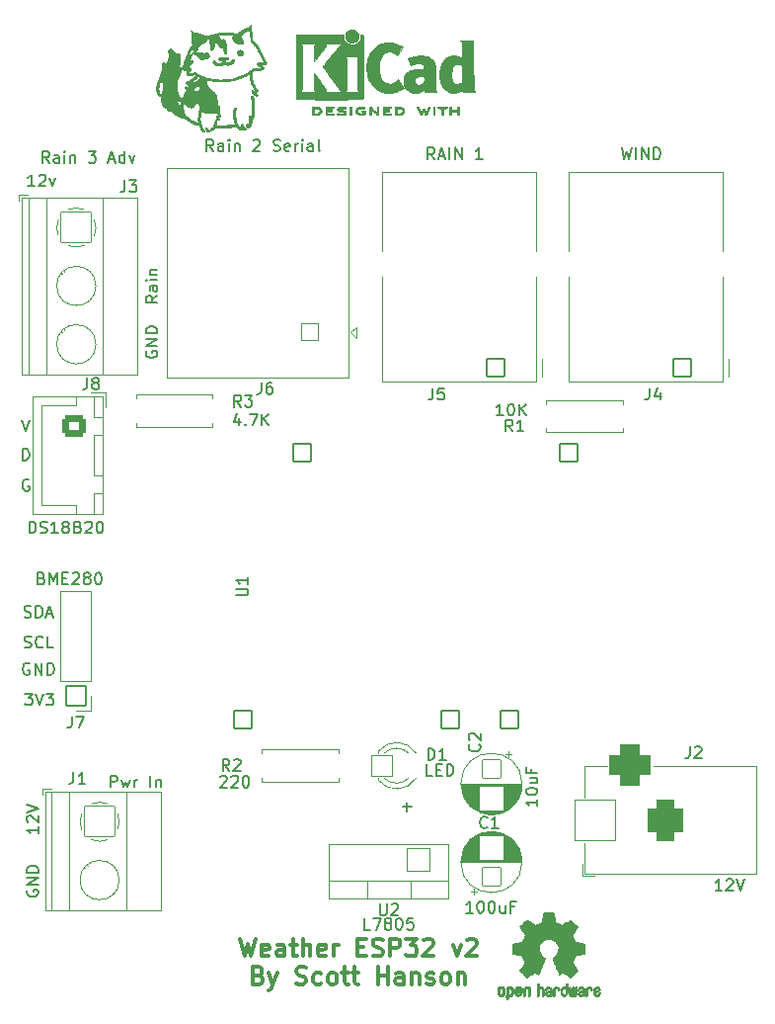
<source format=gbr>
%TF.GenerationSoftware,KiCad,Pcbnew,7.0.5*%
%TF.CreationDate,2023-07-03T18:28:24-04:00*%
%TF.ProjectId,Weather_ESP32,57656174-6865-4725-9f45-535033322e6b,v2*%
%TF.SameCoordinates,Original*%
%TF.FileFunction,Legend,Top*%
%TF.FilePolarity,Positive*%
%FSLAX46Y46*%
G04 Gerber Fmt 4.6, Leading zero omitted, Abs format (unit mm)*
G04 Created by KiCad (PCBNEW 7.0.5) date 2023-07-03 18:28:24*
%MOMM*%
%LPD*%
G01*
G04 APERTURE LIST*
G04 Aperture macros list*
%AMRoundRect*
0 Rectangle with rounded corners*
0 $1 Rounding radius*
0 $2 $3 $4 $5 $6 $7 $8 $9 X,Y pos of 4 corners*
0 Add a 4 corners polygon primitive as box body*
4,1,4,$2,$3,$4,$5,$6,$7,$8,$9,$2,$3,0*
0 Add four circle primitives for the rounded corners*
1,1,$1+$1,$2,$3*
1,1,$1+$1,$4,$5*
1,1,$1+$1,$6,$7*
1,1,$1+$1,$8,$9*
0 Add four rect primitives between the rounded corners*
20,1,$1+$1,$2,$3,$4,$5,0*
20,1,$1+$1,$4,$5,$6,$7,0*
20,1,$1+$1,$6,$7,$8,$9,0*
20,1,$1+$1,$8,$9,$2,$3,0*%
G04 Aperture macros list end*
%ADD10C,0.150000*%
%ADD11C,0.300000*%
%ADD12C,0.120000*%
%ADD13C,0.100000*%
%ADD14C,0.010000*%
%ADD15C,1.702000*%
%ADD16O,1.702000X1.702000*%
%ADD17C,3.302000*%
%ADD18RoundRect,0.051000X0.750000X0.750000X-0.750000X0.750000X-0.750000X-0.750000X0.750000X-0.750000X0*%
%ADD19C,1.602000*%
%ADD20C,1.626000*%
%ADD21RoundRect,0.051000X0.762000X-0.762000X0.762000X0.762000X-0.762000X0.762000X-0.762000X-0.762000X0*%
%ADD22RoundRect,0.051000X-1.300000X1.300000X-1.300000X-1.300000X1.300000X-1.300000X1.300000X1.300000X0*%
%ADD23C,2.702000*%
%ADD24RoundRect,0.051000X0.800000X-0.800000X0.800000X0.800000X-0.800000X0.800000X-0.800000X-0.800000X0*%
%ADD25RoundRect,0.051000X-0.800000X0.800000X-0.800000X-0.800000X0.800000X-0.800000X0.800000X0.800000X0*%
%ADD26C,3.802000*%
%ADD27C,3.352000*%
%ADD28RoundRect,0.051000X0.760000X0.760000X-0.760000X0.760000X-0.760000X-0.760000X0.760000X-0.760000X0*%
%ADD29C,1.622000*%
%ADD30RoundRect,0.051000X0.952500X1.000000X-0.952500X1.000000X-0.952500X-1.000000X0.952500X-1.000000X0*%
%ADD31O,2.007000X2.102000*%
%ADD32RoundRect,0.051000X1.750000X1.750000X-1.750000X1.750000X-1.750000X-1.750000X1.750000X-1.750000X0*%
%ADD33RoundRect,0.801000X0.750000X1.000000X-0.750000X1.000000X-0.750000X-1.000000X0.750000X-1.000000X0*%
%ADD34RoundRect,0.926000X0.875000X0.875000X-0.875000X0.875000X-0.875000X-0.875000X0.875000X-0.875000X0*%
%ADD35RoundRect,0.301000X-0.725000X0.600000X-0.725000X-0.600000X0.725000X-0.600000X0.725000X0.600000X0*%
%ADD36O,2.052000X1.802000*%
%ADD37O,1.802000X1.802000*%
%ADD38RoundRect,0.051000X0.850000X0.850000X-0.850000X0.850000X-0.850000X-0.850000X0.850000X-0.850000X0*%
%ADD39RoundRect,0.051000X-0.900000X-0.900000X0.900000X-0.900000X0.900000X0.900000X-0.900000X0.900000X0*%
%ADD40C,1.902000*%
G04 APERTURE END LIST*
D10*
X130002438Y-87586904D02*
X129954819Y-87682142D01*
X129954819Y-87682142D02*
X129954819Y-87824999D01*
X129954819Y-87824999D02*
X130002438Y-87967856D01*
X130002438Y-87967856D02*
X130097676Y-88063094D01*
X130097676Y-88063094D02*
X130192914Y-88110713D01*
X130192914Y-88110713D02*
X130383390Y-88158332D01*
X130383390Y-88158332D02*
X130526247Y-88158332D01*
X130526247Y-88158332D02*
X130716723Y-88110713D01*
X130716723Y-88110713D02*
X130811961Y-88063094D01*
X130811961Y-88063094D02*
X130907200Y-87967856D01*
X130907200Y-87967856D02*
X130954819Y-87824999D01*
X130954819Y-87824999D02*
X130954819Y-87729761D01*
X130954819Y-87729761D02*
X130907200Y-87586904D01*
X130907200Y-87586904D02*
X130859580Y-87539285D01*
X130859580Y-87539285D02*
X130526247Y-87539285D01*
X130526247Y-87539285D02*
X130526247Y-87729761D01*
X130954819Y-87110713D02*
X129954819Y-87110713D01*
X129954819Y-87110713D02*
X130954819Y-86539285D01*
X130954819Y-86539285D02*
X129954819Y-86539285D01*
X130954819Y-86063094D02*
X129954819Y-86063094D01*
X129954819Y-86063094D02*
X129954819Y-85824999D01*
X129954819Y-85824999D02*
X130002438Y-85682142D01*
X130002438Y-85682142D02*
X130097676Y-85586904D01*
X130097676Y-85586904D02*
X130192914Y-85539285D01*
X130192914Y-85539285D02*
X130383390Y-85491666D01*
X130383390Y-85491666D02*
X130526247Y-85491666D01*
X130526247Y-85491666D02*
X130716723Y-85539285D01*
X130716723Y-85539285D02*
X130811961Y-85586904D01*
X130811961Y-85586904D02*
X130907200Y-85682142D01*
X130907200Y-85682142D02*
X130954819Y-85824999D01*
X130954819Y-85824999D02*
X130954819Y-86063094D01*
X120428571Y-73454819D02*
X119857143Y-73454819D01*
X120142857Y-73454819D02*
X120142857Y-72454819D01*
X120142857Y-72454819D02*
X120047619Y-72597676D01*
X120047619Y-72597676D02*
X119952381Y-72692914D01*
X119952381Y-72692914D02*
X119857143Y-72740533D01*
X120809524Y-72550057D02*
X120857143Y-72502438D01*
X120857143Y-72502438D02*
X120952381Y-72454819D01*
X120952381Y-72454819D02*
X121190476Y-72454819D01*
X121190476Y-72454819D02*
X121285714Y-72502438D01*
X121285714Y-72502438D02*
X121333333Y-72550057D01*
X121333333Y-72550057D02*
X121380952Y-72645295D01*
X121380952Y-72645295D02*
X121380952Y-72740533D01*
X121380952Y-72740533D02*
X121333333Y-72883390D01*
X121333333Y-72883390D02*
X120761905Y-73454819D01*
X120761905Y-73454819D02*
X121380952Y-73454819D01*
X121714286Y-72788152D02*
X121952381Y-73454819D01*
X121952381Y-73454819D02*
X122190476Y-72788152D01*
X120754819Y-128319047D02*
X120754819Y-128890475D01*
X120754819Y-128604761D02*
X119754819Y-128604761D01*
X119754819Y-128604761D02*
X119897676Y-128699999D01*
X119897676Y-128699999D02*
X119992914Y-128795237D01*
X119992914Y-128795237D02*
X120040533Y-128890475D01*
X119850057Y-127938094D02*
X119802438Y-127890475D01*
X119802438Y-127890475D02*
X119754819Y-127795237D01*
X119754819Y-127795237D02*
X119754819Y-127557142D01*
X119754819Y-127557142D02*
X119802438Y-127461904D01*
X119802438Y-127461904D02*
X119850057Y-127414285D01*
X119850057Y-127414285D02*
X119945295Y-127366666D01*
X119945295Y-127366666D02*
X120040533Y-127366666D01*
X120040533Y-127366666D02*
X120183390Y-127414285D01*
X120183390Y-127414285D02*
X120754819Y-127985713D01*
X120754819Y-127985713D02*
X120754819Y-127366666D01*
X119754819Y-127080951D02*
X120754819Y-126747618D01*
X120754819Y-126747618D02*
X119754819Y-126414285D01*
X119388095Y-96929819D02*
X119388095Y-95929819D01*
X119388095Y-95929819D02*
X119626190Y-95929819D01*
X119626190Y-95929819D02*
X119769047Y-95977438D01*
X119769047Y-95977438D02*
X119864285Y-96072676D01*
X119864285Y-96072676D02*
X119911904Y-96167914D01*
X119911904Y-96167914D02*
X119959523Y-96358390D01*
X119959523Y-96358390D02*
X119959523Y-96501247D01*
X119959523Y-96501247D02*
X119911904Y-96691723D01*
X119911904Y-96691723D02*
X119864285Y-96786961D01*
X119864285Y-96786961D02*
X119769047Y-96882200D01*
X119769047Y-96882200D02*
X119626190Y-96929819D01*
X119626190Y-96929819D02*
X119388095Y-96929819D01*
X119611905Y-116904819D02*
X120230952Y-116904819D01*
X120230952Y-116904819D02*
X119897619Y-117285771D01*
X119897619Y-117285771D02*
X120040476Y-117285771D01*
X120040476Y-117285771D02*
X120135714Y-117333390D01*
X120135714Y-117333390D02*
X120183333Y-117381009D01*
X120183333Y-117381009D02*
X120230952Y-117476247D01*
X120230952Y-117476247D02*
X120230952Y-117714342D01*
X120230952Y-117714342D02*
X120183333Y-117809580D01*
X120183333Y-117809580D02*
X120135714Y-117857200D01*
X120135714Y-117857200D02*
X120040476Y-117904819D01*
X120040476Y-117904819D02*
X119754762Y-117904819D01*
X119754762Y-117904819D02*
X119659524Y-117857200D01*
X119659524Y-117857200D02*
X119611905Y-117809580D01*
X120516667Y-116904819D02*
X120850000Y-117904819D01*
X120850000Y-117904819D02*
X121183333Y-116904819D01*
X121421429Y-116904819D02*
X122040476Y-116904819D01*
X122040476Y-116904819D02*
X121707143Y-117285771D01*
X121707143Y-117285771D02*
X121850000Y-117285771D01*
X121850000Y-117285771D02*
X121945238Y-117333390D01*
X121945238Y-117333390D02*
X121992857Y-117381009D01*
X121992857Y-117381009D02*
X122040476Y-117476247D01*
X122040476Y-117476247D02*
X122040476Y-117714342D01*
X122040476Y-117714342D02*
X121992857Y-117809580D01*
X121992857Y-117809580D02*
X121945238Y-117857200D01*
X121945238Y-117857200D02*
X121850000Y-117904819D01*
X121850000Y-117904819D02*
X121564286Y-117904819D01*
X121564286Y-117904819D02*
X121469048Y-117857200D01*
X121469048Y-117857200D02*
X121421429Y-117809580D01*
X119559524Y-112957200D02*
X119702381Y-113004819D01*
X119702381Y-113004819D02*
X119940476Y-113004819D01*
X119940476Y-113004819D02*
X120035714Y-112957200D01*
X120035714Y-112957200D02*
X120083333Y-112909580D01*
X120083333Y-112909580D02*
X120130952Y-112814342D01*
X120130952Y-112814342D02*
X120130952Y-112719104D01*
X120130952Y-112719104D02*
X120083333Y-112623866D01*
X120083333Y-112623866D02*
X120035714Y-112576247D01*
X120035714Y-112576247D02*
X119940476Y-112528628D01*
X119940476Y-112528628D02*
X119750000Y-112481009D01*
X119750000Y-112481009D02*
X119654762Y-112433390D01*
X119654762Y-112433390D02*
X119607143Y-112385771D01*
X119607143Y-112385771D02*
X119559524Y-112290533D01*
X119559524Y-112290533D02*
X119559524Y-112195295D01*
X119559524Y-112195295D02*
X119607143Y-112100057D01*
X119607143Y-112100057D02*
X119654762Y-112052438D01*
X119654762Y-112052438D02*
X119750000Y-112004819D01*
X119750000Y-112004819D02*
X119988095Y-112004819D01*
X119988095Y-112004819D02*
X120130952Y-112052438D01*
X121130952Y-112909580D02*
X121083333Y-112957200D01*
X121083333Y-112957200D02*
X120940476Y-113004819D01*
X120940476Y-113004819D02*
X120845238Y-113004819D01*
X120845238Y-113004819D02*
X120702381Y-112957200D01*
X120702381Y-112957200D02*
X120607143Y-112861961D01*
X120607143Y-112861961D02*
X120559524Y-112766723D01*
X120559524Y-112766723D02*
X120511905Y-112576247D01*
X120511905Y-112576247D02*
X120511905Y-112433390D01*
X120511905Y-112433390D02*
X120559524Y-112242914D01*
X120559524Y-112242914D02*
X120607143Y-112147676D01*
X120607143Y-112147676D02*
X120702381Y-112052438D01*
X120702381Y-112052438D02*
X120845238Y-112004819D01*
X120845238Y-112004819D02*
X120940476Y-112004819D01*
X120940476Y-112004819D02*
X121083333Y-112052438D01*
X121083333Y-112052438D02*
X121130952Y-112100057D01*
X122035714Y-113004819D02*
X121559524Y-113004819D01*
X121559524Y-113004819D02*
X121559524Y-112004819D01*
X119316667Y-93454819D02*
X119650000Y-94454819D01*
X119650000Y-94454819D02*
X119983333Y-93454819D01*
X119936904Y-98602438D02*
X119841666Y-98554819D01*
X119841666Y-98554819D02*
X119698809Y-98554819D01*
X119698809Y-98554819D02*
X119555952Y-98602438D01*
X119555952Y-98602438D02*
X119460714Y-98697676D01*
X119460714Y-98697676D02*
X119413095Y-98792914D01*
X119413095Y-98792914D02*
X119365476Y-98983390D01*
X119365476Y-98983390D02*
X119365476Y-99126247D01*
X119365476Y-99126247D02*
X119413095Y-99316723D01*
X119413095Y-99316723D02*
X119460714Y-99411961D01*
X119460714Y-99411961D02*
X119555952Y-99507200D01*
X119555952Y-99507200D02*
X119698809Y-99554819D01*
X119698809Y-99554819D02*
X119794047Y-99554819D01*
X119794047Y-99554819D02*
X119936904Y-99507200D01*
X119936904Y-99507200D02*
X119984523Y-99459580D01*
X119984523Y-99459580D02*
X119984523Y-99126247D01*
X119984523Y-99126247D02*
X119794047Y-99126247D01*
X119535714Y-110357200D02*
X119678571Y-110404819D01*
X119678571Y-110404819D02*
X119916666Y-110404819D01*
X119916666Y-110404819D02*
X120011904Y-110357200D01*
X120011904Y-110357200D02*
X120059523Y-110309580D01*
X120059523Y-110309580D02*
X120107142Y-110214342D01*
X120107142Y-110214342D02*
X120107142Y-110119104D01*
X120107142Y-110119104D02*
X120059523Y-110023866D01*
X120059523Y-110023866D02*
X120011904Y-109976247D01*
X120011904Y-109976247D02*
X119916666Y-109928628D01*
X119916666Y-109928628D02*
X119726190Y-109881009D01*
X119726190Y-109881009D02*
X119630952Y-109833390D01*
X119630952Y-109833390D02*
X119583333Y-109785771D01*
X119583333Y-109785771D02*
X119535714Y-109690533D01*
X119535714Y-109690533D02*
X119535714Y-109595295D01*
X119535714Y-109595295D02*
X119583333Y-109500057D01*
X119583333Y-109500057D02*
X119630952Y-109452438D01*
X119630952Y-109452438D02*
X119726190Y-109404819D01*
X119726190Y-109404819D02*
X119964285Y-109404819D01*
X119964285Y-109404819D02*
X120107142Y-109452438D01*
X120535714Y-110404819D02*
X120535714Y-109404819D01*
X120535714Y-109404819D02*
X120773809Y-109404819D01*
X120773809Y-109404819D02*
X120916666Y-109452438D01*
X120916666Y-109452438D02*
X121011904Y-109547676D01*
X121011904Y-109547676D02*
X121059523Y-109642914D01*
X121059523Y-109642914D02*
X121107142Y-109833390D01*
X121107142Y-109833390D02*
X121107142Y-109976247D01*
X121107142Y-109976247D02*
X121059523Y-110166723D01*
X121059523Y-110166723D02*
X121011904Y-110261961D01*
X121011904Y-110261961D02*
X120916666Y-110357200D01*
X120916666Y-110357200D02*
X120773809Y-110404819D01*
X120773809Y-110404819D02*
X120535714Y-110404819D01*
X121488095Y-110119104D02*
X121964285Y-110119104D01*
X121392857Y-110404819D02*
X121726190Y-109404819D01*
X121726190Y-109404819D02*
X122059523Y-110404819D01*
X152720951Y-126626133D02*
X151959047Y-126626133D01*
X152339999Y-126245180D02*
X152339999Y-127007085D01*
X130954819Y-82833333D02*
X130478628Y-83166666D01*
X130954819Y-83404761D02*
X129954819Y-83404761D01*
X129954819Y-83404761D02*
X129954819Y-83023809D01*
X129954819Y-83023809D02*
X130002438Y-82928571D01*
X130002438Y-82928571D02*
X130050057Y-82880952D01*
X130050057Y-82880952D02*
X130145295Y-82833333D01*
X130145295Y-82833333D02*
X130288152Y-82833333D01*
X130288152Y-82833333D02*
X130383390Y-82880952D01*
X130383390Y-82880952D02*
X130431009Y-82928571D01*
X130431009Y-82928571D02*
X130478628Y-83023809D01*
X130478628Y-83023809D02*
X130478628Y-83404761D01*
X130954819Y-81976190D02*
X130431009Y-81976190D01*
X130431009Y-81976190D02*
X130335771Y-82023809D01*
X130335771Y-82023809D02*
X130288152Y-82119047D01*
X130288152Y-82119047D02*
X130288152Y-82309523D01*
X130288152Y-82309523D02*
X130335771Y-82404761D01*
X130907200Y-81976190D02*
X130954819Y-82071428D01*
X130954819Y-82071428D02*
X130954819Y-82309523D01*
X130954819Y-82309523D02*
X130907200Y-82404761D01*
X130907200Y-82404761D02*
X130811961Y-82452380D01*
X130811961Y-82452380D02*
X130716723Y-82452380D01*
X130716723Y-82452380D02*
X130621485Y-82404761D01*
X130621485Y-82404761D02*
X130573866Y-82309523D01*
X130573866Y-82309523D02*
X130573866Y-82071428D01*
X130573866Y-82071428D02*
X130526247Y-81976190D01*
X130954819Y-81499999D02*
X130288152Y-81499999D01*
X129954819Y-81499999D02*
X130002438Y-81547618D01*
X130002438Y-81547618D02*
X130050057Y-81499999D01*
X130050057Y-81499999D02*
X130002438Y-81452380D01*
X130002438Y-81452380D02*
X129954819Y-81499999D01*
X129954819Y-81499999D02*
X130050057Y-81499999D01*
X130288152Y-81023809D02*
X130954819Y-81023809D01*
X130383390Y-81023809D02*
X130335771Y-80976190D01*
X130335771Y-80976190D02*
X130288152Y-80880952D01*
X130288152Y-80880952D02*
X130288152Y-80738095D01*
X130288152Y-80738095D02*
X130335771Y-80642857D01*
X130335771Y-80642857D02*
X130431009Y-80595238D01*
X130431009Y-80595238D02*
X130954819Y-80595238D01*
D11*
X138071429Y-137920828D02*
X138428572Y-139420828D01*
X138428572Y-139420828D02*
X138714286Y-138349400D01*
X138714286Y-138349400D02*
X139000001Y-139420828D01*
X139000001Y-139420828D02*
X139357144Y-137920828D01*
X140500001Y-139349400D02*
X140357144Y-139420828D01*
X140357144Y-139420828D02*
X140071430Y-139420828D01*
X140071430Y-139420828D02*
X139928572Y-139349400D01*
X139928572Y-139349400D02*
X139857144Y-139206542D01*
X139857144Y-139206542D02*
X139857144Y-138635114D01*
X139857144Y-138635114D02*
X139928572Y-138492257D01*
X139928572Y-138492257D02*
X140071430Y-138420828D01*
X140071430Y-138420828D02*
X140357144Y-138420828D01*
X140357144Y-138420828D02*
X140500001Y-138492257D01*
X140500001Y-138492257D02*
X140571430Y-138635114D01*
X140571430Y-138635114D02*
X140571430Y-138777971D01*
X140571430Y-138777971D02*
X139857144Y-138920828D01*
X141857144Y-139420828D02*
X141857144Y-138635114D01*
X141857144Y-138635114D02*
X141785715Y-138492257D01*
X141785715Y-138492257D02*
X141642858Y-138420828D01*
X141642858Y-138420828D02*
X141357144Y-138420828D01*
X141357144Y-138420828D02*
X141214286Y-138492257D01*
X141857144Y-139349400D02*
X141714286Y-139420828D01*
X141714286Y-139420828D02*
X141357144Y-139420828D01*
X141357144Y-139420828D02*
X141214286Y-139349400D01*
X141214286Y-139349400D02*
X141142858Y-139206542D01*
X141142858Y-139206542D02*
X141142858Y-139063685D01*
X141142858Y-139063685D02*
X141214286Y-138920828D01*
X141214286Y-138920828D02*
X141357144Y-138849400D01*
X141357144Y-138849400D02*
X141714286Y-138849400D01*
X141714286Y-138849400D02*
X141857144Y-138777971D01*
X142357144Y-138420828D02*
X142928572Y-138420828D01*
X142571429Y-137920828D02*
X142571429Y-139206542D01*
X142571429Y-139206542D02*
X142642858Y-139349400D01*
X142642858Y-139349400D02*
X142785715Y-139420828D01*
X142785715Y-139420828D02*
X142928572Y-139420828D01*
X143428572Y-139420828D02*
X143428572Y-137920828D01*
X144071430Y-139420828D02*
X144071430Y-138635114D01*
X144071430Y-138635114D02*
X144000001Y-138492257D01*
X144000001Y-138492257D02*
X143857144Y-138420828D01*
X143857144Y-138420828D02*
X143642858Y-138420828D01*
X143642858Y-138420828D02*
X143500001Y-138492257D01*
X143500001Y-138492257D02*
X143428572Y-138563685D01*
X145357144Y-139349400D02*
X145214287Y-139420828D01*
X145214287Y-139420828D02*
X144928573Y-139420828D01*
X144928573Y-139420828D02*
X144785715Y-139349400D01*
X144785715Y-139349400D02*
X144714287Y-139206542D01*
X144714287Y-139206542D02*
X144714287Y-138635114D01*
X144714287Y-138635114D02*
X144785715Y-138492257D01*
X144785715Y-138492257D02*
X144928573Y-138420828D01*
X144928573Y-138420828D02*
X145214287Y-138420828D01*
X145214287Y-138420828D02*
X145357144Y-138492257D01*
X145357144Y-138492257D02*
X145428573Y-138635114D01*
X145428573Y-138635114D02*
X145428573Y-138777971D01*
X145428573Y-138777971D02*
X144714287Y-138920828D01*
X146071429Y-139420828D02*
X146071429Y-138420828D01*
X146071429Y-138706542D02*
X146142858Y-138563685D01*
X146142858Y-138563685D02*
X146214287Y-138492257D01*
X146214287Y-138492257D02*
X146357144Y-138420828D01*
X146357144Y-138420828D02*
X146500001Y-138420828D01*
X148142857Y-138635114D02*
X148642857Y-138635114D01*
X148857143Y-139420828D02*
X148142857Y-139420828D01*
X148142857Y-139420828D02*
X148142857Y-137920828D01*
X148142857Y-137920828D02*
X148857143Y-137920828D01*
X149428572Y-139349400D02*
X149642858Y-139420828D01*
X149642858Y-139420828D02*
X150000000Y-139420828D01*
X150000000Y-139420828D02*
X150142858Y-139349400D01*
X150142858Y-139349400D02*
X150214286Y-139277971D01*
X150214286Y-139277971D02*
X150285715Y-139135114D01*
X150285715Y-139135114D02*
X150285715Y-138992257D01*
X150285715Y-138992257D02*
X150214286Y-138849400D01*
X150214286Y-138849400D02*
X150142858Y-138777971D01*
X150142858Y-138777971D02*
X150000000Y-138706542D01*
X150000000Y-138706542D02*
X149714286Y-138635114D01*
X149714286Y-138635114D02*
X149571429Y-138563685D01*
X149571429Y-138563685D02*
X149500000Y-138492257D01*
X149500000Y-138492257D02*
X149428572Y-138349400D01*
X149428572Y-138349400D02*
X149428572Y-138206542D01*
X149428572Y-138206542D02*
X149500000Y-138063685D01*
X149500000Y-138063685D02*
X149571429Y-137992257D01*
X149571429Y-137992257D02*
X149714286Y-137920828D01*
X149714286Y-137920828D02*
X150071429Y-137920828D01*
X150071429Y-137920828D02*
X150285715Y-137992257D01*
X150928571Y-139420828D02*
X150928571Y-137920828D01*
X150928571Y-137920828D02*
X151500000Y-137920828D01*
X151500000Y-137920828D02*
X151642857Y-137992257D01*
X151642857Y-137992257D02*
X151714286Y-138063685D01*
X151714286Y-138063685D02*
X151785714Y-138206542D01*
X151785714Y-138206542D02*
X151785714Y-138420828D01*
X151785714Y-138420828D02*
X151714286Y-138563685D01*
X151714286Y-138563685D02*
X151642857Y-138635114D01*
X151642857Y-138635114D02*
X151500000Y-138706542D01*
X151500000Y-138706542D02*
X150928571Y-138706542D01*
X152285714Y-137920828D02*
X153214286Y-137920828D01*
X153214286Y-137920828D02*
X152714286Y-138492257D01*
X152714286Y-138492257D02*
X152928571Y-138492257D01*
X152928571Y-138492257D02*
X153071429Y-138563685D01*
X153071429Y-138563685D02*
X153142857Y-138635114D01*
X153142857Y-138635114D02*
X153214286Y-138777971D01*
X153214286Y-138777971D02*
X153214286Y-139135114D01*
X153214286Y-139135114D02*
X153142857Y-139277971D01*
X153142857Y-139277971D02*
X153071429Y-139349400D01*
X153071429Y-139349400D02*
X152928571Y-139420828D01*
X152928571Y-139420828D02*
X152500000Y-139420828D01*
X152500000Y-139420828D02*
X152357143Y-139349400D01*
X152357143Y-139349400D02*
X152285714Y-139277971D01*
X153785714Y-138063685D02*
X153857142Y-137992257D01*
X153857142Y-137992257D02*
X154000000Y-137920828D01*
X154000000Y-137920828D02*
X154357142Y-137920828D01*
X154357142Y-137920828D02*
X154500000Y-137992257D01*
X154500000Y-137992257D02*
X154571428Y-138063685D01*
X154571428Y-138063685D02*
X154642857Y-138206542D01*
X154642857Y-138206542D02*
X154642857Y-138349400D01*
X154642857Y-138349400D02*
X154571428Y-138563685D01*
X154571428Y-138563685D02*
X153714285Y-139420828D01*
X153714285Y-139420828D02*
X154642857Y-139420828D01*
X156285713Y-138420828D02*
X156642856Y-139420828D01*
X156642856Y-139420828D02*
X156999999Y-138420828D01*
X157499999Y-138063685D02*
X157571427Y-137992257D01*
X157571427Y-137992257D02*
X157714285Y-137920828D01*
X157714285Y-137920828D02*
X158071427Y-137920828D01*
X158071427Y-137920828D02*
X158214285Y-137992257D01*
X158214285Y-137992257D02*
X158285713Y-138063685D01*
X158285713Y-138063685D02*
X158357142Y-138206542D01*
X158357142Y-138206542D02*
X158357142Y-138349400D01*
X158357142Y-138349400D02*
X158285713Y-138563685D01*
X158285713Y-138563685D02*
X157428570Y-139420828D01*
X157428570Y-139420828D02*
X158357142Y-139420828D01*
X139642856Y-141050114D02*
X139857142Y-141121542D01*
X139857142Y-141121542D02*
X139928571Y-141192971D01*
X139928571Y-141192971D02*
X139999999Y-141335828D01*
X139999999Y-141335828D02*
X139999999Y-141550114D01*
X139999999Y-141550114D02*
X139928571Y-141692971D01*
X139928571Y-141692971D02*
X139857142Y-141764400D01*
X139857142Y-141764400D02*
X139714285Y-141835828D01*
X139714285Y-141835828D02*
X139142856Y-141835828D01*
X139142856Y-141835828D02*
X139142856Y-140335828D01*
X139142856Y-140335828D02*
X139642856Y-140335828D01*
X139642856Y-140335828D02*
X139785714Y-140407257D01*
X139785714Y-140407257D02*
X139857142Y-140478685D01*
X139857142Y-140478685D02*
X139928571Y-140621542D01*
X139928571Y-140621542D02*
X139928571Y-140764400D01*
X139928571Y-140764400D02*
X139857142Y-140907257D01*
X139857142Y-140907257D02*
X139785714Y-140978685D01*
X139785714Y-140978685D02*
X139642856Y-141050114D01*
X139642856Y-141050114D02*
X139142856Y-141050114D01*
X140499999Y-140835828D02*
X140857142Y-141835828D01*
X141214285Y-140835828D02*
X140857142Y-141835828D01*
X140857142Y-141835828D02*
X140714285Y-142192971D01*
X140714285Y-142192971D02*
X140642856Y-142264400D01*
X140642856Y-142264400D02*
X140499999Y-142335828D01*
X142857142Y-141764400D02*
X143071428Y-141835828D01*
X143071428Y-141835828D02*
X143428570Y-141835828D01*
X143428570Y-141835828D02*
X143571428Y-141764400D01*
X143571428Y-141764400D02*
X143642856Y-141692971D01*
X143642856Y-141692971D02*
X143714285Y-141550114D01*
X143714285Y-141550114D02*
X143714285Y-141407257D01*
X143714285Y-141407257D02*
X143642856Y-141264400D01*
X143642856Y-141264400D02*
X143571428Y-141192971D01*
X143571428Y-141192971D02*
X143428570Y-141121542D01*
X143428570Y-141121542D02*
X143142856Y-141050114D01*
X143142856Y-141050114D02*
X142999999Y-140978685D01*
X142999999Y-140978685D02*
X142928570Y-140907257D01*
X142928570Y-140907257D02*
X142857142Y-140764400D01*
X142857142Y-140764400D02*
X142857142Y-140621542D01*
X142857142Y-140621542D02*
X142928570Y-140478685D01*
X142928570Y-140478685D02*
X142999999Y-140407257D01*
X142999999Y-140407257D02*
X143142856Y-140335828D01*
X143142856Y-140335828D02*
X143499999Y-140335828D01*
X143499999Y-140335828D02*
X143714285Y-140407257D01*
X144999999Y-141764400D02*
X144857141Y-141835828D01*
X144857141Y-141835828D02*
X144571427Y-141835828D01*
X144571427Y-141835828D02*
X144428570Y-141764400D01*
X144428570Y-141764400D02*
X144357141Y-141692971D01*
X144357141Y-141692971D02*
X144285713Y-141550114D01*
X144285713Y-141550114D02*
X144285713Y-141121542D01*
X144285713Y-141121542D02*
X144357141Y-140978685D01*
X144357141Y-140978685D02*
X144428570Y-140907257D01*
X144428570Y-140907257D02*
X144571427Y-140835828D01*
X144571427Y-140835828D02*
X144857141Y-140835828D01*
X144857141Y-140835828D02*
X144999999Y-140907257D01*
X145857141Y-141835828D02*
X145714284Y-141764400D01*
X145714284Y-141764400D02*
X145642855Y-141692971D01*
X145642855Y-141692971D02*
X145571427Y-141550114D01*
X145571427Y-141550114D02*
X145571427Y-141121542D01*
X145571427Y-141121542D02*
X145642855Y-140978685D01*
X145642855Y-140978685D02*
X145714284Y-140907257D01*
X145714284Y-140907257D02*
X145857141Y-140835828D01*
X145857141Y-140835828D02*
X146071427Y-140835828D01*
X146071427Y-140835828D02*
X146214284Y-140907257D01*
X146214284Y-140907257D02*
X146285713Y-140978685D01*
X146285713Y-140978685D02*
X146357141Y-141121542D01*
X146357141Y-141121542D02*
X146357141Y-141550114D01*
X146357141Y-141550114D02*
X146285713Y-141692971D01*
X146285713Y-141692971D02*
X146214284Y-141764400D01*
X146214284Y-141764400D02*
X146071427Y-141835828D01*
X146071427Y-141835828D02*
X145857141Y-141835828D01*
X146785713Y-140835828D02*
X147357141Y-140835828D01*
X146999998Y-140335828D02*
X146999998Y-141621542D01*
X146999998Y-141621542D02*
X147071427Y-141764400D01*
X147071427Y-141764400D02*
X147214284Y-141835828D01*
X147214284Y-141835828D02*
X147357141Y-141835828D01*
X147642856Y-140835828D02*
X148214284Y-140835828D01*
X147857141Y-140335828D02*
X147857141Y-141621542D01*
X147857141Y-141621542D02*
X147928570Y-141764400D01*
X147928570Y-141764400D02*
X148071427Y-141835828D01*
X148071427Y-141835828D02*
X148214284Y-141835828D01*
X149857141Y-141835828D02*
X149857141Y-140335828D01*
X149857141Y-141050114D02*
X150714284Y-141050114D01*
X150714284Y-141835828D02*
X150714284Y-140335828D01*
X152071428Y-141835828D02*
X152071428Y-141050114D01*
X152071428Y-141050114D02*
X151999999Y-140907257D01*
X151999999Y-140907257D02*
X151857142Y-140835828D01*
X151857142Y-140835828D02*
X151571428Y-140835828D01*
X151571428Y-140835828D02*
X151428570Y-140907257D01*
X152071428Y-141764400D02*
X151928570Y-141835828D01*
X151928570Y-141835828D02*
X151571428Y-141835828D01*
X151571428Y-141835828D02*
X151428570Y-141764400D01*
X151428570Y-141764400D02*
X151357142Y-141621542D01*
X151357142Y-141621542D02*
X151357142Y-141478685D01*
X151357142Y-141478685D02*
X151428570Y-141335828D01*
X151428570Y-141335828D02*
X151571428Y-141264400D01*
X151571428Y-141264400D02*
X151928570Y-141264400D01*
X151928570Y-141264400D02*
X152071428Y-141192971D01*
X152785713Y-140835828D02*
X152785713Y-141835828D01*
X152785713Y-140978685D02*
X152857142Y-140907257D01*
X152857142Y-140907257D02*
X152999999Y-140835828D01*
X152999999Y-140835828D02*
X153214285Y-140835828D01*
X153214285Y-140835828D02*
X153357142Y-140907257D01*
X153357142Y-140907257D02*
X153428571Y-141050114D01*
X153428571Y-141050114D02*
X153428571Y-141835828D01*
X154071428Y-141764400D02*
X154214285Y-141835828D01*
X154214285Y-141835828D02*
X154499999Y-141835828D01*
X154499999Y-141835828D02*
X154642856Y-141764400D01*
X154642856Y-141764400D02*
X154714285Y-141621542D01*
X154714285Y-141621542D02*
X154714285Y-141550114D01*
X154714285Y-141550114D02*
X154642856Y-141407257D01*
X154642856Y-141407257D02*
X154499999Y-141335828D01*
X154499999Y-141335828D02*
X154285714Y-141335828D01*
X154285714Y-141335828D02*
X154142856Y-141264400D01*
X154142856Y-141264400D02*
X154071428Y-141121542D01*
X154071428Y-141121542D02*
X154071428Y-141050114D01*
X154071428Y-141050114D02*
X154142856Y-140907257D01*
X154142856Y-140907257D02*
X154285714Y-140835828D01*
X154285714Y-140835828D02*
X154499999Y-140835828D01*
X154499999Y-140835828D02*
X154642856Y-140907257D01*
X155571428Y-141835828D02*
X155428571Y-141764400D01*
X155428571Y-141764400D02*
X155357142Y-141692971D01*
X155357142Y-141692971D02*
X155285714Y-141550114D01*
X155285714Y-141550114D02*
X155285714Y-141121542D01*
X155285714Y-141121542D02*
X155357142Y-140978685D01*
X155357142Y-140978685D02*
X155428571Y-140907257D01*
X155428571Y-140907257D02*
X155571428Y-140835828D01*
X155571428Y-140835828D02*
X155785714Y-140835828D01*
X155785714Y-140835828D02*
X155928571Y-140907257D01*
X155928571Y-140907257D02*
X156000000Y-140978685D01*
X156000000Y-140978685D02*
X156071428Y-141121542D01*
X156071428Y-141121542D02*
X156071428Y-141550114D01*
X156071428Y-141550114D02*
X156000000Y-141692971D01*
X156000000Y-141692971D02*
X155928571Y-141764400D01*
X155928571Y-141764400D02*
X155785714Y-141835828D01*
X155785714Y-141835828D02*
X155571428Y-141835828D01*
X156714285Y-140835828D02*
X156714285Y-141835828D01*
X156714285Y-140978685D02*
X156785714Y-140907257D01*
X156785714Y-140907257D02*
X156928571Y-140835828D01*
X156928571Y-140835828D02*
X157142857Y-140835828D01*
X157142857Y-140835828D02*
X157285714Y-140907257D01*
X157285714Y-140907257D02*
X157357143Y-141050114D01*
X157357143Y-141050114D02*
X157357143Y-141835828D01*
D10*
X119988095Y-114352438D02*
X119892857Y-114304819D01*
X119892857Y-114304819D02*
X119750000Y-114304819D01*
X119750000Y-114304819D02*
X119607143Y-114352438D01*
X119607143Y-114352438D02*
X119511905Y-114447676D01*
X119511905Y-114447676D02*
X119464286Y-114542914D01*
X119464286Y-114542914D02*
X119416667Y-114733390D01*
X119416667Y-114733390D02*
X119416667Y-114876247D01*
X119416667Y-114876247D02*
X119464286Y-115066723D01*
X119464286Y-115066723D02*
X119511905Y-115161961D01*
X119511905Y-115161961D02*
X119607143Y-115257200D01*
X119607143Y-115257200D02*
X119750000Y-115304819D01*
X119750000Y-115304819D02*
X119845238Y-115304819D01*
X119845238Y-115304819D02*
X119988095Y-115257200D01*
X119988095Y-115257200D02*
X120035714Y-115209580D01*
X120035714Y-115209580D02*
X120035714Y-114876247D01*
X120035714Y-114876247D02*
X119845238Y-114876247D01*
X120464286Y-115304819D02*
X120464286Y-114304819D01*
X120464286Y-114304819D02*
X121035714Y-115304819D01*
X121035714Y-115304819D02*
X121035714Y-114304819D01*
X121511905Y-115304819D02*
X121511905Y-114304819D01*
X121511905Y-114304819D02*
X121750000Y-114304819D01*
X121750000Y-114304819D02*
X121892857Y-114352438D01*
X121892857Y-114352438D02*
X121988095Y-114447676D01*
X121988095Y-114447676D02*
X122035714Y-114542914D01*
X122035714Y-114542914D02*
X122083333Y-114733390D01*
X122083333Y-114733390D02*
X122083333Y-114876247D01*
X122083333Y-114876247D02*
X122035714Y-115066723D01*
X122035714Y-115066723D02*
X121988095Y-115161961D01*
X121988095Y-115161961D02*
X121892857Y-115257200D01*
X121892857Y-115257200D02*
X121750000Y-115304819D01*
X121750000Y-115304819D02*
X121511905Y-115304819D01*
X119802438Y-133761904D02*
X119754819Y-133857142D01*
X119754819Y-133857142D02*
X119754819Y-133999999D01*
X119754819Y-133999999D02*
X119802438Y-134142856D01*
X119802438Y-134142856D02*
X119897676Y-134238094D01*
X119897676Y-134238094D02*
X119992914Y-134285713D01*
X119992914Y-134285713D02*
X120183390Y-134333332D01*
X120183390Y-134333332D02*
X120326247Y-134333332D01*
X120326247Y-134333332D02*
X120516723Y-134285713D01*
X120516723Y-134285713D02*
X120611961Y-134238094D01*
X120611961Y-134238094D02*
X120707200Y-134142856D01*
X120707200Y-134142856D02*
X120754819Y-133999999D01*
X120754819Y-133999999D02*
X120754819Y-133904761D01*
X120754819Y-133904761D02*
X120707200Y-133761904D01*
X120707200Y-133761904D02*
X120659580Y-133714285D01*
X120659580Y-133714285D02*
X120326247Y-133714285D01*
X120326247Y-133714285D02*
X120326247Y-133904761D01*
X120754819Y-133285713D02*
X119754819Y-133285713D01*
X119754819Y-133285713D02*
X120754819Y-132714285D01*
X120754819Y-132714285D02*
X119754819Y-132714285D01*
X120754819Y-132238094D02*
X119754819Y-132238094D01*
X119754819Y-132238094D02*
X119754819Y-131999999D01*
X119754819Y-131999999D02*
X119802438Y-131857142D01*
X119802438Y-131857142D02*
X119897676Y-131761904D01*
X119897676Y-131761904D02*
X119992914Y-131714285D01*
X119992914Y-131714285D02*
X120183390Y-131666666D01*
X120183390Y-131666666D02*
X120326247Y-131666666D01*
X120326247Y-131666666D02*
X120516723Y-131714285D01*
X120516723Y-131714285D02*
X120611961Y-131761904D01*
X120611961Y-131761904D02*
X120707200Y-131857142D01*
X120707200Y-131857142D02*
X120754819Y-131999999D01*
X120754819Y-131999999D02*
X120754819Y-132238094D01*
%TO.C,R3*%
X138133333Y-92354819D02*
X137800000Y-91878628D01*
X137561905Y-92354819D02*
X137561905Y-91354819D01*
X137561905Y-91354819D02*
X137942857Y-91354819D01*
X137942857Y-91354819D02*
X138038095Y-91402438D01*
X138038095Y-91402438D02*
X138085714Y-91450057D01*
X138085714Y-91450057D02*
X138133333Y-91545295D01*
X138133333Y-91545295D02*
X138133333Y-91688152D01*
X138133333Y-91688152D02*
X138085714Y-91783390D01*
X138085714Y-91783390D02*
X138038095Y-91831009D01*
X138038095Y-91831009D02*
X137942857Y-91878628D01*
X137942857Y-91878628D02*
X137561905Y-91878628D01*
X138466667Y-91354819D02*
X139085714Y-91354819D01*
X139085714Y-91354819D02*
X138752381Y-91735771D01*
X138752381Y-91735771D02*
X138895238Y-91735771D01*
X138895238Y-91735771D02*
X138990476Y-91783390D01*
X138990476Y-91783390D02*
X139038095Y-91831009D01*
X139038095Y-91831009D02*
X139085714Y-91926247D01*
X139085714Y-91926247D02*
X139085714Y-92164342D01*
X139085714Y-92164342D02*
X139038095Y-92259580D01*
X139038095Y-92259580D02*
X138990476Y-92307200D01*
X138990476Y-92307200D02*
X138895238Y-92354819D01*
X138895238Y-92354819D02*
X138609524Y-92354819D01*
X138609524Y-92354819D02*
X138514286Y-92307200D01*
X138514286Y-92307200D02*
X138466667Y-92259580D01*
X137976190Y-93288152D02*
X137976190Y-93954819D01*
X137738095Y-92907200D02*
X137500000Y-93621485D01*
X137500000Y-93621485D02*
X138119047Y-93621485D01*
X138500000Y-93859580D02*
X138547619Y-93907200D01*
X138547619Y-93907200D02*
X138500000Y-93954819D01*
X138500000Y-93954819D02*
X138452381Y-93907200D01*
X138452381Y-93907200D02*
X138500000Y-93859580D01*
X138500000Y-93859580D02*
X138500000Y-93954819D01*
X138880952Y-92954819D02*
X139547618Y-92954819D01*
X139547618Y-92954819D02*
X139119047Y-93954819D01*
X139928571Y-93954819D02*
X139928571Y-92954819D01*
X140499999Y-93954819D02*
X140071428Y-93383390D01*
X140499999Y-92954819D02*
X139928571Y-93526247D01*
%TO.C,J6*%
X139866666Y-90254819D02*
X139866666Y-90969104D01*
X139866666Y-90969104D02*
X139819047Y-91111961D01*
X139819047Y-91111961D02*
X139723809Y-91207200D01*
X139723809Y-91207200D02*
X139580952Y-91254819D01*
X139580952Y-91254819D02*
X139485714Y-91254819D01*
X140771428Y-90254819D02*
X140580952Y-90254819D01*
X140580952Y-90254819D02*
X140485714Y-90302438D01*
X140485714Y-90302438D02*
X140438095Y-90350057D01*
X140438095Y-90350057D02*
X140342857Y-90492914D01*
X140342857Y-90492914D02*
X140295238Y-90683390D01*
X140295238Y-90683390D02*
X140295238Y-91064342D01*
X140295238Y-91064342D02*
X140342857Y-91159580D01*
X140342857Y-91159580D02*
X140390476Y-91207200D01*
X140390476Y-91207200D02*
X140485714Y-91254819D01*
X140485714Y-91254819D02*
X140676190Y-91254819D01*
X140676190Y-91254819D02*
X140771428Y-91207200D01*
X140771428Y-91207200D02*
X140819047Y-91159580D01*
X140819047Y-91159580D02*
X140866666Y-91064342D01*
X140866666Y-91064342D02*
X140866666Y-90826247D01*
X140866666Y-90826247D02*
X140819047Y-90731009D01*
X140819047Y-90731009D02*
X140771428Y-90683390D01*
X140771428Y-90683390D02*
X140676190Y-90635771D01*
X140676190Y-90635771D02*
X140485714Y-90635771D01*
X140485714Y-90635771D02*
X140390476Y-90683390D01*
X140390476Y-90683390D02*
X140342857Y-90731009D01*
X140342857Y-90731009D02*
X140295238Y-90826247D01*
X135761904Y-70454819D02*
X135428571Y-69978628D01*
X135190476Y-70454819D02*
X135190476Y-69454819D01*
X135190476Y-69454819D02*
X135571428Y-69454819D01*
X135571428Y-69454819D02*
X135666666Y-69502438D01*
X135666666Y-69502438D02*
X135714285Y-69550057D01*
X135714285Y-69550057D02*
X135761904Y-69645295D01*
X135761904Y-69645295D02*
X135761904Y-69788152D01*
X135761904Y-69788152D02*
X135714285Y-69883390D01*
X135714285Y-69883390D02*
X135666666Y-69931009D01*
X135666666Y-69931009D02*
X135571428Y-69978628D01*
X135571428Y-69978628D02*
X135190476Y-69978628D01*
X136619047Y-70454819D02*
X136619047Y-69931009D01*
X136619047Y-69931009D02*
X136571428Y-69835771D01*
X136571428Y-69835771D02*
X136476190Y-69788152D01*
X136476190Y-69788152D02*
X136285714Y-69788152D01*
X136285714Y-69788152D02*
X136190476Y-69835771D01*
X136619047Y-70407200D02*
X136523809Y-70454819D01*
X136523809Y-70454819D02*
X136285714Y-70454819D01*
X136285714Y-70454819D02*
X136190476Y-70407200D01*
X136190476Y-70407200D02*
X136142857Y-70311961D01*
X136142857Y-70311961D02*
X136142857Y-70216723D01*
X136142857Y-70216723D02*
X136190476Y-70121485D01*
X136190476Y-70121485D02*
X136285714Y-70073866D01*
X136285714Y-70073866D02*
X136523809Y-70073866D01*
X136523809Y-70073866D02*
X136619047Y-70026247D01*
X137095238Y-70454819D02*
X137095238Y-69788152D01*
X137095238Y-69454819D02*
X137047619Y-69502438D01*
X137047619Y-69502438D02*
X137095238Y-69550057D01*
X137095238Y-69550057D02*
X137142857Y-69502438D01*
X137142857Y-69502438D02*
X137095238Y-69454819D01*
X137095238Y-69454819D02*
X137095238Y-69550057D01*
X137571428Y-69788152D02*
X137571428Y-70454819D01*
X137571428Y-69883390D02*
X137619047Y-69835771D01*
X137619047Y-69835771D02*
X137714285Y-69788152D01*
X137714285Y-69788152D02*
X137857142Y-69788152D01*
X137857142Y-69788152D02*
X137952380Y-69835771D01*
X137952380Y-69835771D02*
X137999999Y-69931009D01*
X137999999Y-69931009D02*
X137999999Y-70454819D01*
X139190476Y-69550057D02*
X139238095Y-69502438D01*
X139238095Y-69502438D02*
X139333333Y-69454819D01*
X139333333Y-69454819D02*
X139571428Y-69454819D01*
X139571428Y-69454819D02*
X139666666Y-69502438D01*
X139666666Y-69502438D02*
X139714285Y-69550057D01*
X139714285Y-69550057D02*
X139761904Y-69645295D01*
X139761904Y-69645295D02*
X139761904Y-69740533D01*
X139761904Y-69740533D02*
X139714285Y-69883390D01*
X139714285Y-69883390D02*
X139142857Y-70454819D01*
X139142857Y-70454819D02*
X139761904Y-70454819D01*
X140904762Y-70407200D02*
X141047619Y-70454819D01*
X141047619Y-70454819D02*
X141285714Y-70454819D01*
X141285714Y-70454819D02*
X141380952Y-70407200D01*
X141380952Y-70407200D02*
X141428571Y-70359580D01*
X141428571Y-70359580D02*
X141476190Y-70264342D01*
X141476190Y-70264342D02*
X141476190Y-70169104D01*
X141476190Y-70169104D02*
X141428571Y-70073866D01*
X141428571Y-70073866D02*
X141380952Y-70026247D01*
X141380952Y-70026247D02*
X141285714Y-69978628D01*
X141285714Y-69978628D02*
X141095238Y-69931009D01*
X141095238Y-69931009D02*
X141000000Y-69883390D01*
X141000000Y-69883390D02*
X140952381Y-69835771D01*
X140952381Y-69835771D02*
X140904762Y-69740533D01*
X140904762Y-69740533D02*
X140904762Y-69645295D01*
X140904762Y-69645295D02*
X140952381Y-69550057D01*
X140952381Y-69550057D02*
X141000000Y-69502438D01*
X141000000Y-69502438D02*
X141095238Y-69454819D01*
X141095238Y-69454819D02*
X141333333Y-69454819D01*
X141333333Y-69454819D02*
X141476190Y-69502438D01*
X142285714Y-70407200D02*
X142190476Y-70454819D01*
X142190476Y-70454819D02*
X142000000Y-70454819D01*
X142000000Y-70454819D02*
X141904762Y-70407200D01*
X141904762Y-70407200D02*
X141857143Y-70311961D01*
X141857143Y-70311961D02*
X141857143Y-69931009D01*
X141857143Y-69931009D02*
X141904762Y-69835771D01*
X141904762Y-69835771D02*
X142000000Y-69788152D01*
X142000000Y-69788152D02*
X142190476Y-69788152D01*
X142190476Y-69788152D02*
X142285714Y-69835771D01*
X142285714Y-69835771D02*
X142333333Y-69931009D01*
X142333333Y-69931009D02*
X142333333Y-70026247D01*
X142333333Y-70026247D02*
X141857143Y-70121485D01*
X142761905Y-70454819D02*
X142761905Y-69788152D01*
X142761905Y-69978628D02*
X142809524Y-69883390D01*
X142809524Y-69883390D02*
X142857143Y-69835771D01*
X142857143Y-69835771D02*
X142952381Y-69788152D01*
X142952381Y-69788152D02*
X143047619Y-69788152D01*
X143380953Y-70454819D02*
X143380953Y-69788152D01*
X143380953Y-69454819D02*
X143333334Y-69502438D01*
X143333334Y-69502438D02*
X143380953Y-69550057D01*
X143380953Y-69550057D02*
X143428572Y-69502438D01*
X143428572Y-69502438D02*
X143380953Y-69454819D01*
X143380953Y-69454819D02*
X143380953Y-69550057D01*
X144285714Y-70454819D02*
X144285714Y-69931009D01*
X144285714Y-69931009D02*
X144238095Y-69835771D01*
X144238095Y-69835771D02*
X144142857Y-69788152D01*
X144142857Y-69788152D02*
X143952381Y-69788152D01*
X143952381Y-69788152D02*
X143857143Y-69835771D01*
X144285714Y-70407200D02*
X144190476Y-70454819D01*
X144190476Y-70454819D02*
X143952381Y-70454819D01*
X143952381Y-70454819D02*
X143857143Y-70407200D01*
X143857143Y-70407200D02*
X143809524Y-70311961D01*
X143809524Y-70311961D02*
X143809524Y-70216723D01*
X143809524Y-70216723D02*
X143857143Y-70121485D01*
X143857143Y-70121485D02*
X143952381Y-70073866D01*
X143952381Y-70073866D02*
X144190476Y-70073866D01*
X144190476Y-70073866D02*
X144285714Y-70026247D01*
X144904762Y-70454819D02*
X144809524Y-70407200D01*
X144809524Y-70407200D02*
X144761905Y-70311961D01*
X144761905Y-70311961D02*
X144761905Y-69454819D01*
%TO.C,U1*%
X137724339Y-108518024D02*
X138533862Y-108518024D01*
X138533862Y-108518024D02*
X138629100Y-108470405D01*
X138629100Y-108470405D02*
X138676720Y-108422786D01*
X138676720Y-108422786D02*
X138724339Y-108327548D01*
X138724339Y-108327548D02*
X138724339Y-108137072D01*
X138724339Y-108137072D02*
X138676720Y-108041834D01*
X138676720Y-108041834D02*
X138629100Y-107994215D01*
X138629100Y-107994215D02*
X138533862Y-107946596D01*
X138533862Y-107946596D02*
X137724339Y-107946596D01*
X138724339Y-106946596D02*
X138724339Y-107518024D01*
X138724339Y-107232310D02*
X137724339Y-107232310D01*
X137724339Y-107232310D02*
X137867196Y-107327548D01*
X137867196Y-107327548D02*
X137962434Y-107422786D01*
X137962434Y-107422786D02*
X138010053Y-107518024D01*
%TO.C,J3*%
X128166666Y-72954819D02*
X128166666Y-73669104D01*
X128166666Y-73669104D02*
X128119047Y-73811961D01*
X128119047Y-73811961D02*
X128023809Y-73907200D01*
X128023809Y-73907200D02*
X127880952Y-73954819D01*
X127880952Y-73954819D02*
X127785714Y-73954819D01*
X128547619Y-72954819D02*
X129166666Y-72954819D01*
X129166666Y-72954819D02*
X128833333Y-73335771D01*
X128833333Y-73335771D02*
X128976190Y-73335771D01*
X128976190Y-73335771D02*
X129071428Y-73383390D01*
X129071428Y-73383390D02*
X129119047Y-73431009D01*
X129119047Y-73431009D02*
X129166666Y-73526247D01*
X129166666Y-73526247D02*
X129166666Y-73764342D01*
X129166666Y-73764342D02*
X129119047Y-73859580D01*
X129119047Y-73859580D02*
X129071428Y-73907200D01*
X129071428Y-73907200D02*
X128976190Y-73954819D01*
X128976190Y-73954819D02*
X128690476Y-73954819D01*
X128690476Y-73954819D02*
X128595238Y-73907200D01*
X128595238Y-73907200D02*
X128547619Y-73859580D01*
X121666666Y-71454819D02*
X121333333Y-70978628D01*
X121095238Y-71454819D02*
X121095238Y-70454819D01*
X121095238Y-70454819D02*
X121476190Y-70454819D01*
X121476190Y-70454819D02*
X121571428Y-70502438D01*
X121571428Y-70502438D02*
X121619047Y-70550057D01*
X121619047Y-70550057D02*
X121666666Y-70645295D01*
X121666666Y-70645295D02*
X121666666Y-70788152D01*
X121666666Y-70788152D02*
X121619047Y-70883390D01*
X121619047Y-70883390D02*
X121571428Y-70931009D01*
X121571428Y-70931009D02*
X121476190Y-70978628D01*
X121476190Y-70978628D02*
X121095238Y-70978628D01*
X122523809Y-71454819D02*
X122523809Y-70931009D01*
X122523809Y-70931009D02*
X122476190Y-70835771D01*
X122476190Y-70835771D02*
X122380952Y-70788152D01*
X122380952Y-70788152D02*
X122190476Y-70788152D01*
X122190476Y-70788152D02*
X122095238Y-70835771D01*
X122523809Y-71407200D02*
X122428571Y-71454819D01*
X122428571Y-71454819D02*
X122190476Y-71454819D01*
X122190476Y-71454819D02*
X122095238Y-71407200D01*
X122095238Y-71407200D02*
X122047619Y-71311961D01*
X122047619Y-71311961D02*
X122047619Y-71216723D01*
X122047619Y-71216723D02*
X122095238Y-71121485D01*
X122095238Y-71121485D02*
X122190476Y-71073866D01*
X122190476Y-71073866D02*
X122428571Y-71073866D01*
X122428571Y-71073866D02*
X122523809Y-71026247D01*
X123000000Y-71454819D02*
X123000000Y-70788152D01*
X123000000Y-70454819D02*
X122952381Y-70502438D01*
X122952381Y-70502438D02*
X123000000Y-70550057D01*
X123000000Y-70550057D02*
X123047619Y-70502438D01*
X123047619Y-70502438D02*
X123000000Y-70454819D01*
X123000000Y-70454819D02*
X123000000Y-70550057D01*
X123476190Y-70788152D02*
X123476190Y-71454819D01*
X123476190Y-70883390D02*
X123523809Y-70835771D01*
X123523809Y-70835771D02*
X123619047Y-70788152D01*
X123619047Y-70788152D02*
X123761904Y-70788152D01*
X123761904Y-70788152D02*
X123857142Y-70835771D01*
X123857142Y-70835771D02*
X123904761Y-70931009D01*
X123904761Y-70931009D02*
X123904761Y-71454819D01*
X125047619Y-70454819D02*
X125666666Y-70454819D01*
X125666666Y-70454819D02*
X125333333Y-70835771D01*
X125333333Y-70835771D02*
X125476190Y-70835771D01*
X125476190Y-70835771D02*
X125571428Y-70883390D01*
X125571428Y-70883390D02*
X125619047Y-70931009D01*
X125619047Y-70931009D02*
X125666666Y-71026247D01*
X125666666Y-71026247D02*
X125666666Y-71264342D01*
X125666666Y-71264342D02*
X125619047Y-71359580D01*
X125619047Y-71359580D02*
X125571428Y-71407200D01*
X125571428Y-71407200D02*
X125476190Y-71454819D01*
X125476190Y-71454819D02*
X125190476Y-71454819D01*
X125190476Y-71454819D02*
X125095238Y-71407200D01*
X125095238Y-71407200D02*
X125047619Y-71359580D01*
X126809524Y-71169104D02*
X127285714Y-71169104D01*
X126714286Y-71454819D02*
X127047619Y-70454819D01*
X127047619Y-70454819D02*
X127380952Y-71454819D01*
X128142857Y-71454819D02*
X128142857Y-70454819D01*
X128142857Y-71407200D02*
X128047619Y-71454819D01*
X128047619Y-71454819D02*
X127857143Y-71454819D01*
X127857143Y-71454819D02*
X127761905Y-71407200D01*
X127761905Y-71407200D02*
X127714286Y-71359580D01*
X127714286Y-71359580D02*
X127666667Y-71264342D01*
X127666667Y-71264342D02*
X127666667Y-70978628D01*
X127666667Y-70978628D02*
X127714286Y-70883390D01*
X127714286Y-70883390D02*
X127761905Y-70835771D01*
X127761905Y-70835771D02*
X127857143Y-70788152D01*
X127857143Y-70788152D02*
X128047619Y-70788152D01*
X128047619Y-70788152D02*
X128142857Y-70835771D01*
X128523810Y-70788152D02*
X128761905Y-71454819D01*
X128761905Y-71454819D02*
X129000000Y-70788152D01*
%TO.C,R1*%
X161418333Y-94454819D02*
X161085000Y-93978628D01*
X160846905Y-94454819D02*
X160846905Y-93454819D01*
X160846905Y-93454819D02*
X161227857Y-93454819D01*
X161227857Y-93454819D02*
X161323095Y-93502438D01*
X161323095Y-93502438D02*
X161370714Y-93550057D01*
X161370714Y-93550057D02*
X161418333Y-93645295D01*
X161418333Y-93645295D02*
X161418333Y-93788152D01*
X161418333Y-93788152D02*
X161370714Y-93883390D01*
X161370714Y-93883390D02*
X161323095Y-93931009D01*
X161323095Y-93931009D02*
X161227857Y-93978628D01*
X161227857Y-93978628D02*
X160846905Y-93978628D01*
X162370714Y-94454819D02*
X161799286Y-94454819D01*
X162085000Y-94454819D02*
X162085000Y-93454819D01*
X162085000Y-93454819D02*
X161989762Y-93597676D01*
X161989762Y-93597676D02*
X161894524Y-93692914D01*
X161894524Y-93692914D02*
X161799286Y-93740533D01*
X160594523Y-93104819D02*
X160023095Y-93104819D01*
X160308809Y-93104819D02*
X160308809Y-92104819D01*
X160308809Y-92104819D02*
X160213571Y-92247676D01*
X160213571Y-92247676D02*
X160118333Y-92342914D01*
X160118333Y-92342914D02*
X160023095Y-92390533D01*
X161213571Y-92104819D02*
X161308809Y-92104819D01*
X161308809Y-92104819D02*
X161404047Y-92152438D01*
X161404047Y-92152438D02*
X161451666Y-92200057D01*
X161451666Y-92200057D02*
X161499285Y-92295295D01*
X161499285Y-92295295D02*
X161546904Y-92485771D01*
X161546904Y-92485771D02*
X161546904Y-92723866D01*
X161546904Y-92723866D02*
X161499285Y-92914342D01*
X161499285Y-92914342D02*
X161451666Y-93009580D01*
X161451666Y-93009580D02*
X161404047Y-93057200D01*
X161404047Y-93057200D02*
X161308809Y-93104819D01*
X161308809Y-93104819D02*
X161213571Y-93104819D01*
X161213571Y-93104819D02*
X161118333Y-93057200D01*
X161118333Y-93057200D02*
X161070714Y-93009580D01*
X161070714Y-93009580D02*
X161023095Y-92914342D01*
X161023095Y-92914342D02*
X160975476Y-92723866D01*
X160975476Y-92723866D02*
X160975476Y-92485771D01*
X160975476Y-92485771D02*
X161023095Y-92295295D01*
X161023095Y-92295295D02*
X161070714Y-92200057D01*
X161070714Y-92200057D02*
X161118333Y-92152438D01*
X161118333Y-92152438D02*
X161213571Y-92104819D01*
X161975476Y-93104819D02*
X161975476Y-92104819D01*
X162546904Y-93104819D02*
X162118333Y-92533390D01*
X162546904Y-92104819D02*
X161975476Y-92676247D01*
%TO.C,J1*%
X123761666Y-123654819D02*
X123761666Y-124369104D01*
X123761666Y-124369104D02*
X123714047Y-124511961D01*
X123714047Y-124511961D02*
X123618809Y-124607200D01*
X123618809Y-124607200D02*
X123475952Y-124654819D01*
X123475952Y-124654819D02*
X123380714Y-124654819D01*
X124761666Y-124654819D02*
X124190238Y-124654819D01*
X124475952Y-124654819D02*
X124475952Y-123654819D01*
X124475952Y-123654819D02*
X124380714Y-123797676D01*
X124380714Y-123797676D02*
X124285476Y-123892914D01*
X124285476Y-123892914D02*
X124190238Y-123940533D01*
X126928333Y-124945831D02*
X126928333Y-123945831D01*
X126928333Y-123945831D02*
X127309285Y-123945831D01*
X127309285Y-123945831D02*
X127404523Y-123993450D01*
X127404523Y-123993450D02*
X127452142Y-124041069D01*
X127452142Y-124041069D02*
X127499761Y-124136307D01*
X127499761Y-124136307D02*
X127499761Y-124279164D01*
X127499761Y-124279164D02*
X127452142Y-124374402D01*
X127452142Y-124374402D02*
X127404523Y-124422021D01*
X127404523Y-124422021D02*
X127309285Y-124469640D01*
X127309285Y-124469640D02*
X126928333Y-124469640D01*
X127833095Y-124279164D02*
X128023571Y-124945831D01*
X128023571Y-124945831D02*
X128214047Y-124469640D01*
X128214047Y-124469640D02*
X128404523Y-124945831D01*
X128404523Y-124945831D02*
X128594999Y-124279164D01*
X128975952Y-124945831D02*
X128975952Y-124279164D01*
X128975952Y-124469640D02*
X129023571Y-124374402D01*
X129023571Y-124374402D02*
X129071190Y-124326783D01*
X129071190Y-124326783D02*
X129166428Y-124279164D01*
X129166428Y-124279164D02*
X129261666Y-124279164D01*
X130356905Y-124945831D02*
X130356905Y-123945831D01*
X130833095Y-124279164D02*
X130833095Y-124945831D01*
X130833095Y-124374402D02*
X130880714Y-124326783D01*
X130880714Y-124326783D02*
X130975952Y-124279164D01*
X130975952Y-124279164D02*
X131118809Y-124279164D01*
X131118809Y-124279164D02*
X131214047Y-124326783D01*
X131214047Y-124326783D02*
X131261666Y-124422021D01*
X131261666Y-124422021D02*
X131261666Y-124945831D01*
%TO.C,C1*%
X159243333Y-128359580D02*
X159195714Y-128407200D01*
X159195714Y-128407200D02*
X159052857Y-128454819D01*
X159052857Y-128454819D02*
X158957619Y-128454819D01*
X158957619Y-128454819D02*
X158814762Y-128407200D01*
X158814762Y-128407200D02*
X158719524Y-128311961D01*
X158719524Y-128311961D02*
X158671905Y-128216723D01*
X158671905Y-128216723D02*
X158624286Y-128026247D01*
X158624286Y-128026247D02*
X158624286Y-127883390D01*
X158624286Y-127883390D02*
X158671905Y-127692914D01*
X158671905Y-127692914D02*
X158719524Y-127597676D01*
X158719524Y-127597676D02*
X158814762Y-127502438D01*
X158814762Y-127502438D02*
X158957619Y-127454819D01*
X158957619Y-127454819D02*
X159052857Y-127454819D01*
X159052857Y-127454819D02*
X159195714Y-127502438D01*
X159195714Y-127502438D02*
X159243333Y-127550057D01*
X160195714Y-128454819D02*
X159624286Y-128454819D01*
X159910000Y-128454819D02*
X159910000Y-127454819D01*
X159910000Y-127454819D02*
X159814762Y-127597676D01*
X159814762Y-127597676D02*
X159719524Y-127692914D01*
X159719524Y-127692914D02*
X159624286Y-127740533D01*
X158002380Y-135704819D02*
X157430952Y-135704819D01*
X157716666Y-135704819D02*
X157716666Y-134704819D01*
X157716666Y-134704819D02*
X157621428Y-134847676D01*
X157621428Y-134847676D02*
X157526190Y-134942914D01*
X157526190Y-134942914D02*
X157430952Y-134990533D01*
X158621428Y-134704819D02*
X158716666Y-134704819D01*
X158716666Y-134704819D02*
X158811904Y-134752438D01*
X158811904Y-134752438D02*
X158859523Y-134800057D01*
X158859523Y-134800057D02*
X158907142Y-134895295D01*
X158907142Y-134895295D02*
X158954761Y-135085771D01*
X158954761Y-135085771D02*
X158954761Y-135323866D01*
X158954761Y-135323866D02*
X158907142Y-135514342D01*
X158907142Y-135514342D02*
X158859523Y-135609580D01*
X158859523Y-135609580D02*
X158811904Y-135657200D01*
X158811904Y-135657200D02*
X158716666Y-135704819D01*
X158716666Y-135704819D02*
X158621428Y-135704819D01*
X158621428Y-135704819D02*
X158526190Y-135657200D01*
X158526190Y-135657200D02*
X158478571Y-135609580D01*
X158478571Y-135609580D02*
X158430952Y-135514342D01*
X158430952Y-135514342D02*
X158383333Y-135323866D01*
X158383333Y-135323866D02*
X158383333Y-135085771D01*
X158383333Y-135085771D02*
X158430952Y-134895295D01*
X158430952Y-134895295D02*
X158478571Y-134800057D01*
X158478571Y-134800057D02*
X158526190Y-134752438D01*
X158526190Y-134752438D02*
X158621428Y-134704819D01*
X159573809Y-134704819D02*
X159669047Y-134704819D01*
X159669047Y-134704819D02*
X159764285Y-134752438D01*
X159764285Y-134752438D02*
X159811904Y-134800057D01*
X159811904Y-134800057D02*
X159859523Y-134895295D01*
X159859523Y-134895295D02*
X159907142Y-135085771D01*
X159907142Y-135085771D02*
X159907142Y-135323866D01*
X159907142Y-135323866D02*
X159859523Y-135514342D01*
X159859523Y-135514342D02*
X159811904Y-135609580D01*
X159811904Y-135609580D02*
X159764285Y-135657200D01*
X159764285Y-135657200D02*
X159669047Y-135704819D01*
X159669047Y-135704819D02*
X159573809Y-135704819D01*
X159573809Y-135704819D02*
X159478571Y-135657200D01*
X159478571Y-135657200D02*
X159430952Y-135609580D01*
X159430952Y-135609580D02*
X159383333Y-135514342D01*
X159383333Y-135514342D02*
X159335714Y-135323866D01*
X159335714Y-135323866D02*
X159335714Y-135085771D01*
X159335714Y-135085771D02*
X159383333Y-134895295D01*
X159383333Y-134895295D02*
X159430952Y-134800057D01*
X159430952Y-134800057D02*
X159478571Y-134752438D01*
X159478571Y-134752438D02*
X159573809Y-134704819D01*
X160764285Y-135038152D02*
X160764285Y-135704819D01*
X160335714Y-135038152D02*
X160335714Y-135561961D01*
X160335714Y-135561961D02*
X160383333Y-135657200D01*
X160383333Y-135657200D02*
X160478571Y-135704819D01*
X160478571Y-135704819D02*
X160621428Y-135704819D01*
X160621428Y-135704819D02*
X160716666Y-135657200D01*
X160716666Y-135657200D02*
X160764285Y-135609580D01*
X161573809Y-135181009D02*
X161240476Y-135181009D01*
X161240476Y-135704819D02*
X161240476Y-134704819D01*
X161240476Y-134704819D02*
X161716666Y-134704819D01*
%TO.C,C2*%
X158559580Y-121266666D02*
X158607200Y-121314285D01*
X158607200Y-121314285D02*
X158654819Y-121457142D01*
X158654819Y-121457142D02*
X158654819Y-121552380D01*
X158654819Y-121552380D02*
X158607200Y-121695237D01*
X158607200Y-121695237D02*
X158511961Y-121790475D01*
X158511961Y-121790475D02*
X158416723Y-121838094D01*
X158416723Y-121838094D02*
X158226247Y-121885713D01*
X158226247Y-121885713D02*
X158083390Y-121885713D01*
X158083390Y-121885713D02*
X157892914Y-121838094D01*
X157892914Y-121838094D02*
X157797676Y-121790475D01*
X157797676Y-121790475D02*
X157702438Y-121695237D01*
X157702438Y-121695237D02*
X157654819Y-121552380D01*
X157654819Y-121552380D02*
X157654819Y-121457142D01*
X157654819Y-121457142D02*
X157702438Y-121314285D01*
X157702438Y-121314285D02*
X157750057Y-121266666D01*
X157750057Y-120885713D02*
X157702438Y-120838094D01*
X157702438Y-120838094D02*
X157654819Y-120742856D01*
X157654819Y-120742856D02*
X157654819Y-120504761D01*
X157654819Y-120504761D02*
X157702438Y-120409523D01*
X157702438Y-120409523D02*
X157750057Y-120361904D01*
X157750057Y-120361904D02*
X157845295Y-120314285D01*
X157845295Y-120314285D02*
X157940533Y-120314285D01*
X157940533Y-120314285D02*
X158083390Y-120361904D01*
X158083390Y-120361904D02*
X158654819Y-120933332D01*
X158654819Y-120933332D02*
X158654819Y-120314285D01*
X163554819Y-125971428D02*
X163554819Y-126542856D01*
X163554819Y-126257142D02*
X162554819Y-126257142D01*
X162554819Y-126257142D02*
X162697676Y-126352380D01*
X162697676Y-126352380D02*
X162792914Y-126447618D01*
X162792914Y-126447618D02*
X162840533Y-126542856D01*
X162554819Y-125352380D02*
X162554819Y-125257142D01*
X162554819Y-125257142D02*
X162602438Y-125161904D01*
X162602438Y-125161904D02*
X162650057Y-125114285D01*
X162650057Y-125114285D02*
X162745295Y-125066666D01*
X162745295Y-125066666D02*
X162935771Y-125019047D01*
X162935771Y-125019047D02*
X163173866Y-125019047D01*
X163173866Y-125019047D02*
X163364342Y-125066666D01*
X163364342Y-125066666D02*
X163459580Y-125114285D01*
X163459580Y-125114285D02*
X163507200Y-125161904D01*
X163507200Y-125161904D02*
X163554819Y-125257142D01*
X163554819Y-125257142D02*
X163554819Y-125352380D01*
X163554819Y-125352380D02*
X163507200Y-125447618D01*
X163507200Y-125447618D02*
X163459580Y-125495237D01*
X163459580Y-125495237D02*
X163364342Y-125542856D01*
X163364342Y-125542856D02*
X163173866Y-125590475D01*
X163173866Y-125590475D02*
X162935771Y-125590475D01*
X162935771Y-125590475D02*
X162745295Y-125542856D01*
X162745295Y-125542856D02*
X162650057Y-125495237D01*
X162650057Y-125495237D02*
X162602438Y-125447618D01*
X162602438Y-125447618D02*
X162554819Y-125352380D01*
X162888152Y-124161904D02*
X163554819Y-124161904D01*
X162888152Y-124590475D02*
X163411961Y-124590475D01*
X163411961Y-124590475D02*
X163507200Y-124542856D01*
X163507200Y-124542856D02*
X163554819Y-124447618D01*
X163554819Y-124447618D02*
X163554819Y-124304761D01*
X163554819Y-124304761D02*
X163507200Y-124209523D01*
X163507200Y-124209523D02*
X163459580Y-124161904D01*
X163031009Y-123352380D02*
X163031009Y-123685713D01*
X163554819Y-123685713D02*
X162554819Y-123685713D01*
X162554819Y-123685713D02*
X162554819Y-123209523D01*
%TO.C,J4*%
X173166666Y-90754819D02*
X173166666Y-91469104D01*
X173166666Y-91469104D02*
X173119047Y-91611961D01*
X173119047Y-91611961D02*
X173023809Y-91707200D01*
X173023809Y-91707200D02*
X172880952Y-91754819D01*
X172880952Y-91754819D02*
X172785714Y-91754819D01*
X174071428Y-91088152D02*
X174071428Y-91754819D01*
X173833333Y-90707200D02*
X173595238Y-91421485D01*
X173595238Y-91421485D02*
X174214285Y-91421485D01*
X170769524Y-70154819D02*
X171007619Y-71154819D01*
X171007619Y-71154819D02*
X171198095Y-70440533D01*
X171198095Y-70440533D02*
X171388571Y-71154819D01*
X171388571Y-71154819D02*
X171626667Y-70154819D01*
X172007619Y-71154819D02*
X172007619Y-70154819D01*
X172483809Y-71154819D02*
X172483809Y-70154819D01*
X172483809Y-70154819D02*
X173055237Y-71154819D01*
X173055237Y-71154819D02*
X173055237Y-70154819D01*
X173531428Y-71154819D02*
X173531428Y-70154819D01*
X173531428Y-70154819D02*
X173769523Y-70154819D01*
X173769523Y-70154819D02*
X173912380Y-70202438D01*
X173912380Y-70202438D02*
X174007618Y-70297676D01*
X174007618Y-70297676D02*
X174055237Y-70392914D01*
X174055237Y-70392914D02*
X174102856Y-70583390D01*
X174102856Y-70583390D02*
X174102856Y-70726247D01*
X174102856Y-70726247D02*
X174055237Y-70916723D01*
X174055237Y-70916723D02*
X174007618Y-71011961D01*
X174007618Y-71011961D02*
X173912380Y-71107200D01*
X173912380Y-71107200D02*
X173769523Y-71154819D01*
X173769523Y-71154819D02*
X173531428Y-71154819D01*
%TO.C,J5*%
X154566666Y-90754819D02*
X154566666Y-91469104D01*
X154566666Y-91469104D02*
X154519047Y-91611961D01*
X154519047Y-91611961D02*
X154423809Y-91707200D01*
X154423809Y-91707200D02*
X154280952Y-91754819D01*
X154280952Y-91754819D02*
X154185714Y-91754819D01*
X155519047Y-90754819D02*
X155042857Y-90754819D01*
X155042857Y-90754819D02*
X154995238Y-91231009D01*
X154995238Y-91231009D02*
X155042857Y-91183390D01*
X155042857Y-91183390D02*
X155138095Y-91135771D01*
X155138095Y-91135771D02*
X155376190Y-91135771D01*
X155376190Y-91135771D02*
X155471428Y-91183390D01*
X155471428Y-91183390D02*
X155519047Y-91231009D01*
X155519047Y-91231009D02*
X155566666Y-91326247D01*
X155566666Y-91326247D02*
X155566666Y-91564342D01*
X155566666Y-91564342D02*
X155519047Y-91659580D01*
X155519047Y-91659580D02*
X155471428Y-91707200D01*
X155471428Y-91707200D02*
X155376190Y-91754819D01*
X155376190Y-91754819D02*
X155138095Y-91754819D01*
X155138095Y-91754819D02*
X155042857Y-91707200D01*
X155042857Y-91707200D02*
X154995238Y-91659580D01*
X154721904Y-71154819D02*
X154388571Y-70678628D01*
X154150476Y-71154819D02*
X154150476Y-70154819D01*
X154150476Y-70154819D02*
X154531428Y-70154819D01*
X154531428Y-70154819D02*
X154626666Y-70202438D01*
X154626666Y-70202438D02*
X154674285Y-70250057D01*
X154674285Y-70250057D02*
X154721904Y-70345295D01*
X154721904Y-70345295D02*
X154721904Y-70488152D01*
X154721904Y-70488152D02*
X154674285Y-70583390D01*
X154674285Y-70583390D02*
X154626666Y-70631009D01*
X154626666Y-70631009D02*
X154531428Y-70678628D01*
X154531428Y-70678628D02*
X154150476Y-70678628D01*
X155102857Y-70869104D02*
X155579047Y-70869104D01*
X155007619Y-71154819D02*
X155340952Y-70154819D01*
X155340952Y-70154819D02*
X155674285Y-71154819D01*
X156007619Y-71154819D02*
X156007619Y-70154819D01*
X156483809Y-71154819D02*
X156483809Y-70154819D01*
X156483809Y-70154819D02*
X157055237Y-71154819D01*
X157055237Y-71154819D02*
X157055237Y-70154819D01*
X158817142Y-71154819D02*
X158245714Y-71154819D01*
X158531428Y-71154819D02*
X158531428Y-70154819D01*
X158531428Y-70154819D02*
X158436190Y-70297676D01*
X158436190Y-70297676D02*
X158340952Y-70392914D01*
X158340952Y-70392914D02*
X158245714Y-70440533D01*
%TO.C,U2*%
X150038095Y-134924819D02*
X150038095Y-135734342D01*
X150038095Y-135734342D02*
X150085714Y-135829580D01*
X150085714Y-135829580D02*
X150133333Y-135877200D01*
X150133333Y-135877200D02*
X150228571Y-135924819D01*
X150228571Y-135924819D02*
X150419047Y-135924819D01*
X150419047Y-135924819D02*
X150514285Y-135877200D01*
X150514285Y-135877200D02*
X150561904Y-135829580D01*
X150561904Y-135829580D02*
X150609523Y-135734342D01*
X150609523Y-135734342D02*
X150609523Y-134924819D01*
X151038095Y-135020057D02*
X151085714Y-134972438D01*
X151085714Y-134972438D02*
X151180952Y-134924819D01*
X151180952Y-134924819D02*
X151419047Y-134924819D01*
X151419047Y-134924819D02*
X151514285Y-134972438D01*
X151514285Y-134972438D02*
X151561904Y-135020057D01*
X151561904Y-135020057D02*
X151609523Y-135115295D01*
X151609523Y-135115295D02*
X151609523Y-135210533D01*
X151609523Y-135210533D02*
X151561904Y-135353390D01*
X151561904Y-135353390D02*
X150990476Y-135924819D01*
X150990476Y-135924819D02*
X151609523Y-135924819D01*
X149204761Y-137154819D02*
X148728571Y-137154819D01*
X148728571Y-137154819D02*
X148728571Y-136154819D01*
X149442857Y-136154819D02*
X150109523Y-136154819D01*
X150109523Y-136154819D02*
X149680952Y-137154819D01*
X150633333Y-136583390D02*
X150538095Y-136535771D01*
X150538095Y-136535771D02*
X150490476Y-136488152D01*
X150490476Y-136488152D02*
X150442857Y-136392914D01*
X150442857Y-136392914D02*
X150442857Y-136345295D01*
X150442857Y-136345295D02*
X150490476Y-136250057D01*
X150490476Y-136250057D02*
X150538095Y-136202438D01*
X150538095Y-136202438D02*
X150633333Y-136154819D01*
X150633333Y-136154819D02*
X150823809Y-136154819D01*
X150823809Y-136154819D02*
X150919047Y-136202438D01*
X150919047Y-136202438D02*
X150966666Y-136250057D01*
X150966666Y-136250057D02*
X151014285Y-136345295D01*
X151014285Y-136345295D02*
X151014285Y-136392914D01*
X151014285Y-136392914D02*
X150966666Y-136488152D01*
X150966666Y-136488152D02*
X150919047Y-136535771D01*
X150919047Y-136535771D02*
X150823809Y-136583390D01*
X150823809Y-136583390D02*
X150633333Y-136583390D01*
X150633333Y-136583390D02*
X150538095Y-136631009D01*
X150538095Y-136631009D02*
X150490476Y-136678628D01*
X150490476Y-136678628D02*
X150442857Y-136773866D01*
X150442857Y-136773866D02*
X150442857Y-136964342D01*
X150442857Y-136964342D02*
X150490476Y-137059580D01*
X150490476Y-137059580D02*
X150538095Y-137107200D01*
X150538095Y-137107200D02*
X150633333Y-137154819D01*
X150633333Y-137154819D02*
X150823809Y-137154819D01*
X150823809Y-137154819D02*
X150919047Y-137107200D01*
X150919047Y-137107200D02*
X150966666Y-137059580D01*
X150966666Y-137059580D02*
X151014285Y-136964342D01*
X151014285Y-136964342D02*
X151014285Y-136773866D01*
X151014285Y-136773866D02*
X150966666Y-136678628D01*
X150966666Y-136678628D02*
X150919047Y-136631009D01*
X150919047Y-136631009D02*
X150823809Y-136583390D01*
X151633333Y-136154819D02*
X151728571Y-136154819D01*
X151728571Y-136154819D02*
X151823809Y-136202438D01*
X151823809Y-136202438D02*
X151871428Y-136250057D01*
X151871428Y-136250057D02*
X151919047Y-136345295D01*
X151919047Y-136345295D02*
X151966666Y-136535771D01*
X151966666Y-136535771D02*
X151966666Y-136773866D01*
X151966666Y-136773866D02*
X151919047Y-136964342D01*
X151919047Y-136964342D02*
X151871428Y-137059580D01*
X151871428Y-137059580D02*
X151823809Y-137107200D01*
X151823809Y-137107200D02*
X151728571Y-137154819D01*
X151728571Y-137154819D02*
X151633333Y-137154819D01*
X151633333Y-137154819D02*
X151538095Y-137107200D01*
X151538095Y-137107200D02*
X151490476Y-137059580D01*
X151490476Y-137059580D02*
X151442857Y-136964342D01*
X151442857Y-136964342D02*
X151395238Y-136773866D01*
X151395238Y-136773866D02*
X151395238Y-136535771D01*
X151395238Y-136535771D02*
X151442857Y-136345295D01*
X151442857Y-136345295D02*
X151490476Y-136250057D01*
X151490476Y-136250057D02*
X151538095Y-136202438D01*
X151538095Y-136202438D02*
X151633333Y-136154819D01*
X152871428Y-136154819D02*
X152395238Y-136154819D01*
X152395238Y-136154819D02*
X152347619Y-136631009D01*
X152347619Y-136631009D02*
X152395238Y-136583390D01*
X152395238Y-136583390D02*
X152490476Y-136535771D01*
X152490476Y-136535771D02*
X152728571Y-136535771D01*
X152728571Y-136535771D02*
X152823809Y-136583390D01*
X152823809Y-136583390D02*
X152871428Y-136631009D01*
X152871428Y-136631009D02*
X152919047Y-136726247D01*
X152919047Y-136726247D02*
X152919047Y-136964342D01*
X152919047Y-136964342D02*
X152871428Y-137059580D01*
X152871428Y-137059580D02*
X152823809Y-137107200D01*
X152823809Y-137107200D02*
X152728571Y-137154819D01*
X152728571Y-137154819D02*
X152490476Y-137154819D01*
X152490476Y-137154819D02*
X152395238Y-137107200D01*
X152395238Y-137107200D02*
X152347619Y-137059580D01*
%TO.C,J2*%
X176616666Y-121462319D02*
X176616666Y-122176604D01*
X176616666Y-122176604D02*
X176569047Y-122319461D01*
X176569047Y-122319461D02*
X176473809Y-122414700D01*
X176473809Y-122414700D02*
X176330952Y-122462319D01*
X176330952Y-122462319D02*
X176235714Y-122462319D01*
X177045238Y-121557557D02*
X177092857Y-121509938D01*
X177092857Y-121509938D02*
X177188095Y-121462319D01*
X177188095Y-121462319D02*
X177426190Y-121462319D01*
X177426190Y-121462319D02*
X177521428Y-121509938D01*
X177521428Y-121509938D02*
X177569047Y-121557557D01*
X177569047Y-121557557D02*
X177616666Y-121652795D01*
X177616666Y-121652795D02*
X177616666Y-121748033D01*
X177616666Y-121748033D02*
X177569047Y-121890890D01*
X177569047Y-121890890D02*
X176997619Y-122462319D01*
X176997619Y-122462319D02*
X177616666Y-122462319D01*
X179380952Y-133812319D02*
X178809524Y-133812319D01*
X179095238Y-133812319D02*
X179095238Y-132812319D01*
X179095238Y-132812319D02*
X179000000Y-132955176D01*
X179000000Y-132955176D02*
X178904762Y-133050414D01*
X178904762Y-133050414D02*
X178809524Y-133098033D01*
X179761905Y-132907557D02*
X179809524Y-132859938D01*
X179809524Y-132859938D02*
X179904762Y-132812319D01*
X179904762Y-132812319D02*
X180142857Y-132812319D01*
X180142857Y-132812319D02*
X180238095Y-132859938D01*
X180238095Y-132859938D02*
X180285714Y-132907557D01*
X180285714Y-132907557D02*
X180333333Y-133002795D01*
X180333333Y-133002795D02*
X180333333Y-133098033D01*
X180333333Y-133098033D02*
X180285714Y-133240890D01*
X180285714Y-133240890D02*
X179714286Y-133812319D01*
X179714286Y-133812319D02*
X180333333Y-133812319D01*
X180619048Y-132812319D02*
X180952381Y-133812319D01*
X180952381Y-133812319D02*
X181285714Y-132812319D01*
%TO.C,R2*%
X137123333Y-123554819D02*
X136790000Y-123078628D01*
X136551905Y-123554819D02*
X136551905Y-122554819D01*
X136551905Y-122554819D02*
X136932857Y-122554819D01*
X136932857Y-122554819D02*
X137028095Y-122602438D01*
X137028095Y-122602438D02*
X137075714Y-122650057D01*
X137075714Y-122650057D02*
X137123333Y-122745295D01*
X137123333Y-122745295D02*
X137123333Y-122888152D01*
X137123333Y-122888152D02*
X137075714Y-122983390D01*
X137075714Y-122983390D02*
X137028095Y-123031009D01*
X137028095Y-123031009D02*
X136932857Y-123078628D01*
X136932857Y-123078628D02*
X136551905Y-123078628D01*
X137504286Y-122650057D02*
X137551905Y-122602438D01*
X137551905Y-122602438D02*
X137647143Y-122554819D01*
X137647143Y-122554819D02*
X137885238Y-122554819D01*
X137885238Y-122554819D02*
X137980476Y-122602438D01*
X137980476Y-122602438D02*
X138028095Y-122650057D01*
X138028095Y-122650057D02*
X138075714Y-122745295D01*
X138075714Y-122745295D02*
X138075714Y-122840533D01*
X138075714Y-122840533D02*
X138028095Y-122983390D01*
X138028095Y-122983390D02*
X137456667Y-123554819D01*
X137456667Y-123554819D02*
X138075714Y-123554819D01*
X136351905Y-124050057D02*
X136399524Y-124002438D01*
X136399524Y-124002438D02*
X136494762Y-123954819D01*
X136494762Y-123954819D02*
X136732857Y-123954819D01*
X136732857Y-123954819D02*
X136828095Y-124002438D01*
X136828095Y-124002438D02*
X136875714Y-124050057D01*
X136875714Y-124050057D02*
X136923333Y-124145295D01*
X136923333Y-124145295D02*
X136923333Y-124240533D01*
X136923333Y-124240533D02*
X136875714Y-124383390D01*
X136875714Y-124383390D02*
X136304286Y-124954819D01*
X136304286Y-124954819D02*
X136923333Y-124954819D01*
X137304286Y-124050057D02*
X137351905Y-124002438D01*
X137351905Y-124002438D02*
X137447143Y-123954819D01*
X137447143Y-123954819D02*
X137685238Y-123954819D01*
X137685238Y-123954819D02*
X137780476Y-124002438D01*
X137780476Y-124002438D02*
X137828095Y-124050057D01*
X137828095Y-124050057D02*
X137875714Y-124145295D01*
X137875714Y-124145295D02*
X137875714Y-124240533D01*
X137875714Y-124240533D02*
X137828095Y-124383390D01*
X137828095Y-124383390D02*
X137256667Y-124954819D01*
X137256667Y-124954819D02*
X137875714Y-124954819D01*
X138494762Y-123954819D02*
X138590000Y-123954819D01*
X138590000Y-123954819D02*
X138685238Y-124002438D01*
X138685238Y-124002438D02*
X138732857Y-124050057D01*
X138732857Y-124050057D02*
X138780476Y-124145295D01*
X138780476Y-124145295D02*
X138828095Y-124335771D01*
X138828095Y-124335771D02*
X138828095Y-124573866D01*
X138828095Y-124573866D02*
X138780476Y-124764342D01*
X138780476Y-124764342D02*
X138732857Y-124859580D01*
X138732857Y-124859580D02*
X138685238Y-124907200D01*
X138685238Y-124907200D02*
X138590000Y-124954819D01*
X138590000Y-124954819D02*
X138494762Y-124954819D01*
X138494762Y-124954819D02*
X138399524Y-124907200D01*
X138399524Y-124907200D02*
X138351905Y-124859580D01*
X138351905Y-124859580D02*
X138304286Y-124764342D01*
X138304286Y-124764342D02*
X138256667Y-124573866D01*
X138256667Y-124573866D02*
X138256667Y-124335771D01*
X138256667Y-124335771D02*
X138304286Y-124145295D01*
X138304286Y-124145295D02*
X138351905Y-124050057D01*
X138351905Y-124050057D02*
X138399524Y-124002438D01*
X138399524Y-124002438D02*
X138494762Y-123954819D01*
%TO.C,J8*%
X124941666Y-89854819D02*
X124941666Y-90569104D01*
X124941666Y-90569104D02*
X124894047Y-90711961D01*
X124894047Y-90711961D02*
X124798809Y-90807200D01*
X124798809Y-90807200D02*
X124655952Y-90854819D01*
X124655952Y-90854819D02*
X124560714Y-90854819D01*
X125560714Y-90283390D02*
X125465476Y-90235771D01*
X125465476Y-90235771D02*
X125417857Y-90188152D01*
X125417857Y-90188152D02*
X125370238Y-90092914D01*
X125370238Y-90092914D02*
X125370238Y-90045295D01*
X125370238Y-90045295D02*
X125417857Y-89950057D01*
X125417857Y-89950057D02*
X125465476Y-89902438D01*
X125465476Y-89902438D02*
X125560714Y-89854819D01*
X125560714Y-89854819D02*
X125751190Y-89854819D01*
X125751190Y-89854819D02*
X125846428Y-89902438D01*
X125846428Y-89902438D02*
X125894047Y-89950057D01*
X125894047Y-89950057D02*
X125941666Y-90045295D01*
X125941666Y-90045295D02*
X125941666Y-90092914D01*
X125941666Y-90092914D02*
X125894047Y-90188152D01*
X125894047Y-90188152D02*
X125846428Y-90235771D01*
X125846428Y-90235771D02*
X125751190Y-90283390D01*
X125751190Y-90283390D02*
X125560714Y-90283390D01*
X125560714Y-90283390D02*
X125465476Y-90331009D01*
X125465476Y-90331009D02*
X125417857Y-90378628D01*
X125417857Y-90378628D02*
X125370238Y-90473866D01*
X125370238Y-90473866D02*
X125370238Y-90664342D01*
X125370238Y-90664342D02*
X125417857Y-90759580D01*
X125417857Y-90759580D02*
X125465476Y-90807200D01*
X125465476Y-90807200D02*
X125560714Y-90854819D01*
X125560714Y-90854819D02*
X125751190Y-90854819D01*
X125751190Y-90854819D02*
X125846428Y-90807200D01*
X125846428Y-90807200D02*
X125894047Y-90759580D01*
X125894047Y-90759580D02*
X125941666Y-90664342D01*
X125941666Y-90664342D02*
X125941666Y-90473866D01*
X125941666Y-90473866D02*
X125894047Y-90378628D01*
X125894047Y-90378628D02*
X125846428Y-90331009D01*
X125846428Y-90331009D02*
X125751190Y-90283390D01*
X119957143Y-103179819D02*
X119957143Y-102179819D01*
X119957143Y-102179819D02*
X120195238Y-102179819D01*
X120195238Y-102179819D02*
X120338095Y-102227438D01*
X120338095Y-102227438D02*
X120433333Y-102322676D01*
X120433333Y-102322676D02*
X120480952Y-102417914D01*
X120480952Y-102417914D02*
X120528571Y-102608390D01*
X120528571Y-102608390D02*
X120528571Y-102751247D01*
X120528571Y-102751247D02*
X120480952Y-102941723D01*
X120480952Y-102941723D02*
X120433333Y-103036961D01*
X120433333Y-103036961D02*
X120338095Y-103132200D01*
X120338095Y-103132200D02*
X120195238Y-103179819D01*
X120195238Y-103179819D02*
X119957143Y-103179819D01*
X120909524Y-103132200D02*
X121052381Y-103179819D01*
X121052381Y-103179819D02*
X121290476Y-103179819D01*
X121290476Y-103179819D02*
X121385714Y-103132200D01*
X121385714Y-103132200D02*
X121433333Y-103084580D01*
X121433333Y-103084580D02*
X121480952Y-102989342D01*
X121480952Y-102989342D02*
X121480952Y-102894104D01*
X121480952Y-102894104D02*
X121433333Y-102798866D01*
X121433333Y-102798866D02*
X121385714Y-102751247D01*
X121385714Y-102751247D02*
X121290476Y-102703628D01*
X121290476Y-102703628D02*
X121100000Y-102656009D01*
X121100000Y-102656009D02*
X121004762Y-102608390D01*
X121004762Y-102608390D02*
X120957143Y-102560771D01*
X120957143Y-102560771D02*
X120909524Y-102465533D01*
X120909524Y-102465533D02*
X120909524Y-102370295D01*
X120909524Y-102370295D02*
X120957143Y-102275057D01*
X120957143Y-102275057D02*
X121004762Y-102227438D01*
X121004762Y-102227438D02*
X121100000Y-102179819D01*
X121100000Y-102179819D02*
X121338095Y-102179819D01*
X121338095Y-102179819D02*
X121480952Y-102227438D01*
X122433333Y-103179819D02*
X121861905Y-103179819D01*
X122147619Y-103179819D02*
X122147619Y-102179819D01*
X122147619Y-102179819D02*
X122052381Y-102322676D01*
X122052381Y-102322676D02*
X121957143Y-102417914D01*
X121957143Y-102417914D02*
X121861905Y-102465533D01*
X123004762Y-102608390D02*
X122909524Y-102560771D01*
X122909524Y-102560771D02*
X122861905Y-102513152D01*
X122861905Y-102513152D02*
X122814286Y-102417914D01*
X122814286Y-102417914D02*
X122814286Y-102370295D01*
X122814286Y-102370295D02*
X122861905Y-102275057D01*
X122861905Y-102275057D02*
X122909524Y-102227438D01*
X122909524Y-102227438D02*
X123004762Y-102179819D01*
X123004762Y-102179819D02*
X123195238Y-102179819D01*
X123195238Y-102179819D02*
X123290476Y-102227438D01*
X123290476Y-102227438D02*
X123338095Y-102275057D01*
X123338095Y-102275057D02*
X123385714Y-102370295D01*
X123385714Y-102370295D02*
X123385714Y-102417914D01*
X123385714Y-102417914D02*
X123338095Y-102513152D01*
X123338095Y-102513152D02*
X123290476Y-102560771D01*
X123290476Y-102560771D02*
X123195238Y-102608390D01*
X123195238Y-102608390D02*
X123004762Y-102608390D01*
X123004762Y-102608390D02*
X122909524Y-102656009D01*
X122909524Y-102656009D02*
X122861905Y-102703628D01*
X122861905Y-102703628D02*
X122814286Y-102798866D01*
X122814286Y-102798866D02*
X122814286Y-102989342D01*
X122814286Y-102989342D02*
X122861905Y-103084580D01*
X122861905Y-103084580D02*
X122909524Y-103132200D01*
X122909524Y-103132200D02*
X123004762Y-103179819D01*
X123004762Y-103179819D02*
X123195238Y-103179819D01*
X123195238Y-103179819D02*
X123290476Y-103132200D01*
X123290476Y-103132200D02*
X123338095Y-103084580D01*
X123338095Y-103084580D02*
X123385714Y-102989342D01*
X123385714Y-102989342D02*
X123385714Y-102798866D01*
X123385714Y-102798866D02*
X123338095Y-102703628D01*
X123338095Y-102703628D02*
X123290476Y-102656009D01*
X123290476Y-102656009D02*
X123195238Y-102608390D01*
X124147619Y-102656009D02*
X124290476Y-102703628D01*
X124290476Y-102703628D02*
X124338095Y-102751247D01*
X124338095Y-102751247D02*
X124385714Y-102846485D01*
X124385714Y-102846485D02*
X124385714Y-102989342D01*
X124385714Y-102989342D02*
X124338095Y-103084580D01*
X124338095Y-103084580D02*
X124290476Y-103132200D01*
X124290476Y-103132200D02*
X124195238Y-103179819D01*
X124195238Y-103179819D02*
X123814286Y-103179819D01*
X123814286Y-103179819D02*
X123814286Y-102179819D01*
X123814286Y-102179819D02*
X124147619Y-102179819D01*
X124147619Y-102179819D02*
X124242857Y-102227438D01*
X124242857Y-102227438D02*
X124290476Y-102275057D01*
X124290476Y-102275057D02*
X124338095Y-102370295D01*
X124338095Y-102370295D02*
X124338095Y-102465533D01*
X124338095Y-102465533D02*
X124290476Y-102560771D01*
X124290476Y-102560771D02*
X124242857Y-102608390D01*
X124242857Y-102608390D02*
X124147619Y-102656009D01*
X124147619Y-102656009D02*
X123814286Y-102656009D01*
X124766667Y-102275057D02*
X124814286Y-102227438D01*
X124814286Y-102227438D02*
X124909524Y-102179819D01*
X124909524Y-102179819D02*
X125147619Y-102179819D01*
X125147619Y-102179819D02*
X125242857Y-102227438D01*
X125242857Y-102227438D02*
X125290476Y-102275057D01*
X125290476Y-102275057D02*
X125338095Y-102370295D01*
X125338095Y-102370295D02*
X125338095Y-102465533D01*
X125338095Y-102465533D02*
X125290476Y-102608390D01*
X125290476Y-102608390D02*
X124719048Y-103179819D01*
X124719048Y-103179819D02*
X125338095Y-103179819D01*
X125957143Y-102179819D02*
X126052381Y-102179819D01*
X126052381Y-102179819D02*
X126147619Y-102227438D01*
X126147619Y-102227438D02*
X126195238Y-102275057D01*
X126195238Y-102275057D02*
X126242857Y-102370295D01*
X126242857Y-102370295D02*
X126290476Y-102560771D01*
X126290476Y-102560771D02*
X126290476Y-102798866D01*
X126290476Y-102798866D02*
X126242857Y-102989342D01*
X126242857Y-102989342D02*
X126195238Y-103084580D01*
X126195238Y-103084580D02*
X126147619Y-103132200D01*
X126147619Y-103132200D02*
X126052381Y-103179819D01*
X126052381Y-103179819D02*
X125957143Y-103179819D01*
X125957143Y-103179819D02*
X125861905Y-103132200D01*
X125861905Y-103132200D02*
X125814286Y-103084580D01*
X125814286Y-103084580D02*
X125766667Y-102989342D01*
X125766667Y-102989342D02*
X125719048Y-102798866D01*
X125719048Y-102798866D02*
X125719048Y-102560771D01*
X125719048Y-102560771D02*
X125766667Y-102370295D01*
X125766667Y-102370295D02*
X125814286Y-102275057D01*
X125814286Y-102275057D02*
X125861905Y-102227438D01*
X125861905Y-102227438D02*
X125957143Y-102179819D01*
%TO.C,J7*%
X123616666Y-118864819D02*
X123616666Y-119579104D01*
X123616666Y-119579104D02*
X123569047Y-119721961D01*
X123569047Y-119721961D02*
X123473809Y-119817200D01*
X123473809Y-119817200D02*
X123330952Y-119864819D01*
X123330952Y-119864819D02*
X123235714Y-119864819D01*
X123997619Y-118864819D02*
X124664285Y-118864819D01*
X124664285Y-118864819D02*
X124235714Y-119864819D01*
X121019047Y-107031009D02*
X121161904Y-107078628D01*
X121161904Y-107078628D02*
X121209523Y-107126247D01*
X121209523Y-107126247D02*
X121257142Y-107221485D01*
X121257142Y-107221485D02*
X121257142Y-107364342D01*
X121257142Y-107364342D02*
X121209523Y-107459580D01*
X121209523Y-107459580D02*
X121161904Y-107507200D01*
X121161904Y-107507200D02*
X121066666Y-107554819D01*
X121066666Y-107554819D02*
X120685714Y-107554819D01*
X120685714Y-107554819D02*
X120685714Y-106554819D01*
X120685714Y-106554819D02*
X121019047Y-106554819D01*
X121019047Y-106554819D02*
X121114285Y-106602438D01*
X121114285Y-106602438D02*
X121161904Y-106650057D01*
X121161904Y-106650057D02*
X121209523Y-106745295D01*
X121209523Y-106745295D02*
X121209523Y-106840533D01*
X121209523Y-106840533D02*
X121161904Y-106935771D01*
X121161904Y-106935771D02*
X121114285Y-106983390D01*
X121114285Y-106983390D02*
X121019047Y-107031009D01*
X121019047Y-107031009D02*
X120685714Y-107031009D01*
X121685714Y-107554819D02*
X121685714Y-106554819D01*
X121685714Y-106554819D02*
X122019047Y-107269104D01*
X122019047Y-107269104D02*
X122352380Y-106554819D01*
X122352380Y-106554819D02*
X122352380Y-107554819D01*
X122828571Y-107031009D02*
X123161904Y-107031009D01*
X123304761Y-107554819D02*
X122828571Y-107554819D01*
X122828571Y-107554819D02*
X122828571Y-106554819D01*
X122828571Y-106554819D02*
X123304761Y-106554819D01*
X123685714Y-106650057D02*
X123733333Y-106602438D01*
X123733333Y-106602438D02*
X123828571Y-106554819D01*
X123828571Y-106554819D02*
X124066666Y-106554819D01*
X124066666Y-106554819D02*
X124161904Y-106602438D01*
X124161904Y-106602438D02*
X124209523Y-106650057D01*
X124209523Y-106650057D02*
X124257142Y-106745295D01*
X124257142Y-106745295D02*
X124257142Y-106840533D01*
X124257142Y-106840533D02*
X124209523Y-106983390D01*
X124209523Y-106983390D02*
X123638095Y-107554819D01*
X123638095Y-107554819D02*
X124257142Y-107554819D01*
X124828571Y-106983390D02*
X124733333Y-106935771D01*
X124733333Y-106935771D02*
X124685714Y-106888152D01*
X124685714Y-106888152D02*
X124638095Y-106792914D01*
X124638095Y-106792914D02*
X124638095Y-106745295D01*
X124638095Y-106745295D02*
X124685714Y-106650057D01*
X124685714Y-106650057D02*
X124733333Y-106602438D01*
X124733333Y-106602438D02*
X124828571Y-106554819D01*
X124828571Y-106554819D02*
X125019047Y-106554819D01*
X125019047Y-106554819D02*
X125114285Y-106602438D01*
X125114285Y-106602438D02*
X125161904Y-106650057D01*
X125161904Y-106650057D02*
X125209523Y-106745295D01*
X125209523Y-106745295D02*
X125209523Y-106792914D01*
X125209523Y-106792914D02*
X125161904Y-106888152D01*
X125161904Y-106888152D02*
X125114285Y-106935771D01*
X125114285Y-106935771D02*
X125019047Y-106983390D01*
X125019047Y-106983390D02*
X124828571Y-106983390D01*
X124828571Y-106983390D02*
X124733333Y-107031009D01*
X124733333Y-107031009D02*
X124685714Y-107078628D01*
X124685714Y-107078628D02*
X124638095Y-107173866D01*
X124638095Y-107173866D02*
X124638095Y-107364342D01*
X124638095Y-107364342D02*
X124685714Y-107459580D01*
X124685714Y-107459580D02*
X124733333Y-107507200D01*
X124733333Y-107507200D02*
X124828571Y-107554819D01*
X124828571Y-107554819D02*
X125019047Y-107554819D01*
X125019047Y-107554819D02*
X125114285Y-107507200D01*
X125114285Y-107507200D02*
X125161904Y-107459580D01*
X125161904Y-107459580D02*
X125209523Y-107364342D01*
X125209523Y-107364342D02*
X125209523Y-107173866D01*
X125209523Y-107173866D02*
X125161904Y-107078628D01*
X125161904Y-107078628D02*
X125114285Y-107031009D01*
X125114285Y-107031009D02*
X125019047Y-106983390D01*
X125828571Y-106554819D02*
X125923809Y-106554819D01*
X125923809Y-106554819D02*
X126019047Y-106602438D01*
X126019047Y-106602438D02*
X126066666Y-106650057D01*
X126066666Y-106650057D02*
X126114285Y-106745295D01*
X126114285Y-106745295D02*
X126161904Y-106935771D01*
X126161904Y-106935771D02*
X126161904Y-107173866D01*
X126161904Y-107173866D02*
X126114285Y-107364342D01*
X126114285Y-107364342D02*
X126066666Y-107459580D01*
X126066666Y-107459580D02*
X126019047Y-107507200D01*
X126019047Y-107507200D02*
X125923809Y-107554819D01*
X125923809Y-107554819D02*
X125828571Y-107554819D01*
X125828571Y-107554819D02*
X125733333Y-107507200D01*
X125733333Y-107507200D02*
X125685714Y-107459580D01*
X125685714Y-107459580D02*
X125638095Y-107364342D01*
X125638095Y-107364342D02*
X125590476Y-107173866D01*
X125590476Y-107173866D02*
X125590476Y-106935771D01*
X125590476Y-106935771D02*
X125638095Y-106745295D01*
X125638095Y-106745295D02*
X125685714Y-106650057D01*
X125685714Y-106650057D02*
X125733333Y-106602438D01*
X125733333Y-106602438D02*
X125828571Y-106554819D01*
%TO.C,D1*%
X154161905Y-122604819D02*
X154161905Y-121604819D01*
X154161905Y-121604819D02*
X154400000Y-121604819D01*
X154400000Y-121604819D02*
X154542857Y-121652438D01*
X154542857Y-121652438D02*
X154638095Y-121747676D01*
X154638095Y-121747676D02*
X154685714Y-121842914D01*
X154685714Y-121842914D02*
X154733333Y-122033390D01*
X154733333Y-122033390D02*
X154733333Y-122176247D01*
X154733333Y-122176247D02*
X154685714Y-122366723D01*
X154685714Y-122366723D02*
X154638095Y-122461961D01*
X154638095Y-122461961D02*
X154542857Y-122557200D01*
X154542857Y-122557200D02*
X154400000Y-122604819D01*
X154400000Y-122604819D02*
X154161905Y-122604819D01*
X155685714Y-122604819D02*
X155114286Y-122604819D01*
X155400000Y-122604819D02*
X155400000Y-121604819D01*
X155400000Y-121604819D02*
X155304762Y-121747676D01*
X155304762Y-121747676D02*
X155209524Y-121842914D01*
X155209524Y-121842914D02*
X155114286Y-121890533D01*
X154547142Y-123954819D02*
X154070952Y-123954819D01*
X154070952Y-123954819D02*
X154070952Y-122954819D01*
X154880476Y-123431009D02*
X155213809Y-123431009D01*
X155356666Y-123954819D02*
X154880476Y-123954819D01*
X154880476Y-123954819D02*
X154880476Y-122954819D01*
X154880476Y-122954819D02*
X155356666Y-122954819D01*
X155785238Y-123954819D02*
X155785238Y-122954819D01*
X155785238Y-122954819D02*
X156023333Y-122954819D01*
X156023333Y-122954819D02*
X156166190Y-123002438D01*
X156166190Y-123002438D02*
X156261428Y-123097676D01*
X156261428Y-123097676D02*
X156309047Y-123192914D01*
X156309047Y-123192914D02*
X156356666Y-123383390D01*
X156356666Y-123383390D02*
X156356666Y-123526247D01*
X156356666Y-123526247D02*
X156309047Y-123716723D01*
X156309047Y-123716723D02*
X156261428Y-123811961D01*
X156261428Y-123811961D02*
X156166190Y-123907200D01*
X156166190Y-123907200D02*
X156023333Y-123954819D01*
X156023333Y-123954819D02*
X155785238Y-123954819D01*
D12*
%TO.C,R3*%
X129145000Y-91330000D02*
X129145000Y-91660000D01*
X135685000Y-94070000D02*
X129145000Y-94070000D01*
X135685000Y-91330000D02*
X129145000Y-91330000D01*
X135685000Y-91660000D02*
X135685000Y-91330000D01*
X135685000Y-93740000D02*
X135685000Y-94070000D01*
X129145000Y-94070000D02*
X129145000Y-93740000D01*
%TO.C,J6*%
X148000000Y-86500000D02*
X148000000Y-85500000D01*
X148000000Y-85500000D02*
X147500000Y-86000000D01*
X147500000Y-86000000D02*
X148000000Y-86500000D01*
X147315000Y-89880000D02*
X147315000Y-71920000D01*
X147315000Y-71920000D02*
X131795000Y-71920000D01*
X131795000Y-89880000D02*
X147315000Y-89880000D01*
X131795000Y-89880000D02*
X131795000Y-71920000D01*
%TO.C,J3*%
X119840000Y-74200000D02*
X119100000Y-74200000D01*
X119100000Y-74200000D02*
X119100000Y-74700000D01*
X129261000Y-74440000D02*
X119340000Y-74440000D01*
X129261000Y-74440000D02*
X129261000Y-89560000D01*
X126301000Y-74440000D02*
X126301000Y-89560000D01*
X121400000Y-74440000D02*
X121400000Y-89560000D01*
X119900000Y-74440000D02*
X119900000Y-89560000D01*
X119340000Y-74440000D02*
X119340000Y-89560000D01*
X122977000Y-80773000D02*
X122931000Y-80726000D01*
X122761000Y-80966000D02*
X122726000Y-80931000D01*
X125275000Y-83070000D02*
X125239000Y-83035000D01*
X125069000Y-83275000D02*
X125023000Y-83228000D01*
X122977000Y-85773000D02*
X122931000Y-85726000D01*
X122761000Y-85966000D02*
X122726000Y-85931000D01*
X125275000Y-88070000D02*
X125239000Y-88035000D01*
X125069000Y-88275000D02*
X125023000Y-88228000D01*
X129261000Y-89560000D02*
X119340000Y-89560000D01*
X124683999Y-75465001D02*
G75*
G03*
X123316958Y-75464574I-684000J-1534992D01*
G01*
X125534999Y-77683999D02*
G75*
G03*
X125535426Y-76316958I-1534992J684000D01*
G01*
X122465001Y-76316000D02*
G75*
G03*
X122319748Y-77028805I1535000J-683999D01*
G01*
X122320001Y-77000000D02*
G75*
G03*
X122465245Y-77683318I1679999J0D01*
G01*
X123316000Y-78535000D02*
G75*
G03*
X124683042Y-78535426I684000J1535000D01*
G01*
X125680000Y-82000000D02*
G75*
G03*
X125680000Y-82000000I-1680000J0D01*
G01*
X125680000Y-87000000D02*
G75*
G03*
X125680000Y-87000000I-1680000J0D01*
G01*
%TO.C,R1*%
X170845000Y-94520000D02*
X164305000Y-94520000D01*
X170845000Y-94190000D02*
X170845000Y-94520000D01*
X170845000Y-92110000D02*
X170845000Y-91780000D01*
X170845000Y-91780000D02*
X164305000Y-91780000D01*
X164305000Y-94520000D02*
X164305000Y-94190000D01*
X164305000Y-91780000D02*
X164305000Y-92110000D01*
%TO.C,J1*%
X127675000Y-132900000D02*
G75*
G03*
X127675000Y-132900000I-1680000J0D01*
G01*
X125311000Y-129435000D02*
G75*
G03*
X126678042Y-129435426I684000J1535000D01*
G01*
X124315001Y-127900000D02*
G75*
G03*
X124460245Y-128583318I1679999J0D01*
G01*
X124460001Y-127216000D02*
G75*
G03*
X124314748Y-127928805I1535000J-683999D01*
G01*
X127529999Y-128583999D02*
G75*
G03*
X127530426Y-127216958I-1534992J684000D01*
G01*
X126678999Y-126365001D02*
G75*
G03*
X125311958Y-126364574I-684000J-1534992D01*
G01*
X131256000Y-135460000D02*
X121335000Y-135460000D01*
X127064000Y-134175000D02*
X127018000Y-134128000D01*
X127270000Y-133970000D02*
X127234000Y-133935000D01*
X124756000Y-131866000D02*
X124721000Y-131831000D01*
X124972000Y-131673000D02*
X124926000Y-131626000D01*
X121335000Y-125340000D02*
X121335000Y-135460000D01*
X121895000Y-125340000D02*
X121895000Y-135460000D01*
X123395000Y-125340000D02*
X123395000Y-135460000D01*
X128296000Y-125340000D02*
X128296000Y-135460000D01*
X131256000Y-125340000D02*
X131256000Y-135460000D01*
X131256000Y-125340000D02*
X121335000Y-125340000D01*
X121095000Y-125100000D02*
X121095000Y-125600000D01*
X121835000Y-125100000D02*
X121095000Y-125100000D01*
%TO.C,C1*%
X162220000Y-131350000D02*
G75*
G03*
X162220000Y-131350000I-2620000J0D01*
G01*
X159316000Y-128749000D02*
X159884000Y-128749000D01*
X159082000Y-128789000D02*
X160118000Y-128789000D01*
X158923000Y-128829000D02*
X160277000Y-128829000D01*
X158795000Y-128869000D02*
X160405000Y-128869000D01*
X158685000Y-128909000D02*
X160515000Y-128909000D01*
X158589000Y-128949000D02*
X160611000Y-128949000D01*
X158502000Y-128989000D02*
X160698000Y-128989000D01*
X158422000Y-129029000D02*
X160778000Y-129029000D01*
X160640000Y-129069000D02*
X160851000Y-129069000D01*
X158349000Y-129069000D02*
X158560000Y-129069000D01*
X160640000Y-129109000D02*
X160919000Y-129109000D01*
X158281000Y-129109000D02*
X158560000Y-129109000D01*
X160640000Y-129149000D02*
X160983000Y-129149000D01*
X158217000Y-129149000D02*
X158560000Y-129149000D01*
X160640000Y-129189000D02*
X161043000Y-129189000D01*
X158157000Y-129189000D02*
X158560000Y-129189000D01*
X160640000Y-129229000D02*
X161100000Y-129229000D01*
X158100000Y-129229000D02*
X158560000Y-129229000D01*
X160640000Y-129269000D02*
X161154000Y-129269000D01*
X158046000Y-129269000D02*
X158560000Y-129269000D01*
X160640000Y-129309000D02*
X161205000Y-129309000D01*
X157995000Y-129309000D02*
X158560000Y-129309000D01*
X160640000Y-129349000D02*
X161253000Y-129349000D01*
X157947000Y-129349000D02*
X158560000Y-129349000D01*
X160640000Y-129389000D02*
X161299000Y-129389000D01*
X157901000Y-129389000D02*
X158560000Y-129389000D01*
X160640000Y-129429000D02*
X161343000Y-129429000D01*
X157857000Y-129429000D02*
X158560000Y-129429000D01*
X160640000Y-129469000D02*
X161385000Y-129469000D01*
X157815000Y-129469000D02*
X158560000Y-129469000D01*
X160640000Y-129509000D02*
X161426000Y-129509000D01*
X157774000Y-129509000D02*
X158560000Y-129509000D01*
X160640000Y-129549000D02*
X161464000Y-129549000D01*
X157736000Y-129549000D02*
X158560000Y-129549000D01*
X160640000Y-129589000D02*
X161501000Y-129589000D01*
X157699000Y-129589000D02*
X158560000Y-129589000D01*
X160640000Y-129629000D02*
X161537000Y-129629000D01*
X157663000Y-129629000D02*
X158560000Y-129629000D01*
X160640000Y-129669000D02*
X161571000Y-129669000D01*
X157629000Y-129669000D02*
X158560000Y-129669000D01*
X160640000Y-129709000D02*
X161604000Y-129709000D01*
X157596000Y-129709000D02*
X158560000Y-129709000D01*
X160640000Y-129749000D02*
X161635000Y-129749000D01*
X157565000Y-129749000D02*
X158560000Y-129749000D01*
X160640000Y-129789000D02*
X161665000Y-129789000D01*
X157535000Y-129789000D02*
X158560000Y-129789000D01*
X160640000Y-129829000D02*
X161695000Y-129829000D01*
X157505000Y-129829000D02*
X158560000Y-129829000D01*
X160640000Y-129869000D02*
X161722000Y-129869000D01*
X157478000Y-129869000D02*
X158560000Y-129869000D01*
X160640000Y-129909000D02*
X161749000Y-129909000D01*
X157451000Y-129909000D02*
X158560000Y-129909000D01*
X160640000Y-129949000D02*
X161775000Y-129949000D01*
X157425000Y-129949000D02*
X158560000Y-129949000D01*
X160640000Y-129989000D02*
X161800000Y-129989000D01*
X157400000Y-129989000D02*
X158560000Y-129989000D01*
X160640000Y-130029000D02*
X161824000Y-130029000D01*
X157376000Y-130029000D02*
X158560000Y-130029000D01*
X160640000Y-130069000D02*
X161847000Y-130069000D01*
X157353000Y-130069000D02*
X158560000Y-130069000D01*
X160640000Y-130109000D02*
X161868000Y-130109000D01*
X157332000Y-130109000D02*
X158560000Y-130109000D01*
X160640000Y-130149000D02*
X161890000Y-130149000D01*
X157310000Y-130149000D02*
X158560000Y-130149000D01*
X160640000Y-130189000D02*
X161910000Y-130189000D01*
X157290000Y-130189000D02*
X158560000Y-130189000D01*
X160640000Y-130229000D02*
X161929000Y-130229000D01*
X157271000Y-130229000D02*
X158560000Y-130229000D01*
X160640000Y-130269000D02*
X161948000Y-130269000D01*
X157252000Y-130269000D02*
X158560000Y-130269000D01*
X160640000Y-130309000D02*
X161965000Y-130309000D01*
X157235000Y-130309000D02*
X158560000Y-130309000D01*
X160640000Y-130349000D02*
X161982000Y-130349000D01*
X157218000Y-130349000D02*
X158560000Y-130349000D01*
X160640000Y-130389000D02*
X161998000Y-130389000D01*
X157202000Y-130389000D02*
X158560000Y-130389000D01*
X160640000Y-130429000D02*
X162014000Y-130429000D01*
X157186000Y-130429000D02*
X158560000Y-130429000D01*
X160640000Y-130469000D02*
X162028000Y-130469000D01*
X157172000Y-130469000D02*
X158560000Y-130469000D01*
X160640000Y-130509000D02*
X162042000Y-130509000D01*
X157158000Y-130509000D02*
X158560000Y-130509000D01*
X160640000Y-130549000D02*
X162055000Y-130549000D01*
X157145000Y-130549000D02*
X158560000Y-130549000D01*
X160640000Y-130589000D02*
X162068000Y-130589000D01*
X157132000Y-130589000D02*
X158560000Y-130589000D01*
X160640000Y-130629000D02*
X162080000Y-130629000D01*
X157120000Y-130629000D02*
X158560000Y-130629000D01*
X160640000Y-130670000D02*
X162091000Y-130670000D01*
X157109000Y-130670000D02*
X158560000Y-130670000D01*
X160640000Y-130710000D02*
X162101000Y-130710000D01*
X157099000Y-130710000D02*
X158560000Y-130710000D01*
X160640000Y-130750000D02*
X162111000Y-130750000D01*
X157089000Y-130750000D02*
X158560000Y-130750000D01*
X160640000Y-130790000D02*
X162120000Y-130790000D01*
X157080000Y-130790000D02*
X158560000Y-130790000D01*
X160640000Y-130830000D02*
X162128000Y-130830000D01*
X157072000Y-130830000D02*
X158560000Y-130830000D01*
X160640000Y-130870000D02*
X162136000Y-130870000D01*
X157064000Y-130870000D02*
X158560000Y-130870000D01*
X160640000Y-130910000D02*
X162143000Y-130910000D01*
X157057000Y-130910000D02*
X158560000Y-130910000D01*
X160640000Y-130950000D02*
X162150000Y-130950000D01*
X157050000Y-130950000D02*
X158560000Y-130950000D01*
X160640000Y-130990000D02*
X162156000Y-130990000D01*
X157044000Y-130990000D02*
X158560000Y-130990000D01*
X160640000Y-131030000D02*
X162161000Y-131030000D01*
X157039000Y-131030000D02*
X158560000Y-131030000D01*
X160640000Y-131070000D02*
X162165000Y-131070000D01*
X157035000Y-131070000D02*
X158560000Y-131070000D01*
X160640000Y-131110000D02*
X162169000Y-131110000D01*
X157031000Y-131110000D02*
X158560000Y-131110000D01*
X157027000Y-131150000D02*
X162173000Y-131150000D01*
X157024000Y-131190000D02*
X162176000Y-131190000D01*
X157022000Y-131230000D02*
X162178000Y-131230000D01*
X157021000Y-131270000D02*
X162179000Y-131270000D01*
X157020000Y-131310000D02*
X162180000Y-131310000D01*
X157020000Y-131350000D02*
X162180000Y-131350000D01*
X157875000Y-133904775D02*
X158375000Y-133904775D01*
X158125000Y-134154775D02*
X158125000Y-133654775D01*
%TO.C,C2*%
X161075000Y-121845225D02*
X161075000Y-122345225D01*
X161325000Y-122095225D02*
X160825000Y-122095225D01*
X162180000Y-124650000D02*
X157020000Y-124650000D01*
X162180000Y-124690000D02*
X157020000Y-124690000D01*
X162179000Y-124730000D02*
X157021000Y-124730000D01*
X162178000Y-124770000D02*
X157022000Y-124770000D01*
X162176000Y-124810000D02*
X157024000Y-124810000D01*
X162173000Y-124850000D02*
X157027000Y-124850000D01*
X162169000Y-124890000D02*
X160640000Y-124890000D01*
X158560000Y-124890000D02*
X157031000Y-124890000D01*
X162165000Y-124930000D02*
X160640000Y-124930000D01*
X158560000Y-124930000D02*
X157035000Y-124930000D01*
X162161000Y-124970000D02*
X160640000Y-124970000D01*
X158560000Y-124970000D02*
X157039000Y-124970000D01*
X162156000Y-125010000D02*
X160640000Y-125010000D01*
X158560000Y-125010000D02*
X157044000Y-125010000D01*
X162150000Y-125050000D02*
X160640000Y-125050000D01*
X158560000Y-125050000D02*
X157050000Y-125050000D01*
X162143000Y-125090000D02*
X160640000Y-125090000D01*
X158560000Y-125090000D02*
X157057000Y-125090000D01*
X162136000Y-125130000D02*
X160640000Y-125130000D01*
X158560000Y-125130000D02*
X157064000Y-125130000D01*
X162128000Y-125170000D02*
X160640000Y-125170000D01*
X158560000Y-125170000D02*
X157072000Y-125170000D01*
X162120000Y-125210000D02*
X160640000Y-125210000D01*
X158560000Y-125210000D02*
X157080000Y-125210000D01*
X162111000Y-125250000D02*
X160640000Y-125250000D01*
X158560000Y-125250000D02*
X157089000Y-125250000D01*
X162101000Y-125290000D02*
X160640000Y-125290000D01*
X158560000Y-125290000D02*
X157099000Y-125290000D01*
X162091000Y-125330000D02*
X160640000Y-125330000D01*
X158560000Y-125330000D02*
X157109000Y-125330000D01*
X162080000Y-125371000D02*
X160640000Y-125371000D01*
X158560000Y-125371000D02*
X157120000Y-125371000D01*
X162068000Y-125411000D02*
X160640000Y-125411000D01*
X158560000Y-125411000D02*
X157132000Y-125411000D01*
X162055000Y-125451000D02*
X160640000Y-125451000D01*
X158560000Y-125451000D02*
X157145000Y-125451000D01*
X162042000Y-125491000D02*
X160640000Y-125491000D01*
X158560000Y-125491000D02*
X157158000Y-125491000D01*
X162028000Y-125531000D02*
X160640000Y-125531000D01*
X158560000Y-125531000D02*
X157172000Y-125531000D01*
X162014000Y-125571000D02*
X160640000Y-125571000D01*
X158560000Y-125571000D02*
X157186000Y-125571000D01*
X161998000Y-125611000D02*
X160640000Y-125611000D01*
X158560000Y-125611000D02*
X157202000Y-125611000D01*
X161982000Y-125651000D02*
X160640000Y-125651000D01*
X158560000Y-125651000D02*
X157218000Y-125651000D01*
X161965000Y-125691000D02*
X160640000Y-125691000D01*
X158560000Y-125691000D02*
X157235000Y-125691000D01*
X161948000Y-125731000D02*
X160640000Y-125731000D01*
X158560000Y-125731000D02*
X157252000Y-125731000D01*
X161929000Y-125771000D02*
X160640000Y-125771000D01*
X158560000Y-125771000D02*
X157271000Y-125771000D01*
X161910000Y-125811000D02*
X160640000Y-125811000D01*
X158560000Y-125811000D02*
X157290000Y-125811000D01*
X161890000Y-125851000D02*
X160640000Y-125851000D01*
X158560000Y-125851000D02*
X157310000Y-125851000D01*
X161868000Y-125891000D02*
X160640000Y-125891000D01*
X158560000Y-125891000D02*
X157332000Y-125891000D01*
X161847000Y-125931000D02*
X160640000Y-125931000D01*
X158560000Y-125931000D02*
X157353000Y-125931000D01*
X161824000Y-125971000D02*
X160640000Y-125971000D01*
X158560000Y-125971000D02*
X157376000Y-125971000D01*
X161800000Y-126011000D02*
X160640000Y-126011000D01*
X158560000Y-126011000D02*
X157400000Y-126011000D01*
X161775000Y-126051000D02*
X160640000Y-126051000D01*
X158560000Y-126051000D02*
X157425000Y-126051000D01*
X161749000Y-126091000D02*
X160640000Y-126091000D01*
X158560000Y-126091000D02*
X157451000Y-126091000D01*
X161722000Y-126131000D02*
X160640000Y-126131000D01*
X158560000Y-126131000D02*
X157478000Y-126131000D01*
X161695000Y-126171000D02*
X160640000Y-126171000D01*
X158560000Y-126171000D02*
X157505000Y-126171000D01*
X161665000Y-126211000D02*
X160640000Y-126211000D01*
X158560000Y-126211000D02*
X157535000Y-126211000D01*
X161635000Y-126251000D02*
X160640000Y-126251000D01*
X158560000Y-126251000D02*
X157565000Y-126251000D01*
X161604000Y-126291000D02*
X160640000Y-126291000D01*
X158560000Y-126291000D02*
X157596000Y-126291000D01*
X161571000Y-126331000D02*
X160640000Y-126331000D01*
X158560000Y-126331000D02*
X157629000Y-126331000D01*
X161537000Y-126371000D02*
X160640000Y-126371000D01*
X158560000Y-126371000D02*
X157663000Y-126371000D01*
X161501000Y-126411000D02*
X160640000Y-126411000D01*
X158560000Y-126411000D02*
X157699000Y-126411000D01*
X161464000Y-126451000D02*
X160640000Y-126451000D01*
X158560000Y-126451000D02*
X157736000Y-126451000D01*
X161426000Y-126491000D02*
X160640000Y-126491000D01*
X158560000Y-126491000D02*
X157774000Y-126491000D01*
X161385000Y-126531000D02*
X160640000Y-126531000D01*
X158560000Y-126531000D02*
X157815000Y-126531000D01*
X161343000Y-126571000D02*
X160640000Y-126571000D01*
X158560000Y-126571000D02*
X157857000Y-126571000D01*
X161299000Y-126611000D02*
X160640000Y-126611000D01*
X158560000Y-126611000D02*
X157901000Y-126611000D01*
X161253000Y-126651000D02*
X160640000Y-126651000D01*
X158560000Y-126651000D02*
X157947000Y-126651000D01*
X161205000Y-126691000D02*
X160640000Y-126691000D01*
X158560000Y-126691000D02*
X157995000Y-126691000D01*
X161154000Y-126731000D02*
X160640000Y-126731000D01*
X158560000Y-126731000D02*
X158046000Y-126731000D01*
X161100000Y-126771000D02*
X160640000Y-126771000D01*
X158560000Y-126771000D02*
X158100000Y-126771000D01*
X161043000Y-126811000D02*
X160640000Y-126811000D01*
X158560000Y-126811000D02*
X158157000Y-126811000D01*
X160983000Y-126851000D02*
X160640000Y-126851000D01*
X158560000Y-126851000D02*
X158217000Y-126851000D01*
X160919000Y-126891000D02*
X160640000Y-126891000D01*
X158560000Y-126891000D02*
X158281000Y-126891000D01*
X160851000Y-126931000D02*
X160640000Y-126931000D01*
X158560000Y-126931000D02*
X158349000Y-126931000D01*
X160778000Y-126971000D02*
X158422000Y-126971000D01*
X160698000Y-127011000D02*
X158502000Y-127011000D01*
X160611000Y-127051000D02*
X158589000Y-127051000D01*
X160515000Y-127091000D02*
X158685000Y-127091000D01*
X160405000Y-127131000D02*
X158795000Y-127131000D01*
X160277000Y-127171000D02*
X158923000Y-127171000D01*
X160118000Y-127211000D02*
X159082000Y-127211000D01*
X159884000Y-127251000D02*
X159316000Y-127251000D01*
X162220000Y-124650000D02*
G75*
G03*
X162220000Y-124650000I-2620000J0D01*
G01*
%TO.C,J4*%
X179900000Y-88230000D02*
X179900000Y-89760000D01*
X179430000Y-90230000D02*
X166230000Y-90230000D01*
D13*
X179430000Y-81280000D02*
X179430000Y-81210000D01*
D12*
X179430000Y-81210000D02*
X179430000Y-90230000D01*
X179430000Y-72230000D02*
X179430000Y-79010000D01*
X166230000Y-90230000D02*
X166230000Y-81210000D01*
D13*
X166230000Y-72350000D02*
X166230000Y-72230000D01*
X166230000Y-72240000D02*
X166230000Y-72230000D01*
D12*
X166230000Y-72230000D02*
X179430000Y-72230000D01*
X166230000Y-72230000D02*
X166230000Y-79010000D01*
%TO.C,J5*%
X163900000Y-88230000D02*
X163900000Y-89760000D01*
X163430000Y-90230000D02*
X150230000Y-90230000D01*
D13*
X163430000Y-81280000D02*
X163430000Y-81210000D01*
D12*
X163430000Y-81210000D02*
X163430000Y-90230000D01*
X163430000Y-72230000D02*
X163430000Y-79010000D01*
X150230000Y-90230000D02*
X150230000Y-81210000D01*
D13*
X150230000Y-72350000D02*
X150230000Y-72230000D01*
X150230000Y-72240000D02*
X150230000Y-72230000D01*
D12*
X150230000Y-72230000D02*
X163430000Y-72230000D01*
X150230000Y-72230000D02*
X150230000Y-79010000D01*
%TO.C,U2*%
X155920000Y-134470000D02*
X155920000Y-129829000D01*
X155920000Y-134470000D02*
X145680000Y-134470000D01*
X155920000Y-132960000D02*
X145680000Y-132960000D01*
X155920000Y-129829000D02*
X145680000Y-129829000D01*
X152650000Y-134470000D02*
X152650000Y-132960000D01*
X148949000Y-134470000D02*
X148949000Y-132960000D01*
X145680000Y-134470000D02*
X145680000Y-129829000D01*
%TO.C,J2*%
X182300000Y-132357500D02*
X167600000Y-132357500D01*
X182300000Y-123157500D02*
X182300000Y-132357500D01*
X173500000Y-123157500D02*
X182300000Y-123157500D01*
X168450000Y-132557500D02*
X167400000Y-132557500D01*
X167600000Y-132357500D02*
X167600000Y-129757500D01*
X167600000Y-125857500D02*
X167600000Y-123157500D01*
X167600000Y-123157500D02*
X169500000Y-123157500D01*
X167400000Y-131507500D02*
X167400000Y-132557500D01*
%TO.C,REF\u002A\u002A*%
D14*
X168070807Y-142036782D02*
X168094161Y-142046988D01*
X168149902Y-142091134D01*
X168197569Y-142154967D01*
X168227048Y-142223087D01*
X168231846Y-142256670D01*
X168215760Y-142303556D01*
X168180475Y-142328365D01*
X168142644Y-142343387D01*
X168125321Y-142346155D01*
X168116886Y-142326066D01*
X168100230Y-142282351D01*
X168092923Y-142262598D01*
X168051948Y-142194271D01*
X167992622Y-142160191D01*
X167916552Y-142161239D01*
X167910918Y-142162581D01*
X167870305Y-142181836D01*
X167840448Y-142219375D01*
X167820055Y-142279809D01*
X167807836Y-142367751D01*
X167802500Y-142487813D01*
X167802000Y-142551698D01*
X167801752Y-142652403D01*
X167800126Y-142721054D01*
X167795801Y-142764673D01*
X167787454Y-142790282D01*
X167773765Y-142804903D01*
X167753411Y-142815558D01*
X167752234Y-142816095D01*
X167713038Y-142832667D01*
X167693619Y-142838769D01*
X167690635Y-142820319D01*
X167688081Y-142769323D01*
X167686140Y-142692308D01*
X167684997Y-142595805D01*
X167684769Y-142525184D01*
X167685932Y-142388525D01*
X167690479Y-142284851D01*
X167699999Y-142208108D01*
X167716081Y-142152246D01*
X167740313Y-142111212D01*
X167774286Y-142078954D01*
X167807833Y-142056440D01*
X167888499Y-142026476D01*
X167982381Y-142019718D01*
X168070807Y-142036782D01*
G36*
X168070807Y-142036782D02*
G01*
X168094161Y-142046988D01*
X168149902Y-142091134D01*
X168197569Y-142154967D01*
X168227048Y-142223087D01*
X168231846Y-142256670D01*
X168215760Y-142303556D01*
X168180475Y-142328365D01*
X168142644Y-142343387D01*
X168125321Y-142346155D01*
X168116886Y-142326066D01*
X168100230Y-142282351D01*
X168092923Y-142262598D01*
X168051948Y-142194271D01*
X167992622Y-142160191D01*
X167916552Y-142161239D01*
X167910918Y-142162581D01*
X167870305Y-142181836D01*
X167840448Y-142219375D01*
X167820055Y-142279809D01*
X167807836Y-142367751D01*
X167802500Y-142487813D01*
X167802000Y-142551698D01*
X167801752Y-142652403D01*
X167800126Y-142721054D01*
X167795801Y-142764673D01*
X167787454Y-142790282D01*
X167773765Y-142804903D01*
X167753411Y-142815558D01*
X167752234Y-142816095D01*
X167713038Y-142832667D01*
X167693619Y-142838769D01*
X167690635Y-142820319D01*
X167688081Y-142769323D01*
X167686140Y-142692308D01*
X167684997Y-142595805D01*
X167684769Y-142525184D01*
X167685932Y-142388525D01*
X167690479Y-142284851D01*
X167699999Y-142208108D01*
X167716081Y-142152246D01*
X167740313Y-142111212D01*
X167774286Y-142078954D01*
X167807833Y-142056440D01*
X167888499Y-142026476D01*
X167982381Y-142019718D01*
X168070807Y-142036782D01*
G37*
X162771664Y-141995089D02*
X162834367Y-142031358D01*
X162877961Y-142067358D01*
X162909845Y-142105075D01*
X162931810Y-142151199D01*
X162945649Y-142212421D01*
X162953153Y-142295431D01*
X162956117Y-142406919D01*
X162956461Y-142487062D01*
X162956461Y-142782065D01*
X162790385Y-142856515D01*
X162780615Y-142533402D01*
X162776579Y-142412729D01*
X162772344Y-142325141D01*
X162767097Y-142264650D01*
X162760025Y-142225268D01*
X162750311Y-142201007D01*
X162737144Y-142185880D01*
X162732919Y-142182606D01*
X162668909Y-142157034D01*
X162604208Y-142167153D01*
X162565692Y-142194000D01*
X162550025Y-142213024D01*
X162539180Y-142237988D01*
X162532288Y-142275834D01*
X162528479Y-142333502D01*
X162526883Y-142417935D01*
X162526615Y-142505928D01*
X162526563Y-142616323D01*
X162524672Y-142694463D01*
X162518345Y-142747165D01*
X162504983Y-142781242D01*
X162481985Y-142803511D01*
X162446754Y-142820787D01*
X162399697Y-142838738D01*
X162348303Y-142858278D01*
X162354421Y-142511485D01*
X162356884Y-142386468D01*
X162359767Y-142294082D01*
X162363898Y-142227881D01*
X162370107Y-142181420D01*
X162379226Y-142148256D01*
X162392083Y-142121944D01*
X162407584Y-142098729D01*
X162482371Y-142024569D01*
X162573628Y-141981684D01*
X162672883Y-141971412D01*
X162771664Y-141995089D01*
G36*
X162771664Y-141995089D02*
G01*
X162834367Y-142031358D01*
X162877961Y-142067358D01*
X162909845Y-142105075D01*
X162931810Y-142151199D01*
X162945649Y-142212421D01*
X162953153Y-142295431D01*
X162956117Y-142406919D01*
X162956461Y-142487062D01*
X162956461Y-142782065D01*
X162790385Y-142856515D01*
X162780615Y-142533402D01*
X162776579Y-142412729D01*
X162772344Y-142325141D01*
X162767097Y-142264650D01*
X162760025Y-142225268D01*
X162750311Y-142201007D01*
X162737144Y-142185880D01*
X162732919Y-142182606D01*
X162668909Y-142157034D01*
X162604208Y-142167153D01*
X162565692Y-142194000D01*
X162550025Y-142213024D01*
X162539180Y-142237988D01*
X162532288Y-142275834D01*
X162528479Y-142333502D01*
X162526883Y-142417935D01*
X162526615Y-142505928D01*
X162526563Y-142616323D01*
X162524672Y-142694463D01*
X162518345Y-142747165D01*
X162504983Y-142781242D01*
X162481985Y-142803511D01*
X162446754Y-142820787D01*
X162399697Y-142838738D01*
X162348303Y-142858278D01*
X162354421Y-142511485D01*
X162356884Y-142386468D01*
X162359767Y-142294082D01*
X162363898Y-142227881D01*
X162370107Y-142181420D01*
X162379226Y-142148256D01*
X162392083Y-142121944D01*
X162407584Y-142098729D01*
X162482371Y-142024569D01*
X162573628Y-141981684D01*
X162672883Y-141971412D01*
X162771664Y-141995089D01*
G37*
X165213362Y-142024670D02*
X165302117Y-142057421D01*
X165374022Y-142115350D01*
X165402144Y-142156128D01*
X165432802Y-142230954D01*
X165432165Y-142285058D01*
X165399987Y-142321446D01*
X165388081Y-142327633D01*
X165336675Y-142346925D01*
X165310422Y-142341982D01*
X165301530Y-142309587D01*
X165301077Y-142291692D01*
X165284797Y-142225859D01*
X165242365Y-142179807D01*
X165183388Y-142157564D01*
X165117475Y-142163161D01*
X165063895Y-142192229D01*
X165045798Y-142208810D01*
X165032971Y-142228925D01*
X165024306Y-142259332D01*
X165018696Y-142306788D01*
X165015035Y-142378050D01*
X165012215Y-142479875D01*
X165011484Y-142512115D01*
X165008820Y-142622410D01*
X165005792Y-142700036D01*
X165001250Y-142751396D01*
X164994046Y-142782890D01*
X164983033Y-142800920D01*
X164967060Y-142811888D01*
X164956834Y-142816733D01*
X164913406Y-142833301D01*
X164887842Y-142838769D01*
X164879395Y-142820507D01*
X164874239Y-142765296D01*
X164872346Y-142672499D01*
X164873689Y-142541478D01*
X164874107Y-142521269D01*
X164877058Y-142401733D01*
X164880548Y-142314449D01*
X164885514Y-142252591D01*
X164892893Y-142209336D01*
X164903624Y-142177860D01*
X164918645Y-142151339D01*
X164926502Y-142139975D01*
X164971553Y-142089692D01*
X165021940Y-142050581D01*
X165028108Y-142047167D01*
X165118458Y-142020212D01*
X165213362Y-142024670D01*
G36*
X165213362Y-142024670D02*
G01*
X165302117Y-142057421D01*
X165374022Y-142115350D01*
X165402144Y-142156128D01*
X165432802Y-142230954D01*
X165432165Y-142285058D01*
X165399987Y-142321446D01*
X165388081Y-142327633D01*
X165336675Y-142346925D01*
X165310422Y-142341982D01*
X165301530Y-142309587D01*
X165301077Y-142291692D01*
X165284797Y-142225859D01*
X165242365Y-142179807D01*
X165183388Y-142157564D01*
X165117475Y-142163161D01*
X165063895Y-142192229D01*
X165045798Y-142208810D01*
X165032971Y-142228925D01*
X165024306Y-142259332D01*
X165018696Y-142306788D01*
X165015035Y-142378050D01*
X165012215Y-142479875D01*
X165011484Y-142512115D01*
X165008820Y-142622410D01*
X165005792Y-142700036D01*
X165001250Y-142751396D01*
X164994046Y-142782890D01*
X164983033Y-142800920D01*
X164967060Y-142811888D01*
X164956834Y-142816733D01*
X164913406Y-142833301D01*
X164887842Y-142838769D01*
X164879395Y-142820507D01*
X164874239Y-142765296D01*
X164872346Y-142672499D01*
X164873689Y-142541478D01*
X164874107Y-142521269D01*
X164877058Y-142401733D01*
X164880548Y-142314449D01*
X164885514Y-142252591D01*
X164892893Y-142209336D01*
X164903624Y-142177860D01*
X164918645Y-142151339D01*
X164926502Y-142139975D01*
X164971553Y-142089692D01*
X165021940Y-142050581D01*
X165028108Y-142047167D01*
X165118458Y-142020212D01*
X165213362Y-142024670D01*
G37*
X163659846Y-141892120D02*
X163665572Y-141971980D01*
X163672149Y-142019039D01*
X163681262Y-142039566D01*
X163694598Y-142039829D01*
X163698923Y-142037378D01*
X163756444Y-142019636D01*
X163831268Y-142020672D01*
X163907339Y-142038910D01*
X163954918Y-142062505D01*
X164003702Y-142100198D01*
X164039364Y-142142855D01*
X164063845Y-142197057D01*
X164079087Y-142269384D01*
X164087030Y-142366419D01*
X164089616Y-142494742D01*
X164089662Y-142519358D01*
X164089692Y-142795870D01*
X164028161Y-142817320D01*
X163984459Y-142831912D01*
X163960482Y-142838706D01*
X163959777Y-142838769D01*
X163957415Y-142820345D01*
X163955406Y-142769526D01*
X163953901Y-142692993D01*
X163953053Y-142597430D01*
X163952923Y-142539329D01*
X163952651Y-142424771D01*
X163951252Y-142342667D01*
X163947849Y-142286393D01*
X163941567Y-142249326D01*
X163931529Y-142224844D01*
X163916861Y-142206325D01*
X163907702Y-142197406D01*
X163844789Y-142161466D01*
X163776136Y-142158775D01*
X163713848Y-142189170D01*
X163702329Y-142200144D01*
X163685433Y-142220779D01*
X163673714Y-142245256D01*
X163666233Y-142280647D01*
X163662054Y-142334026D01*
X163660237Y-142412466D01*
X163659846Y-142520617D01*
X163659846Y-142795870D01*
X163598315Y-142817320D01*
X163554613Y-142831912D01*
X163530636Y-142838706D01*
X163529930Y-142838769D01*
X163528126Y-142820069D01*
X163526500Y-142767322D01*
X163525117Y-142685557D01*
X163524042Y-142579805D01*
X163523340Y-142455094D01*
X163523077Y-142316455D01*
X163523077Y-141781806D01*
X163650077Y-141728236D01*
X163659846Y-141892120D01*
G36*
X163659846Y-141892120D02*
G01*
X163665572Y-141971980D01*
X163672149Y-142019039D01*
X163681262Y-142039566D01*
X163694598Y-142039829D01*
X163698923Y-142037378D01*
X163756444Y-142019636D01*
X163831268Y-142020672D01*
X163907339Y-142038910D01*
X163954918Y-142062505D01*
X164003702Y-142100198D01*
X164039364Y-142142855D01*
X164063845Y-142197057D01*
X164079087Y-142269384D01*
X164087030Y-142366419D01*
X164089616Y-142494742D01*
X164089662Y-142519358D01*
X164089692Y-142795870D01*
X164028161Y-142817320D01*
X163984459Y-142831912D01*
X163960482Y-142838706D01*
X163959777Y-142838769D01*
X163957415Y-142820345D01*
X163955406Y-142769526D01*
X163953901Y-142692993D01*
X163953053Y-142597430D01*
X163952923Y-142539329D01*
X163952651Y-142424771D01*
X163951252Y-142342667D01*
X163947849Y-142286393D01*
X163941567Y-142249326D01*
X163931529Y-142224844D01*
X163916861Y-142206325D01*
X163907702Y-142197406D01*
X163844789Y-142161466D01*
X163776136Y-142158775D01*
X163713848Y-142189170D01*
X163702329Y-142200144D01*
X163685433Y-142220779D01*
X163673714Y-142245256D01*
X163666233Y-142280647D01*
X163662054Y-142334026D01*
X163660237Y-142412466D01*
X163659846Y-142520617D01*
X163659846Y-142795870D01*
X163598315Y-142817320D01*
X163554613Y-142831912D01*
X163530636Y-142838706D01*
X163529930Y-142838769D01*
X163528126Y-142820069D01*
X163526500Y-142767322D01*
X163525117Y-142685557D01*
X163524042Y-142579805D01*
X163523340Y-142455094D01*
X163523077Y-142316455D01*
X163523077Y-141781806D01*
X163650077Y-141728236D01*
X163659846Y-141892120D01*
G37*
X166895929Y-142036662D02*
X166898911Y-142088068D01*
X166901247Y-142166192D01*
X166902749Y-142264857D01*
X166903231Y-142368343D01*
X166903231Y-142718533D01*
X166841401Y-142780363D01*
X166798793Y-142818462D01*
X166761390Y-142833895D01*
X166710270Y-142832918D01*
X166689978Y-142830433D01*
X166626554Y-142823200D01*
X166574095Y-142819055D01*
X166561308Y-142818672D01*
X166518199Y-142821176D01*
X166456544Y-142827462D01*
X166432638Y-142830433D01*
X166373922Y-142835028D01*
X166334464Y-142825046D01*
X166295338Y-142794228D01*
X166281215Y-142780363D01*
X166219385Y-142718533D01*
X166219385Y-142063503D01*
X166269150Y-142040829D01*
X166312002Y-142024034D01*
X166337073Y-142018154D01*
X166343501Y-142036736D01*
X166349509Y-142088655D01*
X166354697Y-142168172D01*
X166358664Y-142269546D01*
X166360577Y-142355192D01*
X166365923Y-142692231D01*
X166412560Y-142698825D01*
X166454976Y-142694214D01*
X166475760Y-142679287D01*
X166481570Y-142651377D01*
X166486530Y-142591925D01*
X166490246Y-142508466D01*
X166492324Y-142408532D01*
X166492624Y-142357104D01*
X166492923Y-142061054D01*
X166554454Y-142039604D01*
X166598004Y-142025020D01*
X166621694Y-142018219D01*
X166622377Y-142018154D01*
X166624754Y-142036642D01*
X166627366Y-142087906D01*
X166629995Y-142165649D01*
X166632421Y-142263574D01*
X166634115Y-142355192D01*
X166639461Y-142692231D01*
X166756692Y-142692231D01*
X166762072Y-142384746D01*
X166767451Y-142077261D01*
X166824601Y-142047707D01*
X166866797Y-142027413D01*
X166891770Y-142018204D01*
X166892491Y-142018154D01*
X166895929Y-142036662D01*
G36*
X166895929Y-142036662D02*
G01*
X166898911Y-142088068D01*
X166901247Y-142166192D01*
X166902749Y-142264857D01*
X166903231Y-142368343D01*
X166903231Y-142718533D01*
X166841401Y-142780363D01*
X166798793Y-142818462D01*
X166761390Y-142833895D01*
X166710270Y-142832918D01*
X166689978Y-142830433D01*
X166626554Y-142823200D01*
X166574095Y-142819055D01*
X166561308Y-142818672D01*
X166518199Y-142821176D01*
X166456544Y-142827462D01*
X166432638Y-142830433D01*
X166373922Y-142835028D01*
X166334464Y-142825046D01*
X166295338Y-142794228D01*
X166281215Y-142780363D01*
X166219385Y-142718533D01*
X166219385Y-142063503D01*
X166269150Y-142040829D01*
X166312002Y-142024034D01*
X166337073Y-142018154D01*
X166343501Y-142036736D01*
X166349509Y-142088655D01*
X166354697Y-142168172D01*
X166358664Y-142269546D01*
X166360577Y-142355192D01*
X166365923Y-142692231D01*
X166412560Y-142698825D01*
X166454976Y-142694214D01*
X166475760Y-142679287D01*
X166481570Y-142651377D01*
X166486530Y-142591925D01*
X166490246Y-142508466D01*
X166492324Y-142408532D01*
X166492624Y-142357104D01*
X166492923Y-142061054D01*
X166554454Y-142039604D01*
X166598004Y-142025020D01*
X166621694Y-142018219D01*
X166622377Y-142018154D01*
X166624754Y-142036642D01*
X166627366Y-142087906D01*
X166629995Y-142165649D01*
X166632421Y-142263574D01*
X166634115Y-142355192D01*
X166639461Y-142692231D01*
X166756692Y-142692231D01*
X166762072Y-142384746D01*
X166767451Y-142077261D01*
X166824601Y-142047707D01*
X166866797Y-142027413D01*
X166891770Y-142018204D01*
X166892491Y-142018154D01*
X166895929Y-142036662D01*
G37*
X160516886Y-141987256D02*
X160608464Y-142035409D01*
X160676049Y-142112905D01*
X160700057Y-142162727D01*
X160718738Y-142237533D01*
X160728301Y-142332052D01*
X160729208Y-142435210D01*
X160721921Y-142535935D01*
X160706903Y-142623153D01*
X160684615Y-142685791D01*
X160677765Y-142696579D01*
X160596632Y-142777105D01*
X160500266Y-142825336D01*
X160395701Y-142839450D01*
X160289968Y-142817629D01*
X160260543Y-142804547D01*
X160203241Y-142764231D01*
X160152950Y-142710775D01*
X160148197Y-142703995D01*
X160128878Y-142671321D01*
X160116108Y-142636394D01*
X160108564Y-142590414D01*
X160104924Y-142524584D01*
X160103865Y-142430105D01*
X160103846Y-142408923D01*
X160103894Y-142402182D01*
X160299231Y-142402182D01*
X160300368Y-142491349D01*
X160304841Y-142550520D01*
X160314246Y-142588741D01*
X160330176Y-142615053D01*
X160338308Y-142623846D01*
X160385058Y-142657261D01*
X160430447Y-142655737D01*
X160476340Y-142626752D01*
X160503712Y-142595809D01*
X160519923Y-142550643D01*
X160529026Y-142479420D01*
X160529651Y-142471114D01*
X160531204Y-142342037D01*
X160514965Y-142246172D01*
X160481152Y-142184107D01*
X160429984Y-142156432D01*
X160411720Y-142154923D01*
X160363760Y-142162513D01*
X160330953Y-142188808D01*
X160310895Y-142239095D01*
X160301178Y-142318664D01*
X160299231Y-142402182D01*
X160103894Y-142402182D01*
X160104574Y-142308249D01*
X160107629Y-142237906D01*
X160114322Y-142189163D01*
X160125960Y-142153288D01*
X160143853Y-142121548D01*
X160147808Y-142115648D01*
X160214267Y-142036104D01*
X160286685Y-141989929D01*
X160374849Y-141971599D01*
X160404787Y-141970703D01*
X160516886Y-141987256D01*
G36*
X160516886Y-141987256D02*
G01*
X160608464Y-142035409D01*
X160676049Y-142112905D01*
X160700057Y-142162727D01*
X160718738Y-142237533D01*
X160728301Y-142332052D01*
X160729208Y-142435210D01*
X160721921Y-142535935D01*
X160706903Y-142623153D01*
X160684615Y-142685791D01*
X160677765Y-142696579D01*
X160596632Y-142777105D01*
X160500266Y-142825336D01*
X160395701Y-142839450D01*
X160289968Y-142817629D01*
X160260543Y-142804547D01*
X160203241Y-142764231D01*
X160152950Y-142710775D01*
X160148197Y-142703995D01*
X160128878Y-142671321D01*
X160116108Y-142636394D01*
X160108564Y-142590414D01*
X160104924Y-142524584D01*
X160103865Y-142430105D01*
X160103846Y-142408923D01*
X160103894Y-142402182D01*
X160299231Y-142402182D01*
X160300368Y-142491349D01*
X160304841Y-142550520D01*
X160314246Y-142588741D01*
X160330176Y-142615053D01*
X160338308Y-142623846D01*
X160385058Y-142657261D01*
X160430447Y-142655737D01*
X160476340Y-142626752D01*
X160503712Y-142595809D01*
X160519923Y-142550643D01*
X160529026Y-142479420D01*
X160529651Y-142471114D01*
X160531204Y-142342037D01*
X160514965Y-142246172D01*
X160481152Y-142184107D01*
X160429984Y-142156432D01*
X160411720Y-142154923D01*
X160363760Y-142162513D01*
X160330953Y-142188808D01*
X160310895Y-142239095D01*
X160301178Y-142318664D01*
X160299231Y-142402182D01*
X160103894Y-142402182D01*
X160104574Y-142308249D01*
X160107629Y-142237906D01*
X160114322Y-142189163D01*
X160125960Y-142153288D01*
X160143853Y-142121548D01*
X160147808Y-142115648D01*
X160214267Y-142036104D01*
X160286685Y-141989929D01*
X160374849Y-141971599D01*
X160404787Y-141970703D01*
X160516886Y-141987256D01*
G37*
X168745224Y-142047838D02*
X168822528Y-142098361D01*
X168859814Y-142143590D01*
X168889353Y-142225663D01*
X168891699Y-142290607D01*
X168886385Y-142377445D01*
X168686115Y-142465103D01*
X168588739Y-142509887D01*
X168525113Y-142545913D01*
X168492029Y-142577117D01*
X168486280Y-142607436D01*
X168504658Y-142640805D01*
X168524923Y-142662923D01*
X168583889Y-142698393D01*
X168648024Y-142700879D01*
X168706926Y-142673235D01*
X168750197Y-142618320D01*
X168757936Y-142598928D01*
X168795006Y-142538364D01*
X168837654Y-142512552D01*
X168896154Y-142490471D01*
X168896154Y-142574184D01*
X168890982Y-142631150D01*
X168870723Y-142679189D01*
X168828262Y-142734346D01*
X168821951Y-142741514D01*
X168774720Y-142790585D01*
X168734121Y-142816920D01*
X168683328Y-142829035D01*
X168641220Y-142833003D01*
X168565902Y-142833991D01*
X168512286Y-142821466D01*
X168478838Y-142802869D01*
X168426268Y-142761975D01*
X168389879Y-142717748D01*
X168366850Y-142662126D01*
X168354359Y-142587047D01*
X168349587Y-142484449D01*
X168349206Y-142432376D01*
X168350501Y-142369948D01*
X168468471Y-142369948D01*
X168469839Y-142403438D01*
X168473249Y-142408923D01*
X168495753Y-142401472D01*
X168544182Y-142381753D01*
X168608908Y-142353718D01*
X168622443Y-142347692D01*
X168704244Y-142306096D01*
X168749312Y-142269538D01*
X168759217Y-142235296D01*
X168735526Y-142200648D01*
X168715960Y-142185339D01*
X168645360Y-142154721D01*
X168579280Y-142159780D01*
X168523959Y-142197151D01*
X168485636Y-142263473D01*
X168473349Y-142316116D01*
X168468471Y-142369948D01*
X168350501Y-142369948D01*
X168351730Y-142310720D01*
X168361032Y-142220710D01*
X168379460Y-142155167D01*
X168409360Y-142106912D01*
X168453080Y-142068767D01*
X168472141Y-142056440D01*
X168558726Y-142024336D01*
X168653522Y-142022316D01*
X168745224Y-142047838D01*
G36*
X168745224Y-142047838D02*
G01*
X168822528Y-142098361D01*
X168859814Y-142143590D01*
X168889353Y-142225663D01*
X168891699Y-142290607D01*
X168886385Y-142377445D01*
X168686115Y-142465103D01*
X168588739Y-142509887D01*
X168525113Y-142545913D01*
X168492029Y-142577117D01*
X168486280Y-142607436D01*
X168504658Y-142640805D01*
X168524923Y-142662923D01*
X168583889Y-142698393D01*
X168648024Y-142700879D01*
X168706926Y-142673235D01*
X168750197Y-142618320D01*
X168757936Y-142598928D01*
X168795006Y-142538364D01*
X168837654Y-142512552D01*
X168896154Y-142490471D01*
X168896154Y-142574184D01*
X168890982Y-142631150D01*
X168870723Y-142679189D01*
X168828262Y-142734346D01*
X168821951Y-142741514D01*
X168774720Y-142790585D01*
X168734121Y-142816920D01*
X168683328Y-142829035D01*
X168641220Y-142833003D01*
X168565902Y-142833991D01*
X168512286Y-142821466D01*
X168478838Y-142802869D01*
X168426268Y-142761975D01*
X168389879Y-142717748D01*
X168366850Y-142662126D01*
X168354359Y-142587047D01*
X168349587Y-142484449D01*
X168349206Y-142432376D01*
X168350501Y-142369948D01*
X168468471Y-142369948D01*
X168469839Y-142403438D01*
X168473249Y-142408923D01*
X168495753Y-142401472D01*
X168544182Y-142381753D01*
X168608908Y-142353718D01*
X168622443Y-142347692D01*
X168704244Y-142306096D01*
X168749312Y-142269538D01*
X168759217Y-142235296D01*
X168735526Y-142200648D01*
X168715960Y-142185339D01*
X168645360Y-142154721D01*
X168579280Y-142159780D01*
X168523959Y-142197151D01*
X168485636Y-142263473D01*
X168473349Y-142316116D01*
X168468471Y-142369948D01*
X168350501Y-142369948D01*
X168351730Y-142310720D01*
X168361032Y-142220710D01*
X168379460Y-142155167D01*
X168409360Y-142106912D01*
X168453080Y-142068767D01*
X168472141Y-142056440D01*
X168558726Y-142024336D01*
X168653522Y-142022316D01*
X168745224Y-142047838D01*
G37*
X166102081Y-142180289D02*
X166101833Y-142326320D01*
X166100872Y-142438655D01*
X166098794Y-142522678D01*
X166095193Y-142583769D01*
X166089665Y-142627309D01*
X166081804Y-142658679D01*
X166071207Y-142683262D01*
X166063182Y-142697294D01*
X165996728Y-142773388D01*
X165912470Y-142821084D01*
X165819249Y-142838199D01*
X165725900Y-142822546D01*
X165670312Y-142794418D01*
X165611957Y-142745760D01*
X165572186Y-142686333D01*
X165548190Y-142608507D01*
X165537161Y-142504652D01*
X165535599Y-142428462D01*
X165535809Y-142422986D01*
X165672308Y-142422986D01*
X165673141Y-142510355D01*
X165676961Y-142568192D01*
X165685746Y-142606029D01*
X165701474Y-142633398D01*
X165720266Y-142654042D01*
X165783375Y-142693890D01*
X165851137Y-142697295D01*
X165915179Y-142664025D01*
X165920164Y-142659517D01*
X165941439Y-142636067D01*
X165954779Y-142608166D01*
X165962001Y-142566641D01*
X165964923Y-142502316D01*
X165965385Y-142431200D01*
X165964383Y-142341858D01*
X165960238Y-142282258D01*
X165951236Y-142243089D01*
X165935667Y-142215040D01*
X165922902Y-142200144D01*
X165863600Y-142162575D01*
X165795301Y-142158057D01*
X165730110Y-142186753D01*
X165717528Y-142197406D01*
X165696111Y-142221063D01*
X165682744Y-142249251D01*
X165675566Y-142291245D01*
X165672719Y-142356319D01*
X165672308Y-142422986D01*
X165535809Y-142422986D01*
X165540322Y-142305765D01*
X165556362Y-142213577D01*
X165586528Y-142144269D01*
X165633629Y-142090211D01*
X165670312Y-142062505D01*
X165736990Y-142032572D01*
X165814272Y-142018678D01*
X165886110Y-142022397D01*
X165926308Y-142037400D01*
X165942082Y-142041670D01*
X165952550Y-142025750D01*
X165959856Y-141983089D01*
X165965385Y-141918106D01*
X165971437Y-141845732D01*
X165979844Y-141802187D01*
X165995141Y-141777287D01*
X166021864Y-141760845D01*
X166038654Y-141753564D01*
X166102154Y-141726963D01*
X166102081Y-142180289D01*
G36*
X166102081Y-142180289D02*
G01*
X166101833Y-142326320D01*
X166100872Y-142438655D01*
X166098794Y-142522678D01*
X166095193Y-142583769D01*
X166089665Y-142627309D01*
X166081804Y-142658679D01*
X166071207Y-142683262D01*
X166063182Y-142697294D01*
X165996728Y-142773388D01*
X165912470Y-142821084D01*
X165819249Y-142838199D01*
X165725900Y-142822546D01*
X165670312Y-142794418D01*
X165611957Y-142745760D01*
X165572186Y-142686333D01*
X165548190Y-142608507D01*
X165537161Y-142504652D01*
X165535599Y-142428462D01*
X165535809Y-142422986D01*
X165672308Y-142422986D01*
X165673141Y-142510355D01*
X165676961Y-142568192D01*
X165685746Y-142606029D01*
X165701474Y-142633398D01*
X165720266Y-142654042D01*
X165783375Y-142693890D01*
X165851137Y-142697295D01*
X165915179Y-142664025D01*
X165920164Y-142659517D01*
X165941439Y-142636067D01*
X165954779Y-142608166D01*
X165962001Y-142566641D01*
X165964923Y-142502316D01*
X165965385Y-142431200D01*
X165964383Y-142341858D01*
X165960238Y-142282258D01*
X165951236Y-142243089D01*
X165935667Y-142215040D01*
X165922902Y-142200144D01*
X165863600Y-142162575D01*
X165795301Y-142158057D01*
X165730110Y-142186753D01*
X165717528Y-142197406D01*
X165696111Y-142221063D01*
X165682744Y-142249251D01*
X165675566Y-142291245D01*
X165672719Y-142356319D01*
X165672308Y-142422986D01*
X165535809Y-142422986D01*
X165540322Y-142305765D01*
X165556362Y-142213577D01*
X165586528Y-142144269D01*
X165633629Y-142090211D01*
X165670312Y-142062505D01*
X165736990Y-142032572D01*
X165814272Y-142018678D01*
X165886110Y-142022397D01*
X165926308Y-142037400D01*
X165942082Y-142041670D01*
X165952550Y-142025750D01*
X165959856Y-141983089D01*
X165965385Y-141918106D01*
X165971437Y-141845732D01*
X165979844Y-141802187D01*
X165995141Y-141777287D01*
X166021864Y-141760845D01*
X166038654Y-141753564D01*
X166102154Y-141726963D01*
X166102081Y-142180289D01*
G37*
X162034254Y-141999745D02*
X162111286Y-142051567D01*
X162170816Y-142126412D01*
X162206378Y-142221654D01*
X162213571Y-142291756D01*
X162212754Y-142321009D01*
X162205914Y-142343407D01*
X162187112Y-142363474D01*
X162150408Y-142385733D01*
X162089862Y-142414709D01*
X161999534Y-142454927D01*
X161999077Y-142455129D01*
X161915933Y-142493210D01*
X161847753Y-142527025D01*
X161801505Y-142552933D01*
X161784158Y-142567295D01*
X161784154Y-142567411D01*
X161799443Y-142598685D01*
X161835196Y-142633157D01*
X161876242Y-142657990D01*
X161897037Y-142662923D01*
X161953770Y-142645862D01*
X162002627Y-142603133D01*
X162026465Y-142556155D01*
X162049397Y-142521522D01*
X162094318Y-142482081D01*
X162147123Y-142448009D01*
X162193710Y-142429480D01*
X162203452Y-142428462D01*
X162214418Y-142445215D01*
X162215079Y-142488039D01*
X162207020Y-142545781D01*
X162191827Y-142607289D01*
X162171086Y-142661409D01*
X162170038Y-142663510D01*
X162107621Y-142750660D01*
X162026726Y-142809939D01*
X161934856Y-142839034D01*
X161839513Y-142835634D01*
X161748198Y-142797428D01*
X161744138Y-142794741D01*
X161672306Y-142729642D01*
X161625073Y-142644705D01*
X161598934Y-142533021D01*
X161595426Y-142501643D01*
X161589213Y-142353536D01*
X161596661Y-142284468D01*
X161784154Y-142284468D01*
X161786590Y-142327552D01*
X161799914Y-142340126D01*
X161833132Y-142330719D01*
X161885494Y-142308483D01*
X161944024Y-142280610D01*
X161945479Y-142279872D01*
X161995089Y-142253777D01*
X162015000Y-142236363D01*
X162010090Y-142218107D01*
X161989416Y-142194120D01*
X161936819Y-142159406D01*
X161880177Y-142156856D01*
X161829369Y-142182119D01*
X161794276Y-142230847D01*
X161784154Y-142284468D01*
X161596661Y-142284468D01*
X161601992Y-142235036D01*
X161634778Y-142141055D01*
X161680421Y-142075215D01*
X161762802Y-142008681D01*
X161853546Y-141975676D01*
X161946185Y-141973573D01*
X162034254Y-141999745D01*
G36*
X162034254Y-141999745D02*
G01*
X162111286Y-142051567D01*
X162170816Y-142126412D01*
X162206378Y-142221654D01*
X162213571Y-142291756D01*
X162212754Y-142321009D01*
X162205914Y-142343407D01*
X162187112Y-142363474D01*
X162150408Y-142385733D01*
X162089862Y-142414709D01*
X161999534Y-142454927D01*
X161999077Y-142455129D01*
X161915933Y-142493210D01*
X161847753Y-142527025D01*
X161801505Y-142552933D01*
X161784158Y-142567295D01*
X161784154Y-142567411D01*
X161799443Y-142598685D01*
X161835196Y-142633157D01*
X161876242Y-142657990D01*
X161897037Y-142662923D01*
X161953770Y-142645862D01*
X162002627Y-142603133D01*
X162026465Y-142556155D01*
X162049397Y-142521522D01*
X162094318Y-142482081D01*
X162147123Y-142448009D01*
X162193710Y-142429480D01*
X162203452Y-142428462D01*
X162214418Y-142445215D01*
X162215079Y-142488039D01*
X162207020Y-142545781D01*
X162191827Y-142607289D01*
X162171086Y-142661409D01*
X162170038Y-142663510D01*
X162107621Y-142750660D01*
X162026726Y-142809939D01*
X161934856Y-142839034D01*
X161839513Y-142835634D01*
X161748198Y-142797428D01*
X161744138Y-142794741D01*
X161672306Y-142729642D01*
X161625073Y-142644705D01*
X161598934Y-142533021D01*
X161595426Y-142501643D01*
X161589213Y-142353536D01*
X161596661Y-142284468D01*
X161784154Y-142284468D01*
X161786590Y-142327552D01*
X161799914Y-142340126D01*
X161833132Y-142330719D01*
X161885494Y-142308483D01*
X161944024Y-142280610D01*
X161945479Y-142279872D01*
X161995089Y-142253777D01*
X162015000Y-142236363D01*
X162010090Y-142218107D01*
X161989416Y-142194120D01*
X161936819Y-142159406D01*
X161880177Y-142156856D01*
X161829369Y-142182119D01*
X161794276Y-142230847D01*
X161784154Y-142284468D01*
X161596661Y-142284468D01*
X161601992Y-142235036D01*
X161634778Y-142141055D01*
X161680421Y-142075215D01*
X161762802Y-142008681D01*
X161853546Y-141975676D01*
X161946185Y-141973573D01*
X162034254Y-141999745D01*
G37*
X164553501Y-142026303D02*
X164630060Y-142054733D01*
X164630936Y-142055279D01*
X164678285Y-142090127D01*
X164713241Y-142130852D01*
X164737825Y-142183925D01*
X164754062Y-142255814D01*
X164763975Y-142352992D01*
X164769586Y-142481928D01*
X164770077Y-142500298D01*
X164777141Y-142777287D01*
X164717695Y-142808028D01*
X164674681Y-142828802D01*
X164648710Y-142838646D01*
X164647509Y-142838769D01*
X164643014Y-142820606D01*
X164639444Y-142771612D01*
X164637248Y-142700031D01*
X164636769Y-142642068D01*
X164636758Y-142548170D01*
X164632466Y-142489203D01*
X164617503Y-142461079D01*
X164585482Y-142459706D01*
X164530014Y-142480998D01*
X164446269Y-142520136D01*
X164384689Y-142552643D01*
X164353017Y-142580845D01*
X164343706Y-142611582D01*
X164343692Y-142613104D01*
X164359057Y-142666054D01*
X164404547Y-142694660D01*
X164474166Y-142698803D01*
X164524313Y-142698084D01*
X164550754Y-142712527D01*
X164567243Y-142747218D01*
X164576733Y-142791416D01*
X164563057Y-142816493D01*
X164557907Y-142820082D01*
X164509425Y-142834496D01*
X164441531Y-142836537D01*
X164371612Y-142826983D01*
X164322068Y-142809522D01*
X164253570Y-142751364D01*
X164214634Y-142670408D01*
X164206923Y-142607160D01*
X164212807Y-142550111D01*
X164234101Y-142503542D01*
X164276265Y-142462181D01*
X164344759Y-142420755D01*
X164445044Y-142373993D01*
X164451154Y-142371350D01*
X164541490Y-142329617D01*
X164597235Y-142295391D01*
X164621129Y-142264635D01*
X164615913Y-142233311D01*
X164584328Y-142197383D01*
X164574883Y-142189116D01*
X164511617Y-142157058D01*
X164446064Y-142158407D01*
X164388972Y-142189838D01*
X164351093Y-142248024D01*
X164347574Y-142259446D01*
X164313300Y-142314837D01*
X164269809Y-142341518D01*
X164206923Y-142367960D01*
X164206923Y-142299548D01*
X164226052Y-142200110D01*
X164282831Y-142108902D01*
X164312378Y-142078389D01*
X164379542Y-142039228D01*
X164464956Y-142021500D01*
X164553501Y-142026303D01*
G36*
X164553501Y-142026303D02*
G01*
X164630060Y-142054733D01*
X164630936Y-142055279D01*
X164678285Y-142090127D01*
X164713241Y-142130852D01*
X164737825Y-142183925D01*
X164754062Y-142255814D01*
X164763975Y-142352992D01*
X164769586Y-142481928D01*
X164770077Y-142500298D01*
X164777141Y-142777287D01*
X164717695Y-142808028D01*
X164674681Y-142828802D01*
X164648710Y-142838646D01*
X164647509Y-142838769D01*
X164643014Y-142820606D01*
X164639444Y-142771612D01*
X164637248Y-142700031D01*
X164636769Y-142642068D01*
X164636758Y-142548170D01*
X164632466Y-142489203D01*
X164617503Y-142461079D01*
X164585482Y-142459706D01*
X164530014Y-142480998D01*
X164446269Y-142520136D01*
X164384689Y-142552643D01*
X164353017Y-142580845D01*
X164343706Y-142611582D01*
X164343692Y-142613104D01*
X164359057Y-142666054D01*
X164404547Y-142694660D01*
X164474166Y-142698803D01*
X164524313Y-142698084D01*
X164550754Y-142712527D01*
X164567243Y-142747218D01*
X164576733Y-142791416D01*
X164563057Y-142816493D01*
X164557907Y-142820082D01*
X164509425Y-142834496D01*
X164441531Y-142836537D01*
X164371612Y-142826983D01*
X164322068Y-142809522D01*
X164253570Y-142751364D01*
X164214634Y-142670408D01*
X164206923Y-142607160D01*
X164212807Y-142550111D01*
X164234101Y-142503542D01*
X164276265Y-142462181D01*
X164344759Y-142420755D01*
X164445044Y-142373993D01*
X164451154Y-142371350D01*
X164541490Y-142329617D01*
X164597235Y-142295391D01*
X164621129Y-142264635D01*
X164615913Y-142233311D01*
X164584328Y-142197383D01*
X164574883Y-142189116D01*
X164511617Y-142157058D01*
X164446064Y-142158407D01*
X164388972Y-142189838D01*
X164351093Y-142248024D01*
X164347574Y-142259446D01*
X164313300Y-142314837D01*
X164269809Y-142341518D01*
X164206923Y-142367960D01*
X164206923Y-142299548D01*
X164226052Y-142200110D01*
X164282831Y-142108902D01*
X164312378Y-142078389D01*
X164379542Y-142039228D01*
X164464956Y-142021500D01*
X164553501Y-142026303D01*
G37*
X161268886Y-141984505D02*
X161343539Y-142021727D01*
X161409431Y-142090261D01*
X161427577Y-142115648D01*
X161447345Y-142148866D01*
X161460172Y-142184945D01*
X161467510Y-142233098D01*
X161470813Y-142302536D01*
X161471538Y-142394206D01*
X161468263Y-142519830D01*
X161456877Y-142614154D01*
X161435041Y-142684523D01*
X161400419Y-142738286D01*
X161350670Y-142782788D01*
X161347014Y-142785423D01*
X161297985Y-142812377D01*
X161238945Y-142825712D01*
X161163859Y-142829000D01*
X161041795Y-142829000D01*
X161041744Y-142947497D01*
X161040608Y-143013492D01*
X161033686Y-143052202D01*
X161015598Y-143075419D01*
X160980962Y-143094933D01*
X160972645Y-143098920D01*
X160933720Y-143117603D01*
X160903583Y-143129403D01*
X160881174Y-143130422D01*
X160865433Y-143116761D01*
X160855302Y-143084522D01*
X160849723Y-143029804D01*
X160847635Y-142948711D01*
X160847981Y-142837344D01*
X160849700Y-142691802D01*
X160850237Y-142648269D01*
X160852172Y-142498205D01*
X160853904Y-142400042D01*
X161041692Y-142400042D01*
X161042748Y-142483364D01*
X161047438Y-142537880D01*
X161058051Y-142573837D01*
X161076872Y-142601482D01*
X161089650Y-142614965D01*
X161141890Y-142654417D01*
X161188142Y-142657628D01*
X161235867Y-142625049D01*
X161237077Y-142623846D01*
X161256494Y-142598668D01*
X161268307Y-142564447D01*
X161274265Y-142511748D01*
X161276120Y-142431131D01*
X161276154Y-142413271D01*
X161271670Y-142302175D01*
X161257074Y-142225161D01*
X161230650Y-142178147D01*
X161190683Y-142157050D01*
X161167584Y-142154923D01*
X161112762Y-142164900D01*
X161075158Y-142197752D01*
X161052523Y-142257857D01*
X161042606Y-142349598D01*
X161041692Y-142400042D01*
X160853904Y-142400042D01*
X160854222Y-142382060D01*
X160856873Y-142294679D01*
X160860606Y-142230905D01*
X160865907Y-142185582D01*
X160873258Y-142153555D01*
X160883143Y-142129668D01*
X160896046Y-142108764D01*
X160901579Y-142100898D01*
X160974969Y-142026595D01*
X161067760Y-141984467D01*
X161175096Y-141972722D01*
X161268886Y-141984505D01*
G36*
X161268886Y-141984505D02*
G01*
X161343539Y-142021727D01*
X161409431Y-142090261D01*
X161427577Y-142115648D01*
X161447345Y-142148866D01*
X161460172Y-142184945D01*
X161467510Y-142233098D01*
X161470813Y-142302536D01*
X161471538Y-142394206D01*
X161468263Y-142519830D01*
X161456877Y-142614154D01*
X161435041Y-142684523D01*
X161400419Y-142738286D01*
X161350670Y-142782788D01*
X161347014Y-142785423D01*
X161297985Y-142812377D01*
X161238945Y-142825712D01*
X161163859Y-142829000D01*
X161041795Y-142829000D01*
X161041744Y-142947497D01*
X161040608Y-143013492D01*
X161033686Y-143052202D01*
X161015598Y-143075419D01*
X160980962Y-143094933D01*
X160972645Y-143098920D01*
X160933720Y-143117603D01*
X160903583Y-143129403D01*
X160881174Y-143130422D01*
X160865433Y-143116761D01*
X160855302Y-143084522D01*
X160849723Y-143029804D01*
X160847635Y-142948711D01*
X160847981Y-142837344D01*
X160849700Y-142691802D01*
X160850237Y-142648269D01*
X160852172Y-142498205D01*
X160853904Y-142400042D01*
X161041692Y-142400042D01*
X161042748Y-142483364D01*
X161047438Y-142537880D01*
X161058051Y-142573837D01*
X161076872Y-142601482D01*
X161089650Y-142614965D01*
X161141890Y-142654417D01*
X161188142Y-142657628D01*
X161235867Y-142625049D01*
X161237077Y-142623846D01*
X161256494Y-142598668D01*
X161268307Y-142564447D01*
X161274265Y-142511748D01*
X161276120Y-142431131D01*
X161276154Y-142413271D01*
X161271670Y-142302175D01*
X161257074Y-142225161D01*
X161230650Y-142178147D01*
X161190683Y-142157050D01*
X161167584Y-142154923D01*
X161112762Y-142164900D01*
X161075158Y-142197752D01*
X161052523Y-142257857D01*
X161042606Y-142349598D01*
X161041692Y-142400042D01*
X160853904Y-142400042D01*
X160854222Y-142382060D01*
X160856873Y-142294679D01*
X160860606Y-142230905D01*
X160865907Y-142185582D01*
X160873258Y-142153555D01*
X160883143Y-142129668D01*
X160896046Y-142108764D01*
X160901579Y-142100898D01*
X160974969Y-142026595D01*
X161067760Y-141984467D01*
X161175096Y-141972722D01*
X161268886Y-141984505D01*
G37*
X167387333Y-142033528D02*
X167443590Y-142059117D01*
X167487747Y-142090124D01*
X167520101Y-142124795D01*
X167542438Y-142169520D01*
X167556546Y-142230692D01*
X167564211Y-142314701D01*
X167567220Y-142427940D01*
X167567538Y-142502509D01*
X167567538Y-142793420D01*
X167517773Y-142816095D01*
X167478576Y-142832667D01*
X167459157Y-142838769D01*
X167455442Y-142820610D01*
X167452495Y-142771648D01*
X167450691Y-142700153D01*
X167450308Y-142643385D01*
X167448661Y-142561371D01*
X167444222Y-142496309D01*
X167437740Y-142456467D01*
X167432590Y-142448000D01*
X167397977Y-142456646D01*
X167343640Y-142478823D01*
X167280722Y-142508886D01*
X167220368Y-142541192D01*
X167173721Y-142570098D01*
X167151926Y-142589961D01*
X167151839Y-142590175D01*
X167153714Y-142626935D01*
X167170525Y-142662026D01*
X167200039Y-142690528D01*
X167243116Y-142700061D01*
X167279932Y-142698950D01*
X167332074Y-142698133D01*
X167359444Y-142710349D01*
X167375882Y-142742624D01*
X167377955Y-142748710D01*
X167385081Y-142794739D01*
X167366024Y-142822687D01*
X167316353Y-142836007D01*
X167262697Y-142838470D01*
X167166142Y-142820210D01*
X167116159Y-142794131D01*
X167054429Y-142732868D01*
X167021690Y-142657670D01*
X167018753Y-142578211D01*
X167046424Y-142504167D01*
X167088047Y-142457769D01*
X167129604Y-142431793D01*
X167194922Y-142398907D01*
X167271038Y-142365557D01*
X167283726Y-142360461D01*
X167367333Y-142323565D01*
X167415530Y-142291046D01*
X167431030Y-142258718D01*
X167416550Y-142222394D01*
X167391692Y-142194000D01*
X167332939Y-142159039D01*
X167268293Y-142156417D01*
X167209008Y-142183358D01*
X167166339Y-142237088D01*
X167160739Y-142250950D01*
X167128133Y-142301936D01*
X167080530Y-142339787D01*
X167020461Y-142370850D01*
X167020461Y-142282768D01*
X167023997Y-142228951D01*
X167039156Y-142186534D01*
X167072768Y-142141279D01*
X167105035Y-142106420D01*
X167155209Y-142057062D01*
X167194193Y-142030547D01*
X167236064Y-142019911D01*
X167283460Y-142018154D01*
X167387333Y-142033528D01*
G36*
X167387333Y-142033528D02*
G01*
X167443590Y-142059117D01*
X167487747Y-142090124D01*
X167520101Y-142124795D01*
X167542438Y-142169520D01*
X167556546Y-142230692D01*
X167564211Y-142314701D01*
X167567220Y-142427940D01*
X167567538Y-142502509D01*
X167567538Y-142793420D01*
X167517773Y-142816095D01*
X167478576Y-142832667D01*
X167459157Y-142838769D01*
X167455442Y-142820610D01*
X167452495Y-142771648D01*
X167450691Y-142700153D01*
X167450308Y-142643385D01*
X167448661Y-142561371D01*
X167444222Y-142496309D01*
X167437740Y-142456467D01*
X167432590Y-142448000D01*
X167397977Y-142456646D01*
X167343640Y-142478823D01*
X167280722Y-142508886D01*
X167220368Y-142541192D01*
X167173721Y-142570098D01*
X167151926Y-142589961D01*
X167151839Y-142590175D01*
X167153714Y-142626935D01*
X167170525Y-142662026D01*
X167200039Y-142690528D01*
X167243116Y-142700061D01*
X167279932Y-142698950D01*
X167332074Y-142698133D01*
X167359444Y-142710349D01*
X167375882Y-142742624D01*
X167377955Y-142748710D01*
X167385081Y-142794739D01*
X167366024Y-142822687D01*
X167316353Y-142836007D01*
X167262697Y-142838470D01*
X167166142Y-142820210D01*
X167116159Y-142794131D01*
X167054429Y-142732868D01*
X167021690Y-142657670D01*
X167018753Y-142578211D01*
X167046424Y-142504167D01*
X167088047Y-142457769D01*
X167129604Y-142431793D01*
X167194922Y-142398907D01*
X167271038Y-142365557D01*
X167283726Y-142360461D01*
X167367333Y-142323565D01*
X167415530Y-142291046D01*
X167431030Y-142258718D01*
X167416550Y-142222394D01*
X167391692Y-142194000D01*
X167332939Y-142159039D01*
X167268293Y-142156417D01*
X167209008Y-142183358D01*
X167166339Y-142237088D01*
X167160739Y-142250950D01*
X167128133Y-142301936D01*
X167080530Y-142339787D01*
X167020461Y-142370850D01*
X167020461Y-142282768D01*
X167023997Y-142228951D01*
X167039156Y-142186534D01*
X167072768Y-142141279D01*
X167105035Y-142106420D01*
X167155209Y-142057062D01*
X167194193Y-142030547D01*
X167236064Y-142019911D01*
X167283460Y-142018154D01*
X167387333Y-142033528D01*
G37*
X164639878Y-135687776D02*
X164745612Y-135688355D01*
X164822132Y-135689922D01*
X164874372Y-135692972D01*
X164907263Y-135697996D01*
X164925737Y-135705489D01*
X164934727Y-135715944D01*
X164939163Y-135729853D01*
X164939594Y-135731654D01*
X164946333Y-135764145D01*
X164958808Y-135828252D01*
X164975719Y-135917151D01*
X164995771Y-136024019D01*
X165017664Y-136142033D01*
X165018429Y-136146178D01*
X165040359Y-136261831D01*
X165060877Y-136364014D01*
X165078659Y-136446598D01*
X165092381Y-136503456D01*
X165100718Y-136528458D01*
X165101116Y-136528901D01*
X165125677Y-136541110D01*
X165176315Y-136561456D01*
X165242095Y-136585545D01*
X165242461Y-136585674D01*
X165325317Y-136616818D01*
X165423000Y-136656491D01*
X165515077Y-136696381D01*
X165519434Y-136698353D01*
X165669407Y-136766420D01*
X166001498Y-136539639D01*
X166103374Y-136470504D01*
X166195657Y-136408697D01*
X166273003Y-136357733D01*
X166330064Y-136321127D01*
X166361495Y-136302394D01*
X166364479Y-136301004D01*
X166387321Y-136307190D01*
X166429982Y-136337035D01*
X166494128Y-136391947D01*
X166581421Y-136473334D01*
X166670535Y-136559922D01*
X166756441Y-136645247D01*
X166833327Y-136723108D01*
X166896564Y-136788697D01*
X166941523Y-136837205D01*
X166963576Y-136863825D01*
X166964396Y-136865195D01*
X166966834Y-136883463D01*
X166957650Y-136913295D01*
X166934574Y-136958721D01*
X166895337Y-137023770D01*
X166837670Y-137112470D01*
X166760795Y-137226657D01*
X166692570Y-137327162D01*
X166631582Y-137417303D01*
X166581356Y-137491849D01*
X166545416Y-137545565D01*
X166527287Y-137573218D01*
X166526146Y-137575095D01*
X166528359Y-137601590D01*
X166545138Y-137653086D01*
X166573142Y-137719851D01*
X166583122Y-137741172D01*
X166626672Y-137836159D01*
X166673134Y-137943937D01*
X166710877Y-138037192D01*
X166738073Y-138106406D01*
X166759675Y-138159006D01*
X166772158Y-138186497D01*
X166773709Y-138188616D01*
X166796668Y-138192124D01*
X166850786Y-138201738D01*
X166928868Y-138216089D01*
X167023719Y-138233807D01*
X167128143Y-138253525D01*
X167234944Y-138273874D01*
X167336926Y-138293486D01*
X167426894Y-138310991D01*
X167497653Y-138325022D01*
X167542006Y-138334209D01*
X167552885Y-138336807D01*
X167564122Y-138343218D01*
X167572605Y-138357697D01*
X167578714Y-138385133D01*
X167582832Y-138430411D01*
X167585341Y-138498420D01*
X167586621Y-138594047D01*
X167587054Y-138722180D01*
X167587077Y-138774701D01*
X167587077Y-139201845D01*
X167484500Y-139222091D01*
X167427431Y-139233070D01*
X167342269Y-139249095D01*
X167239372Y-139268233D01*
X167129096Y-139288551D01*
X167098615Y-139294132D01*
X166996855Y-139313917D01*
X166908205Y-139333373D01*
X166840108Y-139350697D01*
X166800004Y-139364088D01*
X166793323Y-139368079D01*
X166776919Y-139396342D01*
X166753399Y-139451109D01*
X166727316Y-139521588D01*
X166722142Y-139536769D01*
X166687956Y-139630896D01*
X166645523Y-139737101D01*
X166603997Y-139832473D01*
X166603792Y-139832916D01*
X166534640Y-139982525D01*
X166989512Y-140651617D01*
X166697500Y-140944116D01*
X166609180Y-141031170D01*
X166528625Y-141107909D01*
X166460360Y-141170237D01*
X166408908Y-141214056D01*
X166378794Y-141235270D01*
X166374474Y-141236616D01*
X166349111Y-141226016D01*
X166297358Y-141196547D01*
X166224868Y-141151705D01*
X166137294Y-141094984D01*
X166042612Y-141031462D01*
X165946516Y-140966668D01*
X165860837Y-140910287D01*
X165791016Y-140865788D01*
X165742494Y-140836639D01*
X165720782Y-140826308D01*
X165694293Y-140835050D01*
X165644062Y-140858087D01*
X165580451Y-140890631D01*
X165573708Y-140894249D01*
X165488046Y-140937210D01*
X165429306Y-140958279D01*
X165392772Y-140958503D01*
X165373731Y-140938928D01*
X165373620Y-140938654D01*
X165364102Y-140915472D01*
X165341403Y-140860441D01*
X165307282Y-140777822D01*
X165263500Y-140671872D01*
X165211816Y-140546852D01*
X165153992Y-140407020D01*
X165097991Y-140271637D01*
X165036447Y-140122234D01*
X164979939Y-139983832D01*
X164930161Y-139860673D01*
X164888806Y-139757002D01*
X164857568Y-139677059D01*
X164838141Y-139625088D01*
X164832154Y-139605692D01*
X164847168Y-139583443D01*
X164886439Y-139547982D01*
X164938807Y-139508887D01*
X165087941Y-139385245D01*
X165204511Y-139243522D01*
X165287118Y-139086704D01*
X165334366Y-138917775D01*
X165344857Y-138739722D01*
X165337231Y-138657539D01*
X165295682Y-138487031D01*
X165224123Y-138336459D01*
X165126995Y-138207309D01*
X165008734Y-138101064D01*
X164873780Y-138019210D01*
X164726571Y-137963232D01*
X164571544Y-137934615D01*
X164413139Y-137934844D01*
X164255794Y-137965405D01*
X164103946Y-138027782D01*
X163962035Y-138123460D01*
X163902803Y-138177572D01*
X163789203Y-138316520D01*
X163710106Y-138468361D01*
X163664986Y-138628667D01*
X163653316Y-138793012D01*
X163674569Y-138956971D01*
X163728220Y-139116118D01*
X163813740Y-139266025D01*
X163930605Y-139402267D01*
X164061193Y-139508887D01*
X164115588Y-139549642D01*
X164154014Y-139584718D01*
X164167846Y-139605726D01*
X164160603Y-139628635D01*
X164140005Y-139683365D01*
X164107746Y-139765672D01*
X164065521Y-139871315D01*
X164015023Y-139996050D01*
X163957948Y-140135636D01*
X163901854Y-140271670D01*
X163839967Y-140421201D01*
X163782644Y-140559767D01*
X163731644Y-140683107D01*
X163688727Y-140786964D01*
X163655653Y-140867080D01*
X163634181Y-140919195D01*
X163626225Y-140938654D01*
X163607429Y-140958423D01*
X163571074Y-140958365D01*
X163512479Y-140937441D01*
X163426968Y-140894613D01*
X163426292Y-140894249D01*
X163361907Y-140861012D01*
X163309861Y-140836802D01*
X163280512Y-140826404D01*
X163279217Y-140826308D01*
X163257124Y-140836855D01*
X163208348Y-140866184D01*
X163138331Y-140910827D01*
X163052514Y-140967314D01*
X162957388Y-141031462D01*
X162860540Y-141096411D01*
X162773253Y-141152896D01*
X162701181Y-141197421D01*
X162649977Y-141226490D01*
X162625526Y-141236616D01*
X162603010Y-141223307D01*
X162557742Y-141186112D01*
X162494244Y-141129128D01*
X162417039Y-141056449D01*
X162330651Y-140972171D01*
X162302399Y-140944016D01*
X162010287Y-140651416D01*
X162232631Y-140325104D01*
X162300202Y-140224897D01*
X162359507Y-140134963D01*
X162407217Y-140060510D01*
X162440007Y-140006751D01*
X162454548Y-139978894D01*
X162454974Y-139976912D01*
X162447308Y-139950655D01*
X162426689Y-139897837D01*
X162396685Y-139827310D01*
X162375625Y-139780093D01*
X162336248Y-139689694D01*
X162299165Y-139598366D01*
X162270415Y-139521200D01*
X162262605Y-139497692D01*
X162240417Y-139434916D01*
X162218727Y-139386411D01*
X162206813Y-139368079D01*
X162180523Y-139356859D01*
X162123142Y-139340954D01*
X162042118Y-139322167D01*
X161944895Y-139302299D01*
X161901385Y-139294132D01*
X161790896Y-139273829D01*
X161684916Y-139254170D01*
X161593801Y-139237088D01*
X161527908Y-139224518D01*
X161515500Y-139222091D01*
X161412923Y-139201845D01*
X161412923Y-138774701D01*
X161413153Y-138634246D01*
X161414099Y-138527979D01*
X161416141Y-138451013D01*
X161419662Y-138398460D01*
X161425043Y-138365433D01*
X161432666Y-138347045D01*
X161442912Y-138338408D01*
X161447115Y-138336807D01*
X161472470Y-138331127D01*
X161528484Y-138319795D01*
X161607964Y-138304179D01*
X161703712Y-138285647D01*
X161808533Y-138265569D01*
X161915232Y-138245312D01*
X162016613Y-138226246D01*
X162105479Y-138209739D01*
X162174637Y-138197159D01*
X162216889Y-138189875D01*
X162226290Y-138188616D01*
X162234807Y-138171763D01*
X162253660Y-138126870D01*
X162279324Y-138062430D01*
X162289123Y-138037192D01*
X162328648Y-137939686D01*
X162375192Y-137831959D01*
X162416877Y-137741172D01*
X162447550Y-137671753D01*
X162467956Y-137614710D01*
X162474768Y-137579777D01*
X162473682Y-137575095D01*
X162459285Y-137552991D01*
X162426412Y-137503831D01*
X162378590Y-137432848D01*
X162319348Y-137345278D01*
X162252215Y-137246357D01*
X162238941Y-137226830D01*
X162161046Y-137111140D01*
X162103787Y-137023044D01*
X162064881Y-136958486D01*
X162042044Y-136913411D01*
X162032994Y-136883763D01*
X162035448Y-136865485D01*
X162035511Y-136865369D01*
X162054827Y-136841361D01*
X162097551Y-136794947D01*
X162159051Y-136730937D01*
X162234698Y-136654145D01*
X162319861Y-136569382D01*
X162329465Y-136559922D01*
X162436790Y-136455989D01*
X162519615Y-136379675D01*
X162579605Y-136329571D01*
X162618423Y-136304270D01*
X162635520Y-136301004D01*
X162660473Y-136315250D01*
X162712255Y-136348156D01*
X162785520Y-136396208D01*
X162874920Y-136455890D01*
X162975111Y-136523688D01*
X162998501Y-136539639D01*
X163330593Y-136766420D01*
X163480565Y-136698353D01*
X163571770Y-136658685D01*
X163669669Y-136618791D01*
X163753831Y-136586983D01*
X163757538Y-136585674D01*
X163823369Y-136561576D01*
X163874116Y-136541200D01*
X163898842Y-136528936D01*
X163898884Y-136528901D01*
X163906729Y-136506734D01*
X163920066Y-136452217D01*
X163937570Y-136371480D01*
X163957917Y-136270650D01*
X163979782Y-136155856D01*
X163981571Y-136146178D01*
X164003504Y-136027904D01*
X164023640Y-135920542D01*
X164040680Y-135830917D01*
X164053328Y-135765851D01*
X164060284Y-135732168D01*
X164060406Y-135731654D01*
X164064639Y-135717325D01*
X164072871Y-135706507D01*
X164090033Y-135698706D01*
X164121058Y-135693429D01*
X164170878Y-135690182D01*
X164244424Y-135688472D01*
X164346629Y-135687807D01*
X164482425Y-135687693D01*
X164500000Y-135687692D01*
X164639878Y-135687776D01*
G36*
X164639878Y-135687776D02*
G01*
X164745612Y-135688355D01*
X164822132Y-135689922D01*
X164874372Y-135692972D01*
X164907263Y-135697996D01*
X164925737Y-135705489D01*
X164934727Y-135715944D01*
X164939163Y-135729853D01*
X164939594Y-135731654D01*
X164946333Y-135764145D01*
X164958808Y-135828252D01*
X164975719Y-135917151D01*
X164995771Y-136024019D01*
X165017664Y-136142033D01*
X165018429Y-136146178D01*
X165040359Y-136261831D01*
X165060877Y-136364014D01*
X165078659Y-136446598D01*
X165092381Y-136503456D01*
X165100718Y-136528458D01*
X165101116Y-136528901D01*
X165125677Y-136541110D01*
X165176315Y-136561456D01*
X165242095Y-136585545D01*
X165242461Y-136585674D01*
X165325317Y-136616818D01*
X165423000Y-136656491D01*
X165515077Y-136696381D01*
X165519434Y-136698353D01*
X165669407Y-136766420D01*
X166001498Y-136539639D01*
X166103374Y-136470504D01*
X166195657Y-136408697D01*
X166273003Y-136357733D01*
X166330064Y-136321127D01*
X166361495Y-136302394D01*
X166364479Y-136301004D01*
X166387321Y-136307190D01*
X166429982Y-136337035D01*
X166494128Y-136391947D01*
X166581421Y-136473334D01*
X166670535Y-136559922D01*
X166756441Y-136645247D01*
X166833327Y-136723108D01*
X166896564Y-136788697D01*
X166941523Y-136837205D01*
X166963576Y-136863825D01*
X166964396Y-136865195D01*
X166966834Y-136883463D01*
X166957650Y-136913295D01*
X166934574Y-136958721D01*
X166895337Y-137023770D01*
X166837670Y-137112470D01*
X166760795Y-137226657D01*
X166692570Y-137327162D01*
X166631582Y-137417303D01*
X166581356Y-137491849D01*
X166545416Y-137545565D01*
X166527287Y-137573218D01*
X166526146Y-137575095D01*
X166528359Y-137601590D01*
X166545138Y-137653086D01*
X166573142Y-137719851D01*
X166583122Y-137741172D01*
X166626672Y-137836159D01*
X166673134Y-137943937D01*
X166710877Y-138037192D01*
X166738073Y-138106406D01*
X166759675Y-138159006D01*
X166772158Y-138186497D01*
X166773709Y-138188616D01*
X166796668Y-138192124D01*
X166850786Y-138201738D01*
X166928868Y-138216089D01*
X167023719Y-138233807D01*
X167128143Y-138253525D01*
X167234944Y-138273874D01*
X167336926Y-138293486D01*
X167426894Y-138310991D01*
X167497653Y-138325022D01*
X167542006Y-138334209D01*
X167552885Y-138336807D01*
X167564122Y-138343218D01*
X167572605Y-138357697D01*
X167578714Y-138385133D01*
X167582832Y-138430411D01*
X167585341Y-138498420D01*
X167586621Y-138594047D01*
X167587054Y-138722180D01*
X167587077Y-138774701D01*
X167587077Y-139201845D01*
X167484500Y-139222091D01*
X167427431Y-139233070D01*
X167342269Y-139249095D01*
X167239372Y-139268233D01*
X167129096Y-139288551D01*
X167098615Y-139294132D01*
X166996855Y-139313917D01*
X166908205Y-139333373D01*
X166840108Y-139350697D01*
X166800004Y-139364088D01*
X166793323Y-139368079D01*
X166776919Y-139396342D01*
X166753399Y-139451109D01*
X166727316Y-139521588D01*
X166722142Y-139536769D01*
X166687956Y-139630896D01*
X166645523Y-139737101D01*
X166603997Y-139832473D01*
X166603792Y-139832916D01*
X166534640Y-139982525D01*
X166989512Y-140651617D01*
X166697500Y-140944116D01*
X166609180Y-141031170D01*
X166528625Y-141107909D01*
X166460360Y-141170237D01*
X166408908Y-141214056D01*
X166378794Y-141235270D01*
X166374474Y-141236616D01*
X166349111Y-141226016D01*
X166297358Y-141196547D01*
X166224868Y-141151705D01*
X166137294Y-141094984D01*
X166042612Y-141031462D01*
X165946516Y-140966668D01*
X165860837Y-140910287D01*
X165791016Y-140865788D01*
X165742494Y-140836639D01*
X165720782Y-140826308D01*
X165694293Y-140835050D01*
X165644062Y-140858087D01*
X165580451Y-140890631D01*
X165573708Y-140894249D01*
X165488046Y-140937210D01*
X165429306Y-140958279D01*
X165392772Y-140958503D01*
X165373731Y-140938928D01*
X165373620Y-140938654D01*
X165364102Y-140915472D01*
X165341403Y-140860441D01*
X165307282Y-140777822D01*
X165263500Y-140671872D01*
X165211816Y-140546852D01*
X165153992Y-140407020D01*
X165097991Y-140271637D01*
X165036447Y-140122234D01*
X164979939Y-139983832D01*
X164930161Y-139860673D01*
X164888806Y-139757002D01*
X164857568Y-139677059D01*
X164838141Y-139625088D01*
X164832154Y-139605692D01*
X164847168Y-139583443D01*
X164886439Y-139547982D01*
X164938807Y-139508887D01*
X165087941Y-139385245D01*
X165204511Y-139243522D01*
X165287118Y-139086704D01*
X165334366Y-138917775D01*
X165344857Y-138739722D01*
X165337231Y-138657539D01*
X165295682Y-138487031D01*
X165224123Y-138336459D01*
X165126995Y-138207309D01*
X165008734Y-138101064D01*
X164873780Y-138019210D01*
X164726571Y-137963232D01*
X164571544Y-137934615D01*
X164413139Y-137934844D01*
X164255794Y-137965405D01*
X164103946Y-138027782D01*
X163962035Y-138123460D01*
X163902803Y-138177572D01*
X163789203Y-138316520D01*
X163710106Y-138468361D01*
X163664986Y-138628667D01*
X163653316Y-138793012D01*
X163674569Y-138956971D01*
X163728220Y-139116118D01*
X163813740Y-139266025D01*
X163930605Y-139402267D01*
X164061193Y-139508887D01*
X164115588Y-139549642D01*
X164154014Y-139584718D01*
X164167846Y-139605726D01*
X164160603Y-139628635D01*
X164140005Y-139683365D01*
X164107746Y-139765672D01*
X164065521Y-139871315D01*
X164015023Y-139996050D01*
X163957948Y-140135636D01*
X163901854Y-140271670D01*
X163839967Y-140421201D01*
X163782644Y-140559767D01*
X163731644Y-140683107D01*
X163688727Y-140786964D01*
X163655653Y-140867080D01*
X163634181Y-140919195D01*
X163626225Y-140938654D01*
X163607429Y-140958423D01*
X163571074Y-140958365D01*
X163512479Y-140937441D01*
X163426968Y-140894613D01*
X163426292Y-140894249D01*
X163361907Y-140861012D01*
X163309861Y-140836802D01*
X163280512Y-140826404D01*
X163279217Y-140826308D01*
X163257124Y-140836855D01*
X163208348Y-140866184D01*
X163138331Y-140910827D01*
X163052514Y-140967314D01*
X162957388Y-141031462D01*
X162860540Y-141096411D01*
X162773253Y-141152896D01*
X162701181Y-141197421D01*
X162649977Y-141226490D01*
X162625526Y-141236616D01*
X162603010Y-141223307D01*
X162557742Y-141186112D01*
X162494244Y-141129128D01*
X162417039Y-141056449D01*
X162330651Y-140972171D01*
X162302399Y-140944016D01*
X162010287Y-140651416D01*
X162232631Y-140325104D01*
X162300202Y-140224897D01*
X162359507Y-140134963D01*
X162407217Y-140060510D01*
X162440007Y-140006751D01*
X162454548Y-139978894D01*
X162454974Y-139976912D01*
X162447308Y-139950655D01*
X162426689Y-139897837D01*
X162396685Y-139827310D01*
X162375625Y-139780093D01*
X162336248Y-139689694D01*
X162299165Y-139598366D01*
X162270415Y-139521200D01*
X162262605Y-139497692D01*
X162240417Y-139434916D01*
X162218727Y-139386411D01*
X162206813Y-139368079D01*
X162180523Y-139356859D01*
X162123142Y-139340954D01*
X162042118Y-139322167D01*
X161944895Y-139302299D01*
X161901385Y-139294132D01*
X161790896Y-139273829D01*
X161684916Y-139254170D01*
X161593801Y-139237088D01*
X161527908Y-139224518D01*
X161515500Y-139222091D01*
X161412923Y-139201845D01*
X161412923Y-138774701D01*
X161413153Y-138634246D01*
X161414099Y-138527979D01*
X161416141Y-138451013D01*
X161419662Y-138398460D01*
X161425043Y-138365433D01*
X161432666Y-138347045D01*
X161442912Y-138338408D01*
X161447115Y-138336807D01*
X161472470Y-138331127D01*
X161528484Y-138319795D01*
X161607964Y-138304179D01*
X161703712Y-138285647D01*
X161808533Y-138265569D01*
X161915232Y-138245312D01*
X162016613Y-138226246D01*
X162105479Y-138209739D01*
X162174637Y-138197159D01*
X162216889Y-138189875D01*
X162226290Y-138188616D01*
X162234807Y-138171763D01*
X162253660Y-138126870D01*
X162279324Y-138062430D01*
X162289123Y-138037192D01*
X162328648Y-137939686D01*
X162375192Y-137831959D01*
X162416877Y-137741172D01*
X162447550Y-137671753D01*
X162467956Y-137614710D01*
X162474768Y-137579777D01*
X162473682Y-137575095D01*
X162459285Y-137552991D01*
X162426412Y-137503831D01*
X162378590Y-137432848D01*
X162319348Y-137345278D01*
X162252215Y-137246357D01*
X162238941Y-137226830D01*
X162161046Y-137111140D01*
X162103787Y-137023044D01*
X162064881Y-136958486D01*
X162042044Y-136913411D01*
X162032994Y-136883763D01*
X162035448Y-136865485D01*
X162035511Y-136865369D01*
X162054827Y-136841361D01*
X162097551Y-136794947D01*
X162159051Y-136730937D01*
X162234698Y-136654145D01*
X162319861Y-136569382D01*
X162329465Y-136559922D01*
X162436790Y-136455989D01*
X162519615Y-136379675D01*
X162579605Y-136329571D01*
X162618423Y-136304270D01*
X162635520Y-136301004D01*
X162660473Y-136315250D01*
X162712255Y-136348156D01*
X162785520Y-136396208D01*
X162874920Y-136455890D01*
X162975111Y-136523688D01*
X162998501Y-136539639D01*
X163330593Y-136766420D01*
X163480565Y-136698353D01*
X163571770Y-136658685D01*
X163669669Y-136618791D01*
X163753831Y-136586983D01*
X163757538Y-136585674D01*
X163823369Y-136561576D01*
X163874116Y-136541200D01*
X163898842Y-136528936D01*
X163898884Y-136528901D01*
X163906729Y-136506734D01*
X163920066Y-136452217D01*
X163937570Y-136371480D01*
X163957917Y-136270650D01*
X163979782Y-136155856D01*
X163981571Y-136146178D01*
X164003504Y-136027904D01*
X164023640Y-135920542D01*
X164040680Y-135830917D01*
X164053328Y-135765851D01*
X164060284Y-135732168D01*
X164060406Y-135731654D01*
X164064639Y-135717325D01*
X164072871Y-135706507D01*
X164090033Y-135698706D01*
X164121058Y-135693429D01*
X164170878Y-135690182D01*
X164244424Y-135688472D01*
X164346629Y-135687807D01*
X164482425Y-135687693D01*
X164500000Y-135687692D01*
X164639878Y-135687776D01*
G37*
X154700322Y-66642069D02*
X154724035Y-66656839D01*
X154750686Y-66678419D01*
X154750686Y-66999965D01*
X154750601Y-67094022D01*
X154750237Y-67168124D01*
X154749432Y-67224896D01*
X154748021Y-67266960D01*
X154745841Y-67296940D01*
X154742729Y-67317459D01*
X154738522Y-67331141D01*
X154733056Y-67340608D01*
X154729180Y-67345274D01*
X154697742Y-67365767D01*
X154661941Y-67364931D01*
X154630581Y-67347456D01*
X154603930Y-67325876D01*
X154603930Y-66678419D01*
X154630581Y-66656839D01*
X154656302Y-66641141D01*
X154677308Y-66635259D01*
X154700322Y-66642069D01*
G36*
X154700322Y-66642069D02*
G01*
X154724035Y-66656839D01*
X154750686Y-66678419D01*
X154750686Y-66999965D01*
X154750601Y-67094022D01*
X154750237Y-67168124D01*
X154749432Y-67224896D01*
X154748021Y-67266960D01*
X154745841Y-67296940D01*
X154742729Y-67317459D01*
X154738522Y-67331141D01*
X154733056Y-67340608D01*
X154729180Y-67345274D01*
X154697742Y-67365767D01*
X154661941Y-67364931D01*
X154630581Y-67347456D01*
X154603930Y-67325876D01*
X154603930Y-66678419D01*
X154630581Y-66656839D01*
X154656302Y-66641141D01*
X154677308Y-66635259D01*
X154700322Y-66642069D01*
G37*
X147587886Y-66657837D02*
X147594466Y-66665410D01*
X147599629Y-66675179D01*
X147603544Y-66689763D01*
X147606384Y-66711777D01*
X147608321Y-66743840D01*
X147609525Y-66788567D01*
X147610169Y-66848577D01*
X147610424Y-66926486D01*
X147610463Y-67002148D01*
X147610394Y-67095994D01*
X147610070Y-67169881D01*
X147609322Y-67226424D01*
X147607976Y-67268241D01*
X147605862Y-67297949D01*
X147602808Y-67318165D01*
X147598642Y-67331506D01*
X147593192Y-67340590D01*
X147587886Y-67346459D01*
X147554882Y-67366139D01*
X147519717Y-67364373D01*
X147488253Y-67342909D01*
X147481024Y-67334529D01*
X147475374Y-67324806D01*
X147471109Y-67311053D01*
X147468035Y-67290581D01*
X147465956Y-67260704D01*
X147464678Y-67218733D01*
X147464007Y-67161981D01*
X147463749Y-67087759D01*
X147463708Y-67003729D01*
X147463708Y-66690677D01*
X147491417Y-66662968D01*
X147525571Y-66639655D01*
X147558702Y-66638815D01*
X147587886Y-66657837D01*
G36*
X147587886Y-66657837D02*
G01*
X147594466Y-66665410D01*
X147599629Y-66675179D01*
X147603544Y-66689763D01*
X147606384Y-66711777D01*
X147608321Y-66743840D01*
X147609525Y-66788567D01*
X147610169Y-66848577D01*
X147610424Y-66926486D01*
X147610463Y-67002148D01*
X147610394Y-67095994D01*
X147610070Y-67169881D01*
X147609322Y-67226424D01*
X147607976Y-67268241D01*
X147605862Y-67297949D01*
X147602808Y-67318165D01*
X147598642Y-67331506D01*
X147593192Y-67340590D01*
X147587886Y-67346459D01*
X147554882Y-67366139D01*
X147519717Y-67364373D01*
X147488253Y-67342909D01*
X147481024Y-67334529D01*
X147475374Y-67324806D01*
X147471109Y-67311053D01*
X147468035Y-67290581D01*
X147465956Y-67260704D01*
X147464678Y-67218733D01*
X147464007Y-67161981D01*
X147463749Y-67087759D01*
X147463708Y-67003729D01*
X147463708Y-66690677D01*
X147491417Y-66662968D01*
X147525571Y-66639655D01*
X147558702Y-66638815D01*
X147587886Y-66657837D01*
G37*
X147773921Y-60036490D02*
X147877027Y-60072238D01*
X147973022Y-60128507D01*
X148058753Y-60205288D01*
X148131070Y-60302573D01*
X148163555Y-60363892D01*
X148191668Y-60449660D01*
X148205295Y-60548677D01*
X148203786Y-60650471D01*
X148187031Y-60742714D01*
X148141237Y-60855432D01*
X148074832Y-60953207D01*
X147991191Y-61034115D01*
X147893688Y-61096232D01*
X147785700Y-61137634D01*
X147670601Y-61156397D01*
X147551766Y-61150598D01*
X147493189Y-61138206D01*
X147379028Y-61093797D01*
X147277635Y-61026033D01*
X147191455Y-60937001D01*
X147122934Y-60828791D01*
X147117136Y-60816973D01*
X147097096Y-60772628D01*
X147084513Y-60735280D01*
X147077681Y-60695880D01*
X147074895Y-60645381D01*
X147074432Y-60590433D01*
X147075197Y-60524415D01*
X147078648Y-60476689D01*
X147086523Y-60438103D01*
X147100557Y-60399506D01*
X147117880Y-60361426D01*
X147182495Y-60253328D01*
X147262066Y-60165803D01*
X147353440Y-60098841D01*
X147453464Y-60052436D01*
X147558988Y-60026581D01*
X147666858Y-60021268D01*
X147773921Y-60036490D01*
G36*
X147773921Y-60036490D02*
G01*
X147877027Y-60072238D01*
X147973022Y-60128507D01*
X148058753Y-60205288D01*
X148131070Y-60302573D01*
X148163555Y-60363892D01*
X148191668Y-60449660D01*
X148205295Y-60548677D01*
X148203786Y-60650471D01*
X148187031Y-60742714D01*
X148141237Y-60855432D01*
X148074832Y-60953207D01*
X147991191Y-61034115D01*
X147893688Y-61096232D01*
X147785700Y-61137634D01*
X147670601Y-61156397D01*
X147551766Y-61150598D01*
X147493189Y-61138206D01*
X147379028Y-61093797D01*
X147277635Y-61026033D01*
X147191455Y-60937001D01*
X147122934Y-60828791D01*
X147117136Y-60816973D01*
X147097096Y-60772628D01*
X147084513Y-60735280D01*
X147077681Y-60695880D01*
X147074895Y-60645381D01*
X147074432Y-60590433D01*
X147075197Y-60524415D01*
X147078648Y-60476689D01*
X147086523Y-60438103D01*
X147100557Y-60399506D01*
X147117880Y-60361426D01*
X147182495Y-60253328D01*
X147262066Y-60165803D01*
X147353440Y-60098841D01*
X147453464Y-60052436D01*
X147558988Y-60026581D01*
X147666858Y-60021268D01*
X147773921Y-60036490D01*
G37*
X155474773Y-66635355D02*
X155553480Y-66635734D01*
X155614571Y-66636525D01*
X155660525Y-66637862D01*
X155693822Y-66639875D01*
X155716944Y-66642698D01*
X155732370Y-66646461D01*
X155742579Y-66651297D01*
X155747521Y-66655014D01*
X155773165Y-66687550D01*
X155776267Y-66721330D01*
X155760419Y-66752018D01*
X155750056Y-66764281D01*
X155738904Y-66772642D01*
X155722743Y-66777849D01*
X155697350Y-66780649D01*
X155658506Y-66781788D01*
X155601988Y-66782013D01*
X155590888Y-66782014D01*
X155444952Y-66782014D01*
X155444952Y-67052948D01*
X155444856Y-67138346D01*
X155444419Y-67204056D01*
X155443420Y-67252966D01*
X155441636Y-67287965D01*
X155438845Y-67311941D01*
X155434825Y-67327785D01*
X155429353Y-67338383D01*
X155422374Y-67346459D01*
X155389442Y-67366304D01*
X155355062Y-67364740D01*
X155323884Y-67342098D01*
X155321594Y-67339292D01*
X155314137Y-67328684D01*
X155308455Y-67316273D01*
X155304309Y-67299042D01*
X155301458Y-67273976D01*
X155299662Y-67238059D01*
X155298680Y-67188275D01*
X155298272Y-67121609D01*
X155298197Y-67045781D01*
X155298197Y-66782014D01*
X155158835Y-66782014D01*
X155099030Y-66781610D01*
X155057626Y-66780032D01*
X155030456Y-66776739D01*
X155013354Y-66771184D01*
X155002151Y-66762823D01*
X155000791Y-66761370D01*
X154984433Y-66728131D01*
X154985880Y-66690554D01*
X155004686Y-66657837D01*
X155011958Y-66651490D01*
X155021335Y-66646458D01*
X155035317Y-66642588D01*
X155056404Y-66639729D01*
X155087097Y-66637727D01*
X155129897Y-66636431D01*
X155187303Y-66635690D01*
X155261818Y-66635350D01*
X155355941Y-66635260D01*
X155375968Y-66635259D01*
X155474773Y-66635355D01*
G36*
X155474773Y-66635355D02*
G01*
X155553480Y-66635734D01*
X155614571Y-66636525D01*
X155660525Y-66637862D01*
X155693822Y-66639875D01*
X155716944Y-66642698D01*
X155732370Y-66646461D01*
X155742579Y-66651297D01*
X155747521Y-66655014D01*
X155773165Y-66687550D01*
X155776267Y-66721330D01*
X155760419Y-66752018D01*
X155750056Y-66764281D01*
X155738904Y-66772642D01*
X155722743Y-66777849D01*
X155697350Y-66780649D01*
X155658506Y-66781788D01*
X155601988Y-66782013D01*
X155590888Y-66782014D01*
X155444952Y-66782014D01*
X155444952Y-67052948D01*
X155444856Y-67138346D01*
X155444419Y-67204056D01*
X155443420Y-67252966D01*
X155441636Y-67287965D01*
X155438845Y-67311941D01*
X155434825Y-67327785D01*
X155429353Y-67338383D01*
X155422374Y-67346459D01*
X155389442Y-67366304D01*
X155355062Y-67364740D01*
X155323884Y-67342098D01*
X155321594Y-67339292D01*
X155314137Y-67328684D01*
X155308455Y-67316273D01*
X155304309Y-67299042D01*
X155301458Y-67273976D01*
X155299662Y-67238059D01*
X155298680Y-67188275D01*
X155298272Y-67121609D01*
X155298197Y-67045781D01*
X155298197Y-66782014D01*
X155158835Y-66782014D01*
X155099030Y-66781610D01*
X155057626Y-66780032D01*
X155030456Y-66776739D01*
X155013354Y-66771184D01*
X155002151Y-66762823D01*
X155000791Y-66761370D01*
X154984433Y-66728131D01*
X154985880Y-66690554D01*
X155004686Y-66657837D01*
X155011958Y-66651490D01*
X155021335Y-66646458D01*
X155035317Y-66642588D01*
X155056404Y-66639729D01*
X155087097Y-66637727D01*
X155129897Y-66636431D01*
X155187303Y-66635690D01*
X155261818Y-66635350D01*
X155355941Y-66635260D01*
X155375968Y-66635259D01*
X155474773Y-66635355D01*
G37*
X156740531Y-66640725D02*
X156771910Y-66662968D01*
X156799619Y-66690677D01*
X156799619Y-67000112D01*
X156799546Y-67091991D01*
X156799203Y-67164032D01*
X156798400Y-67218972D01*
X156796949Y-67259552D01*
X156794660Y-67288509D01*
X156791344Y-67308583D01*
X156786813Y-67322513D01*
X156780877Y-67333037D01*
X156776222Y-67339292D01*
X156745491Y-67363865D01*
X156710204Y-67366533D01*
X156677953Y-67351463D01*
X156667296Y-67342566D01*
X156660172Y-67330749D01*
X156655875Y-67311718D01*
X156653699Y-67281184D01*
X156652936Y-67234854D01*
X156652863Y-67199063D01*
X156652863Y-67064237D01*
X156156152Y-67064237D01*
X156156152Y-67186892D01*
X156155639Y-67242979D01*
X156153584Y-67281525D01*
X156149216Y-67307553D01*
X156141764Y-67326089D01*
X156132755Y-67339292D01*
X156101852Y-67363796D01*
X156066904Y-67366698D01*
X156033446Y-67349281D01*
X156024312Y-67340151D01*
X156017860Y-67328047D01*
X156013605Y-67309193D01*
X156011060Y-67279812D01*
X156009737Y-67236129D01*
X156009151Y-67174367D01*
X156009083Y-67160192D01*
X156008599Y-67043823D01*
X156008349Y-66947919D01*
X156008431Y-66870369D01*
X156008939Y-66809061D01*
X156009970Y-66761882D01*
X156011621Y-66726722D01*
X156013987Y-66701468D01*
X156017165Y-66684009D01*
X156021252Y-66672233D01*
X156026342Y-66664027D01*
X156031974Y-66657837D01*
X156063836Y-66638036D01*
X156097065Y-66640725D01*
X156128443Y-66662968D01*
X156141141Y-66677318D01*
X156149234Y-66693170D01*
X156153750Y-66715746D01*
X156155714Y-66750270D01*
X156156152Y-66801968D01*
X156156152Y-66917481D01*
X156652863Y-66917481D01*
X156652863Y-66798948D01*
X156653370Y-66744340D01*
X156655406Y-66707467D01*
X156659743Y-66683499D01*
X156667155Y-66667607D01*
X156675441Y-66657837D01*
X156707302Y-66638036D01*
X156740531Y-66640725D01*
G36*
X156740531Y-66640725D02*
G01*
X156771910Y-66662968D01*
X156799619Y-66690677D01*
X156799619Y-67000112D01*
X156799546Y-67091991D01*
X156799203Y-67164032D01*
X156798400Y-67218972D01*
X156796949Y-67259552D01*
X156794660Y-67288509D01*
X156791344Y-67308583D01*
X156786813Y-67322513D01*
X156780877Y-67333037D01*
X156776222Y-67339292D01*
X156745491Y-67363865D01*
X156710204Y-67366533D01*
X156677953Y-67351463D01*
X156667296Y-67342566D01*
X156660172Y-67330749D01*
X156655875Y-67311718D01*
X156653699Y-67281184D01*
X156652936Y-67234854D01*
X156652863Y-67199063D01*
X156652863Y-67064237D01*
X156156152Y-67064237D01*
X156156152Y-67186892D01*
X156155639Y-67242979D01*
X156153584Y-67281525D01*
X156149216Y-67307553D01*
X156141764Y-67326089D01*
X156132755Y-67339292D01*
X156101852Y-67363796D01*
X156066904Y-67366698D01*
X156033446Y-67349281D01*
X156024312Y-67340151D01*
X156017860Y-67328047D01*
X156013605Y-67309193D01*
X156011060Y-67279812D01*
X156009737Y-67236129D01*
X156009151Y-67174367D01*
X156009083Y-67160192D01*
X156008599Y-67043823D01*
X156008349Y-66947919D01*
X156008431Y-66870369D01*
X156008939Y-66809061D01*
X156009970Y-66761882D01*
X156011621Y-66726722D01*
X156013987Y-66701468D01*
X156017165Y-66684009D01*
X156021252Y-66672233D01*
X156026342Y-66664027D01*
X156031974Y-66657837D01*
X156063836Y-66638036D01*
X156097065Y-66640725D01*
X156128443Y-66662968D01*
X156141141Y-66677318D01*
X156149234Y-66693170D01*
X156153750Y-66715746D01*
X156155714Y-66750270D01*
X156156152Y-66801968D01*
X156156152Y-66917481D01*
X156652863Y-66917481D01*
X156652863Y-66798948D01*
X156653370Y-66744340D01*
X156655406Y-66707467D01*
X156659743Y-66683499D01*
X156667155Y-66667607D01*
X156675441Y-66657837D01*
X156707302Y-66638036D01*
X156740531Y-66640725D01*
G37*
X151530017Y-66635467D02*
X151658996Y-66639828D01*
X151768699Y-66653053D01*
X151860934Y-66675933D01*
X151937510Y-66709262D01*
X152000235Y-66753830D01*
X152050920Y-66810428D01*
X152091371Y-66879850D01*
X152092167Y-66881543D01*
X152116309Y-66943675D01*
X152124911Y-66998701D01*
X152117939Y-67054079D01*
X152095362Y-67117265D01*
X152091080Y-67126881D01*
X152061880Y-67183158D01*
X152029064Y-67226643D01*
X151986710Y-67263609D01*
X151928898Y-67300327D01*
X151925539Y-67302244D01*
X151875212Y-67326419D01*
X151818329Y-67344474D01*
X151751235Y-67357031D01*
X151670273Y-67364714D01*
X151571790Y-67368145D01*
X151536994Y-67368443D01*
X151371302Y-67369037D01*
X151347905Y-67339292D01*
X151340965Y-67329511D01*
X151335550Y-67318089D01*
X151331473Y-67302287D01*
X151328545Y-67279367D01*
X151326575Y-67246588D01*
X151325933Y-67222281D01*
X151482552Y-67222281D01*
X151576434Y-67222281D01*
X151631372Y-67220675D01*
X151687768Y-67216447D01*
X151734053Y-67210484D01*
X151736847Y-67209982D01*
X151819056Y-67187928D01*
X151882822Y-67154792D01*
X151930160Y-67109039D01*
X151963090Y-67049131D01*
X151968816Y-67033253D01*
X151974429Y-67008525D01*
X151971999Y-66984094D01*
X151960175Y-66951592D01*
X151953048Y-66935626D01*
X151929708Y-66893198D01*
X151901588Y-66863432D01*
X151870648Y-66842703D01*
X151808674Y-66815729D01*
X151729359Y-66796190D01*
X151636961Y-66784938D01*
X151570041Y-66782462D01*
X151482552Y-66782014D01*
X151482552Y-67222281D01*
X151325933Y-67222281D01*
X151325376Y-67201213D01*
X151324758Y-67140503D01*
X151324533Y-67061718D01*
X151324508Y-67000112D01*
X151324508Y-66690677D01*
X151352217Y-66662968D01*
X151364514Y-66651736D01*
X151377811Y-66644045D01*
X151396380Y-66639232D01*
X151424494Y-66636638D01*
X151466425Y-66635602D01*
X151526445Y-66635462D01*
X151530017Y-66635467D01*
G36*
X151530017Y-66635467D02*
G01*
X151658996Y-66639828D01*
X151768699Y-66653053D01*
X151860934Y-66675933D01*
X151937510Y-66709262D01*
X152000235Y-66753830D01*
X152050920Y-66810428D01*
X152091371Y-66879850D01*
X152092167Y-66881543D01*
X152116309Y-66943675D01*
X152124911Y-66998701D01*
X152117939Y-67054079D01*
X152095362Y-67117265D01*
X152091080Y-67126881D01*
X152061880Y-67183158D01*
X152029064Y-67226643D01*
X151986710Y-67263609D01*
X151928898Y-67300327D01*
X151925539Y-67302244D01*
X151875212Y-67326419D01*
X151818329Y-67344474D01*
X151751235Y-67357031D01*
X151670273Y-67364714D01*
X151571790Y-67368145D01*
X151536994Y-67368443D01*
X151371302Y-67369037D01*
X151347905Y-67339292D01*
X151340965Y-67329511D01*
X151335550Y-67318089D01*
X151331473Y-67302287D01*
X151328545Y-67279367D01*
X151326575Y-67246588D01*
X151325933Y-67222281D01*
X151482552Y-67222281D01*
X151576434Y-67222281D01*
X151631372Y-67220675D01*
X151687768Y-67216447D01*
X151734053Y-67210484D01*
X151736847Y-67209982D01*
X151819056Y-67187928D01*
X151882822Y-67154792D01*
X151930160Y-67109039D01*
X151963090Y-67049131D01*
X151968816Y-67033253D01*
X151974429Y-67008525D01*
X151971999Y-66984094D01*
X151960175Y-66951592D01*
X151953048Y-66935626D01*
X151929708Y-66893198D01*
X151901588Y-66863432D01*
X151870648Y-66842703D01*
X151808674Y-66815729D01*
X151729359Y-66796190D01*
X151636961Y-66784938D01*
X151570041Y-66782462D01*
X151482552Y-66782014D01*
X151482552Y-67222281D01*
X151325933Y-67222281D01*
X151325376Y-67201213D01*
X151324758Y-67140503D01*
X151324533Y-67061718D01*
X151324508Y-67000112D01*
X151324508Y-66690677D01*
X151352217Y-66662968D01*
X151364514Y-66651736D01*
X151377811Y-66644045D01*
X151396380Y-66639232D01*
X151424494Y-66636638D01*
X151466425Y-66635602D01*
X151526445Y-66635462D01*
X151530017Y-66635467D01*
G37*
X144390337Y-66635258D02*
X144429819Y-66635659D01*
X144545508Y-66638451D01*
X144642397Y-66646742D01*
X144723789Y-66661424D01*
X144792985Y-66683385D01*
X144853288Y-66713514D01*
X144908000Y-66752702D01*
X144927541Y-66769724D01*
X144959958Y-66809555D01*
X144989188Y-66863605D01*
X145011717Y-66923515D01*
X145024029Y-66980931D01*
X145025308Y-67002148D01*
X145017291Y-67060961D01*
X144995809Y-67125205D01*
X144964709Y-67186013D01*
X144927842Y-67234522D01*
X144921854Y-67240374D01*
X144871129Y-67281513D01*
X144815583Y-67313627D01*
X144752012Y-67337557D01*
X144677214Y-67354145D01*
X144587986Y-67364233D01*
X144481126Y-67368661D01*
X144432180Y-67369037D01*
X144369946Y-67368737D01*
X144326180Y-67367484D01*
X144296777Y-67364746D01*
X144277629Y-67359993D01*
X144264631Y-67352693D01*
X144257663Y-67346459D01*
X144251082Y-67338886D01*
X144245920Y-67329116D01*
X144242005Y-67314532D01*
X144239165Y-67292518D01*
X144237228Y-67260456D01*
X144236024Y-67215728D01*
X144235380Y-67155718D01*
X144235125Y-67077809D01*
X144235086Y-67002148D01*
X144234838Y-66901233D01*
X144234891Y-66820619D01*
X144235851Y-66782014D01*
X144381841Y-66782014D01*
X144381841Y-67222281D01*
X144474974Y-67222196D01*
X144531015Y-67220588D01*
X144589709Y-67216448D01*
X144638680Y-67210656D01*
X144640170Y-67210418D01*
X144719316Y-67191282D01*
X144780706Y-67161479D01*
X144827403Y-67119070D01*
X144857073Y-67073153D01*
X144875355Y-67022218D01*
X144873937Y-66974392D01*
X144852720Y-66923125D01*
X144811219Y-66870091D01*
X144753710Y-66830792D01*
X144678958Y-66804523D01*
X144629000Y-66795227D01*
X144572292Y-66788699D01*
X144512189Y-66783974D01*
X144461069Y-66782009D01*
X144458041Y-66782000D01*
X144381841Y-66782014D01*
X144235851Y-66782014D01*
X144236448Y-66758043D01*
X144240710Y-66711247D01*
X144248878Y-66677970D01*
X144262152Y-66655951D01*
X144281734Y-66642931D01*
X144308825Y-66636649D01*
X144344626Y-66634845D01*
X144390337Y-66635258D01*
G36*
X144390337Y-66635258D02*
G01*
X144429819Y-66635659D01*
X144545508Y-66638451D01*
X144642397Y-66646742D01*
X144723789Y-66661424D01*
X144792985Y-66683385D01*
X144853288Y-66713514D01*
X144908000Y-66752702D01*
X144927541Y-66769724D01*
X144959958Y-66809555D01*
X144989188Y-66863605D01*
X145011717Y-66923515D01*
X145024029Y-66980931D01*
X145025308Y-67002148D01*
X145017291Y-67060961D01*
X144995809Y-67125205D01*
X144964709Y-67186013D01*
X144927842Y-67234522D01*
X144921854Y-67240374D01*
X144871129Y-67281513D01*
X144815583Y-67313627D01*
X144752012Y-67337557D01*
X144677214Y-67354145D01*
X144587986Y-67364233D01*
X144481126Y-67368661D01*
X144432180Y-67369037D01*
X144369946Y-67368737D01*
X144326180Y-67367484D01*
X144296777Y-67364746D01*
X144277629Y-67359993D01*
X144264631Y-67352693D01*
X144257663Y-67346459D01*
X144251082Y-67338886D01*
X144245920Y-67329116D01*
X144242005Y-67314532D01*
X144239165Y-67292518D01*
X144237228Y-67260456D01*
X144236024Y-67215728D01*
X144235380Y-67155718D01*
X144235125Y-67077809D01*
X144235086Y-67002148D01*
X144234838Y-66901233D01*
X144234891Y-66820619D01*
X144235851Y-66782014D01*
X144381841Y-66782014D01*
X144381841Y-67222281D01*
X144474974Y-67222196D01*
X144531015Y-67220588D01*
X144589709Y-67216448D01*
X144638680Y-67210656D01*
X144640170Y-67210418D01*
X144719316Y-67191282D01*
X144780706Y-67161479D01*
X144827403Y-67119070D01*
X144857073Y-67073153D01*
X144875355Y-67022218D01*
X144873937Y-66974392D01*
X144852720Y-66923125D01*
X144811219Y-66870091D01*
X144753710Y-66830792D01*
X144678958Y-66804523D01*
X144629000Y-66795227D01*
X144572292Y-66788699D01*
X144512189Y-66783974D01*
X144461069Y-66782009D01*
X144458041Y-66782000D01*
X144381841Y-66782014D01*
X144235851Y-66782014D01*
X144236448Y-66758043D01*
X144240710Y-66711247D01*
X144248878Y-66677970D01*
X144262152Y-66655951D01*
X144281734Y-66642931D01*
X144308825Y-66636649D01*
X144344626Y-66634845D01*
X144390337Y-66635258D01*
G37*
X149211594Y-66639640D02*
X149235160Y-66653465D01*
X149265973Y-66676073D01*
X149305630Y-66708530D01*
X149355728Y-66751900D01*
X149417865Y-66807250D01*
X149493636Y-66875643D01*
X149580374Y-66954276D01*
X149760997Y-67118070D01*
X149766641Y-66898221D01*
X149768679Y-66822543D01*
X149770645Y-66766186D01*
X149772974Y-66725898D01*
X149776102Y-66698427D01*
X149780463Y-66680521D01*
X149786492Y-66668929D01*
X149794624Y-66660400D01*
X149798936Y-66656815D01*
X149833467Y-66637862D01*
X149866325Y-66640633D01*
X149892390Y-66656825D01*
X149919041Y-66678391D01*
X149922356Y-66993343D01*
X149923273Y-67085971D01*
X149923740Y-67158736D01*
X149923595Y-67214353D01*
X149922676Y-67255534D01*
X149920821Y-67284995D01*
X149917869Y-67305447D01*
X149913658Y-67319605D01*
X149908026Y-67330183D01*
X149901781Y-67338666D01*
X149888269Y-67354399D01*
X149874825Y-67364828D01*
X149859584Y-67368831D01*
X149840682Y-67365286D01*
X149816253Y-67353071D01*
X149784435Y-67331063D01*
X149743360Y-67298141D01*
X149691166Y-67253183D01*
X149625986Y-67195067D01*
X149552152Y-67128291D01*
X149286863Y-66887650D01*
X149281219Y-67106781D01*
X149279177Y-67182320D01*
X149277206Y-67238546D01*
X149274869Y-67278716D01*
X149271727Y-67306088D01*
X149267344Y-67323920D01*
X149261284Y-67335471D01*
X149253108Y-67343999D01*
X149248924Y-67347474D01*
X149211943Y-67366564D01*
X149177000Y-67363685D01*
X149146572Y-67339292D01*
X149139611Y-67329478D01*
X149134185Y-67318018D01*
X149130105Y-67302160D01*
X149127179Y-67279155D01*
X149125216Y-67246254D01*
X149124025Y-67200708D01*
X149123416Y-67139765D01*
X149123197Y-67060678D01*
X149123174Y-67002148D01*
X149123248Y-66910599D01*
X149123595Y-66838879D01*
X149124407Y-66784237D01*
X149125875Y-66743924D01*
X149128189Y-66715190D01*
X149131541Y-66695285D01*
X149136120Y-66681460D01*
X149142119Y-66670964D01*
X149146572Y-66665003D01*
X149157858Y-66650883D01*
X149168407Y-66640221D01*
X149179815Y-66634084D01*
X149193678Y-66633535D01*
X149211594Y-66639640D01*
G36*
X149211594Y-66639640D02*
G01*
X149235160Y-66653465D01*
X149265973Y-66676073D01*
X149305630Y-66708530D01*
X149355728Y-66751900D01*
X149417865Y-66807250D01*
X149493636Y-66875643D01*
X149580374Y-66954276D01*
X149760997Y-67118070D01*
X149766641Y-66898221D01*
X149768679Y-66822543D01*
X149770645Y-66766186D01*
X149772974Y-66725898D01*
X149776102Y-66698427D01*
X149780463Y-66680521D01*
X149786492Y-66668929D01*
X149794624Y-66660400D01*
X149798936Y-66656815D01*
X149833467Y-66637862D01*
X149866325Y-66640633D01*
X149892390Y-66656825D01*
X149919041Y-66678391D01*
X149922356Y-66993343D01*
X149923273Y-67085971D01*
X149923740Y-67158736D01*
X149923595Y-67214353D01*
X149922676Y-67255534D01*
X149920821Y-67284995D01*
X149917869Y-67305447D01*
X149913658Y-67319605D01*
X149908026Y-67330183D01*
X149901781Y-67338666D01*
X149888269Y-67354399D01*
X149874825Y-67364828D01*
X149859584Y-67368831D01*
X149840682Y-67365286D01*
X149816253Y-67353071D01*
X149784435Y-67331063D01*
X149743360Y-67298141D01*
X149691166Y-67253183D01*
X149625986Y-67195067D01*
X149552152Y-67128291D01*
X149286863Y-66887650D01*
X149281219Y-67106781D01*
X149279177Y-67182320D01*
X149277206Y-67238546D01*
X149274869Y-67278716D01*
X149271727Y-67306088D01*
X149267344Y-67323920D01*
X149261284Y-67335471D01*
X149253108Y-67343999D01*
X149248924Y-67347474D01*
X149211943Y-67366564D01*
X149177000Y-67363685D01*
X149146572Y-67339292D01*
X149139611Y-67329478D01*
X149134185Y-67318018D01*
X149130105Y-67302160D01*
X149127179Y-67279155D01*
X149125216Y-67246254D01*
X149124025Y-67200708D01*
X149123416Y-67139765D01*
X149123197Y-67060678D01*
X149123174Y-67002148D01*
X149123248Y-66910599D01*
X149123595Y-66838879D01*
X149124407Y-66784237D01*
X149125875Y-66743924D01*
X149128189Y-66715190D01*
X149131541Y-66695285D01*
X149136120Y-66681460D01*
X149142119Y-66670964D01*
X149146572Y-66665003D01*
X149157858Y-66650883D01*
X149168407Y-66640221D01*
X149179815Y-66634084D01*
X149193678Y-66633535D01*
X149211594Y-66639640D01*
G37*
X148561627Y-66640791D02*
X148630143Y-66652287D01*
X148682765Y-66670159D01*
X148717000Y-66693691D01*
X148726329Y-66707116D01*
X148735815Y-66738340D01*
X148729431Y-66766587D01*
X148709278Y-66793374D01*
X148677963Y-66805905D01*
X148632525Y-66804888D01*
X148597382Y-66798098D01*
X148519289Y-66785163D01*
X148439482Y-66783934D01*
X148350153Y-66794433D01*
X148325479Y-66798882D01*
X148242417Y-66822300D01*
X148177435Y-66857137D01*
X148131247Y-66902796D01*
X148104563Y-66958686D01*
X148099045Y-66987580D01*
X148102657Y-67046204D01*
X148125979Y-67098071D01*
X148166884Y-67142170D01*
X148223249Y-67177491D01*
X148292948Y-67203021D01*
X148373856Y-67217751D01*
X148463848Y-67220670D01*
X148560798Y-67210767D01*
X148566272Y-67209833D01*
X148604833Y-67202651D01*
X148626214Y-67195713D01*
X148635481Y-67185419D01*
X148637702Y-67168168D01*
X148637752Y-67159033D01*
X148637752Y-67120681D01*
X148569277Y-67120681D01*
X148508808Y-67116539D01*
X148467543Y-67103339D01*
X148443533Y-67079922D01*
X148434831Y-67045128D01*
X148434725Y-67040586D01*
X148439816Y-67010846D01*
X148457275Y-66989611D01*
X148489769Y-66975558D01*
X148539965Y-66967365D01*
X148588585Y-66964353D01*
X148659252Y-66962625D01*
X148710510Y-66965262D01*
X148745469Y-66974992D01*
X148767238Y-66994545D01*
X148778928Y-67026648D01*
X148783648Y-67074030D01*
X148784508Y-67136263D01*
X148783099Y-67205727D01*
X148778860Y-67252978D01*
X148771772Y-67278204D01*
X148770397Y-67280180D01*
X148731480Y-67311700D01*
X148674422Y-67336662D01*
X148602839Y-67354532D01*
X148520350Y-67364778D01*
X148430569Y-67366865D01*
X148337116Y-67360260D01*
X148282152Y-67352148D01*
X148195942Y-67327746D01*
X148115816Y-67287854D01*
X148048731Y-67236079D01*
X148038535Y-67225731D01*
X148005406Y-67182227D01*
X147975514Y-67128310D01*
X147952351Y-67071784D01*
X147939410Y-67020451D01*
X147937850Y-67000736D01*
X147944490Y-66959611D01*
X147962140Y-66908444D01*
X147987411Y-66854586D01*
X148016919Y-66805387D01*
X148042989Y-66772526D01*
X148103943Y-66723644D01*
X148182739Y-66684737D01*
X148276551Y-66656686D01*
X148382558Y-66640371D01*
X148479708Y-66636384D01*
X148561627Y-66640791D01*
G36*
X148561627Y-66640791D02*
G01*
X148630143Y-66652287D01*
X148682765Y-66670159D01*
X148717000Y-66693691D01*
X148726329Y-66707116D01*
X148735815Y-66738340D01*
X148729431Y-66766587D01*
X148709278Y-66793374D01*
X148677963Y-66805905D01*
X148632525Y-66804888D01*
X148597382Y-66798098D01*
X148519289Y-66785163D01*
X148439482Y-66783934D01*
X148350153Y-66794433D01*
X148325479Y-66798882D01*
X148242417Y-66822300D01*
X148177435Y-66857137D01*
X148131247Y-66902796D01*
X148104563Y-66958686D01*
X148099045Y-66987580D01*
X148102657Y-67046204D01*
X148125979Y-67098071D01*
X148166884Y-67142170D01*
X148223249Y-67177491D01*
X148292948Y-67203021D01*
X148373856Y-67217751D01*
X148463848Y-67220670D01*
X148560798Y-67210767D01*
X148566272Y-67209833D01*
X148604833Y-67202651D01*
X148626214Y-67195713D01*
X148635481Y-67185419D01*
X148637702Y-67168168D01*
X148637752Y-67159033D01*
X148637752Y-67120681D01*
X148569277Y-67120681D01*
X148508808Y-67116539D01*
X148467543Y-67103339D01*
X148443533Y-67079922D01*
X148434831Y-67045128D01*
X148434725Y-67040586D01*
X148439816Y-67010846D01*
X148457275Y-66989611D01*
X148489769Y-66975558D01*
X148539965Y-66967365D01*
X148588585Y-66964353D01*
X148659252Y-66962625D01*
X148710510Y-66965262D01*
X148745469Y-66974992D01*
X148767238Y-66994545D01*
X148778928Y-67026648D01*
X148783648Y-67074030D01*
X148784508Y-67136263D01*
X148783099Y-67205727D01*
X148778860Y-67252978D01*
X148771772Y-67278204D01*
X148770397Y-67280180D01*
X148731480Y-67311700D01*
X148674422Y-67336662D01*
X148602839Y-67354532D01*
X148520350Y-67364778D01*
X148430569Y-67366865D01*
X148337116Y-67360260D01*
X148282152Y-67352148D01*
X148195942Y-67327746D01*
X148115816Y-67287854D01*
X148048731Y-67236079D01*
X148038535Y-67225731D01*
X148005406Y-67182227D01*
X147975514Y-67128310D01*
X147952351Y-67071784D01*
X147939410Y-67020451D01*
X147937850Y-67000736D01*
X147944490Y-66959611D01*
X147962140Y-66908444D01*
X147987411Y-66854586D01*
X148016919Y-66805387D01*
X148042989Y-66772526D01*
X148103943Y-66723644D01*
X148182739Y-66684737D01*
X148276551Y-66656686D01*
X148382558Y-66640371D01*
X148479708Y-66636384D01*
X148561627Y-66640791D01*
G37*
X150742051Y-66635452D02*
X150818409Y-66636366D01*
X150876925Y-66638503D01*
X150919963Y-66642367D01*
X150949891Y-66648459D01*
X150969076Y-66657282D01*
X150979884Y-66669338D01*
X150984681Y-66685131D01*
X150985835Y-66705162D01*
X150985841Y-66707527D01*
X150984839Y-66730184D01*
X150980104Y-66747695D01*
X150969041Y-66760766D01*
X150949056Y-66770105D01*
X150917554Y-66776419D01*
X150871940Y-66780414D01*
X150809621Y-66782798D01*
X150728001Y-66784278D01*
X150702985Y-66784606D01*
X150460908Y-66787659D01*
X150457522Y-66852570D01*
X150454137Y-66917481D01*
X150622284Y-66917481D01*
X150687974Y-66917723D01*
X150734880Y-66918748D01*
X150766791Y-66921003D01*
X150787499Y-66924934D01*
X150800792Y-66930990D01*
X150810463Y-66939616D01*
X150810525Y-66939685D01*
X150828064Y-66973304D01*
X150827430Y-67009640D01*
X150809022Y-67040615D01*
X150805379Y-67043799D01*
X150792449Y-67052004D01*
X150774732Y-67057713D01*
X150748278Y-67061354D01*
X150709140Y-67063359D01*
X150653370Y-67064156D01*
X150617702Y-67064237D01*
X150455263Y-67064237D01*
X150455263Y-67222281D01*
X150701869Y-67222281D01*
X150783288Y-67222423D01*
X150845118Y-67223006D01*
X150890345Y-67224260D01*
X150921956Y-67226419D01*
X150942939Y-67229715D01*
X150956281Y-67234381D01*
X150964969Y-67240649D01*
X150967158Y-67242925D01*
X150983322Y-67274472D01*
X150984505Y-67310360D01*
X150971244Y-67341477D01*
X150960751Y-67351463D01*
X150949837Y-67356961D01*
X150932925Y-67361214D01*
X150907341Y-67364372D01*
X150870409Y-67366584D01*
X150819454Y-67367998D01*
X150751802Y-67368764D01*
X150664777Y-67369030D01*
X150645102Y-67369037D01*
X150556619Y-67368979D01*
X150487935Y-67368659D01*
X150436272Y-67367859D01*
X150398853Y-67366359D01*
X150372898Y-67363941D01*
X150355630Y-67360386D01*
X150344270Y-67355474D01*
X150336040Y-67348987D01*
X150331525Y-67344330D01*
X150324729Y-67336081D01*
X150319420Y-67325861D01*
X150315414Y-67310992D01*
X150312529Y-67288794D01*
X150310582Y-67256585D01*
X150309389Y-67211688D01*
X150308769Y-67151420D01*
X150308537Y-67073103D01*
X150308508Y-67007186D01*
X150308579Y-66914820D01*
X150308916Y-66842309D01*
X150309706Y-66786929D01*
X150311134Y-66745957D01*
X150313387Y-66716670D01*
X150316651Y-66696345D01*
X150321112Y-66682258D01*
X150326956Y-66671687D01*
X150331905Y-66665003D01*
X150355302Y-66635259D01*
X150645482Y-66635259D01*
X150742051Y-66635452D01*
G36*
X150742051Y-66635452D02*
G01*
X150818409Y-66636366D01*
X150876925Y-66638503D01*
X150919963Y-66642367D01*
X150949891Y-66648459D01*
X150969076Y-66657282D01*
X150979884Y-66669338D01*
X150984681Y-66685131D01*
X150985835Y-66705162D01*
X150985841Y-66707527D01*
X150984839Y-66730184D01*
X150980104Y-66747695D01*
X150969041Y-66760766D01*
X150949056Y-66770105D01*
X150917554Y-66776419D01*
X150871940Y-66780414D01*
X150809621Y-66782798D01*
X150728001Y-66784278D01*
X150702985Y-66784606D01*
X150460908Y-66787659D01*
X150457522Y-66852570D01*
X150454137Y-66917481D01*
X150622284Y-66917481D01*
X150687974Y-66917723D01*
X150734880Y-66918748D01*
X150766791Y-66921003D01*
X150787499Y-66924934D01*
X150800792Y-66930990D01*
X150810463Y-66939616D01*
X150810525Y-66939685D01*
X150828064Y-66973304D01*
X150827430Y-67009640D01*
X150809022Y-67040615D01*
X150805379Y-67043799D01*
X150792449Y-67052004D01*
X150774732Y-67057713D01*
X150748278Y-67061354D01*
X150709140Y-67063359D01*
X150653370Y-67064156D01*
X150617702Y-67064237D01*
X150455263Y-67064237D01*
X150455263Y-67222281D01*
X150701869Y-67222281D01*
X150783288Y-67222423D01*
X150845118Y-67223006D01*
X150890345Y-67224260D01*
X150921956Y-67226419D01*
X150942939Y-67229715D01*
X150956281Y-67234381D01*
X150964969Y-67240649D01*
X150967158Y-67242925D01*
X150983322Y-67274472D01*
X150984505Y-67310360D01*
X150971244Y-67341477D01*
X150960751Y-67351463D01*
X150949837Y-67356961D01*
X150932925Y-67361214D01*
X150907341Y-67364372D01*
X150870409Y-67366584D01*
X150819454Y-67367998D01*
X150751802Y-67368764D01*
X150664777Y-67369030D01*
X150645102Y-67369037D01*
X150556619Y-67368979D01*
X150487935Y-67368659D01*
X150436272Y-67367859D01*
X150398853Y-67366359D01*
X150372898Y-67363941D01*
X150355630Y-67360386D01*
X150344270Y-67355474D01*
X150336040Y-67348987D01*
X150331525Y-67344330D01*
X150324729Y-67336081D01*
X150319420Y-67325861D01*
X150315414Y-67310992D01*
X150312529Y-67288794D01*
X150310582Y-67256585D01*
X150309389Y-67211688D01*
X150308769Y-67151420D01*
X150308537Y-67073103D01*
X150308508Y-67007186D01*
X150308579Y-66914820D01*
X150308916Y-66842309D01*
X150309706Y-66786929D01*
X150311134Y-66745957D01*
X150313387Y-66716670D01*
X150316651Y-66696345D01*
X150321112Y-66682258D01*
X150326956Y-66671687D01*
X150331905Y-66665003D01*
X150355302Y-66635259D01*
X150645482Y-66635259D01*
X150742051Y-66635452D01*
G37*
X145798914Y-66635338D02*
X145868322Y-66635710D01*
X145920711Y-66636577D01*
X145958861Y-66638138D01*
X145985549Y-66640595D01*
X146003555Y-66644149D01*
X146015659Y-66649002D01*
X146024639Y-66655353D01*
X146027890Y-66658276D01*
X146047665Y-66689334D01*
X146051226Y-66725020D01*
X146038217Y-66756702D01*
X146032202Y-66763105D01*
X146022473Y-66769313D01*
X146006807Y-66774102D01*
X145982300Y-66777706D01*
X145946047Y-66780356D01*
X145895143Y-66782287D01*
X145826682Y-66783731D01*
X145764091Y-66784610D01*
X145516374Y-66787659D01*
X145512989Y-66852570D01*
X145509603Y-66917481D01*
X145677750Y-66917481D01*
X145750749Y-66918111D01*
X145804191Y-66920745D01*
X145841080Y-66926501D01*
X145864420Y-66936496D01*
X145877214Y-66951848D01*
X145882466Y-66973674D01*
X145883263Y-66993930D01*
X145880785Y-67018784D01*
X145871431Y-67037098D01*
X145852325Y-67049829D01*
X145820590Y-67057933D01*
X145773349Y-67062368D01*
X145707725Y-67064091D01*
X145671907Y-67064237D01*
X145510730Y-67064237D01*
X145510730Y-67222281D01*
X145759086Y-67222281D01*
X145840495Y-67222394D01*
X145902366Y-67222904D01*
X145947740Y-67224062D01*
X145979654Y-67226122D01*
X146001149Y-67229338D01*
X146015265Y-67233964D01*
X146025040Y-67240251D01*
X146030019Y-67244859D01*
X146047098Y-67271752D01*
X146052597Y-67295659D01*
X146044745Y-67324859D01*
X146030019Y-67346459D01*
X146022162Y-67353258D01*
X146012020Y-67358538D01*
X145996864Y-67362490D01*
X145973967Y-67365305D01*
X145940599Y-67367174D01*
X145894033Y-67368290D01*
X145831541Y-67368843D01*
X145750394Y-67369025D01*
X145708286Y-67369037D01*
X145618110Y-67368957D01*
X145547784Y-67368590D01*
X145494579Y-67367744D01*
X145455768Y-67366228D01*
X145428621Y-67363851D01*
X145410410Y-67360421D01*
X145398408Y-67355746D01*
X145389886Y-67349636D01*
X145386552Y-67346459D01*
X145379953Y-67338862D01*
X145374781Y-67329062D01*
X145370862Y-67314431D01*
X145368024Y-67292344D01*
X145366093Y-67260174D01*
X145364896Y-67215295D01*
X145364260Y-67155081D01*
X145364011Y-67076905D01*
X145363974Y-67004115D01*
X145364008Y-66910899D01*
X145364243Y-66837623D01*
X145364878Y-66781650D01*
X145366114Y-66740343D01*
X145368152Y-66711064D01*
X145371191Y-66691176D01*
X145375431Y-66678042D01*
X145381073Y-66669024D01*
X145388317Y-66661485D01*
X145390102Y-66659804D01*
X145398763Y-66652364D01*
X145408826Y-66646601D01*
X145423083Y-66642304D01*
X145444325Y-66639256D01*
X145475344Y-66637243D01*
X145518931Y-66636052D01*
X145577877Y-66635467D01*
X145654974Y-66635275D01*
X145709707Y-66635259D01*
X145798914Y-66635338D01*
G36*
X145798914Y-66635338D02*
G01*
X145868322Y-66635710D01*
X145920711Y-66636577D01*
X145958861Y-66638138D01*
X145985549Y-66640595D01*
X146003555Y-66644149D01*
X146015659Y-66649002D01*
X146024639Y-66655353D01*
X146027890Y-66658276D01*
X146047665Y-66689334D01*
X146051226Y-66725020D01*
X146038217Y-66756702D01*
X146032202Y-66763105D01*
X146022473Y-66769313D01*
X146006807Y-66774102D01*
X145982300Y-66777706D01*
X145946047Y-66780356D01*
X145895143Y-66782287D01*
X145826682Y-66783731D01*
X145764091Y-66784610D01*
X145516374Y-66787659D01*
X145512989Y-66852570D01*
X145509603Y-66917481D01*
X145677750Y-66917481D01*
X145750749Y-66918111D01*
X145804191Y-66920745D01*
X145841080Y-66926501D01*
X145864420Y-66936496D01*
X145877214Y-66951848D01*
X145882466Y-66973674D01*
X145883263Y-66993930D01*
X145880785Y-67018784D01*
X145871431Y-67037098D01*
X145852325Y-67049829D01*
X145820590Y-67057933D01*
X145773349Y-67062368D01*
X145707725Y-67064091D01*
X145671907Y-67064237D01*
X145510730Y-67064237D01*
X145510730Y-67222281D01*
X145759086Y-67222281D01*
X145840495Y-67222394D01*
X145902366Y-67222904D01*
X145947740Y-67224062D01*
X145979654Y-67226122D01*
X146001149Y-67229338D01*
X146015265Y-67233964D01*
X146025040Y-67240251D01*
X146030019Y-67244859D01*
X146047098Y-67271752D01*
X146052597Y-67295659D01*
X146044745Y-67324859D01*
X146030019Y-67346459D01*
X146022162Y-67353258D01*
X146012020Y-67358538D01*
X145996864Y-67362490D01*
X145973967Y-67365305D01*
X145940599Y-67367174D01*
X145894033Y-67368290D01*
X145831541Y-67368843D01*
X145750394Y-67369025D01*
X145708286Y-67369037D01*
X145618110Y-67368957D01*
X145547784Y-67368590D01*
X145494579Y-67367744D01*
X145455768Y-67366228D01*
X145428621Y-67363851D01*
X145410410Y-67360421D01*
X145398408Y-67355746D01*
X145389886Y-67349636D01*
X145386552Y-67346459D01*
X145379953Y-67338862D01*
X145374781Y-67329062D01*
X145370862Y-67314431D01*
X145368024Y-67292344D01*
X145366093Y-67260174D01*
X145364896Y-67215295D01*
X145364260Y-67155081D01*
X145364011Y-67076905D01*
X145363974Y-67004115D01*
X145364008Y-66910899D01*
X145364243Y-66837623D01*
X145364878Y-66781650D01*
X145366114Y-66740343D01*
X145368152Y-66711064D01*
X145371191Y-66691176D01*
X145375431Y-66678042D01*
X145381073Y-66669024D01*
X145388317Y-66661485D01*
X145390102Y-66659804D01*
X145398763Y-66652364D01*
X145408826Y-66646601D01*
X145423083Y-66642304D01*
X145444325Y-66639256D01*
X145475344Y-66637243D01*
X145518931Y-66636052D01*
X145577877Y-66635467D01*
X145654974Y-66635275D01*
X145709707Y-66635259D01*
X145798914Y-66635338D01*
G37*
X154256373Y-66637226D02*
X154275963Y-66644227D01*
X154276718Y-66644569D01*
X154303321Y-66664870D01*
X154317978Y-66685753D01*
X154320846Y-66695544D01*
X154320704Y-66708553D01*
X154316669Y-66727087D01*
X154307854Y-66753449D01*
X154293377Y-66789944D01*
X154272353Y-66838879D01*
X154243896Y-66902557D01*
X154207123Y-66983285D01*
X154186883Y-67027408D01*
X154150333Y-67106177D01*
X154116023Y-67178615D01*
X154085260Y-67242072D01*
X154059356Y-67293900D01*
X154039618Y-67331451D01*
X154027358Y-67352076D01*
X154024932Y-67354925D01*
X153993891Y-67367494D01*
X153958829Y-67365811D01*
X153930708Y-67350524D01*
X153929562Y-67349281D01*
X153918376Y-67332346D01*
X153899612Y-67299362D01*
X153875583Y-67254572D01*
X153848605Y-67202224D01*
X153838909Y-67182934D01*
X153765722Y-67036342D01*
X153685948Y-67195585D01*
X153657475Y-67250607D01*
X153631058Y-67298324D01*
X153608856Y-67335085D01*
X153593027Y-67357236D01*
X153587662Y-67361933D01*
X153545965Y-67368294D01*
X153511557Y-67354925D01*
X153501436Y-67340638D01*
X153483922Y-67308884D01*
X153460443Y-67262789D01*
X153432428Y-67205477D01*
X153401307Y-67140072D01*
X153368507Y-67069699D01*
X153335458Y-66997483D01*
X153303589Y-66926547D01*
X153274327Y-66860017D01*
X153249103Y-66801018D01*
X153229344Y-66752673D01*
X153216480Y-66718107D01*
X153211939Y-66700445D01*
X153211985Y-66699805D01*
X153223034Y-66677580D01*
X153245118Y-66654945D01*
X153246418Y-66653960D01*
X153273561Y-66638617D01*
X153298666Y-66638766D01*
X153308076Y-66641658D01*
X153319542Y-66647910D01*
X153331718Y-66660206D01*
X153346065Y-66681100D01*
X153364044Y-66713141D01*
X153387115Y-66758880D01*
X153416738Y-66820869D01*
X153443453Y-66878090D01*
X153474188Y-66944418D01*
X153501729Y-67004066D01*
X153524646Y-67053917D01*
X153541506Y-67090856D01*
X153550881Y-67111765D01*
X153552248Y-67115037D01*
X153558397Y-67109689D01*
X153572530Y-67087301D01*
X153592765Y-67051138D01*
X153617223Y-67004469D01*
X153626956Y-66985214D01*
X153659925Y-66920196D01*
X153685351Y-66872846D01*
X153705320Y-66840411D01*
X153721918Y-66820138D01*
X153737232Y-66809274D01*
X153753348Y-66805067D01*
X153763851Y-66804592D01*
X153782378Y-66806234D01*
X153798612Y-66813023D01*
X153814743Y-66827758D01*
X153832959Y-66853236D01*
X153855447Y-66892253D01*
X153884397Y-66947606D01*
X153900370Y-66979095D01*
X153926278Y-67029279D01*
X153948875Y-67070896D01*
X153966166Y-67100434D01*
X153976158Y-67114381D01*
X153977517Y-67114962D01*
X153983969Y-67103985D01*
X153998416Y-67075482D01*
X154019411Y-67032436D01*
X154045505Y-66977830D01*
X154075254Y-66914646D01*
X154089888Y-66883263D01*
X154127958Y-66802270D01*
X154158613Y-66739948D01*
X154183445Y-66694263D01*
X154204045Y-66663181D01*
X154222006Y-66644670D01*
X154238918Y-66636696D01*
X154256373Y-66637226D01*
G36*
X154256373Y-66637226D02*
G01*
X154275963Y-66644227D01*
X154276718Y-66644569D01*
X154303321Y-66664870D01*
X154317978Y-66685753D01*
X154320846Y-66695544D01*
X154320704Y-66708553D01*
X154316669Y-66727087D01*
X154307854Y-66753449D01*
X154293377Y-66789944D01*
X154272353Y-66838879D01*
X154243896Y-66902557D01*
X154207123Y-66983285D01*
X154186883Y-67027408D01*
X154150333Y-67106177D01*
X154116023Y-67178615D01*
X154085260Y-67242072D01*
X154059356Y-67293900D01*
X154039618Y-67331451D01*
X154027358Y-67352076D01*
X154024932Y-67354925D01*
X153993891Y-67367494D01*
X153958829Y-67365811D01*
X153930708Y-67350524D01*
X153929562Y-67349281D01*
X153918376Y-67332346D01*
X153899612Y-67299362D01*
X153875583Y-67254572D01*
X153848605Y-67202224D01*
X153838909Y-67182934D01*
X153765722Y-67036342D01*
X15368
... [119693 chars truncated]
</source>
